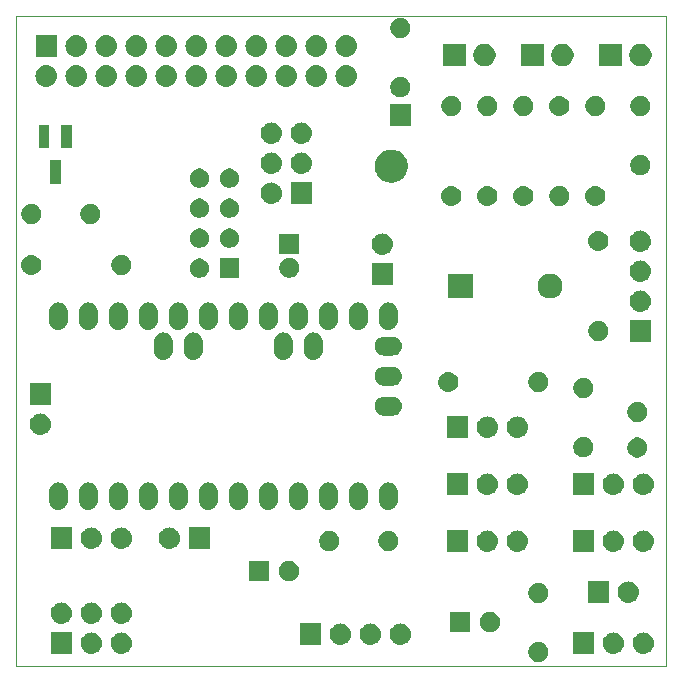
<source format=gbr>
%TF.GenerationSoftware,KiCad,Pcbnew,5.0.2-bee76a0~70~ubuntu18.04.1*%
%TF.CreationDate,2019-02-16T11:07:58+01:00*%
%TF.ProjectId,GP-Pcb,47502d50-6362-42e6-9b69-6361645f7063,2.0*%
%TF.SameCoordinates,Original*%
%TF.FileFunction,Soldermask,Bot*%
%TF.FilePolarity,Negative*%
%FSLAX46Y46*%
G04 Gerber Fmt 4.6, Leading zero omitted, Abs format (unit mm)*
G04 Created by KiCad (PCBNEW 5.0.2-bee76a0~70~ubuntu18.04.1) date sab 16 feb 2019 11:07:58 CET*
%MOMM*%
%LPD*%
G01*
G04 APERTURE LIST*
%ADD10C,0.010000*%
%ADD11C,0.150000*%
G04 APERTURE END LIST*
D10*
X113420000Y-45720000D02*
X113420000Y-100720000D01*
X58420000Y-100720000D02*
X113420000Y-100720000D01*
X58420000Y-45720000D02*
X58420000Y-100720000D01*
X58420000Y-45720000D02*
X113420000Y-45720000D01*
D11*
G36*
X102864228Y-98749703D02*
X103019100Y-98813853D01*
X103158481Y-98906985D01*
X103277015Y-99025519D01*
X103370147Y-99164900D01*
X103434297Y-99319772D01*
X103467000Y-99484184D01*
X103467000Y-99651816D01*
X103434297Y-99816228D01*
X103370147Y-99971100D01*
X103277015Y-100110481D01*
X103158481Y-100229015D01*
X103019100Y-100322147D01*
X102864228Y-100386297D01*
X102699816Y-100419000D01*
X102532184Y-100419000D01*
X102367772Y-100386297D01*
X102212900Y-100322147D01*
X102073519Y-100229015D01*
X101954985Y-100110481D01*
X101861853Y-99971100D01*
X101797703Y-99816228D01*
X101765000Y-99651816D01*
X101765000Y-99484184D01*
X101797703Y-99319772D01*
X101861853Y-99164900D01*
X101954985Y-99025519D01*
X102073519Y-98906985D01*
X102212900Y-98813853D01*
X102367772Y-98749703D01*
X102532184Y-98717000D01*
X102699816Y-98717000D01*
X102864228Y-98749703D01*
X102864228Y-98749703D01*
G37*
G36*
X111616442Y-97911518D02*
X111682627Y-97918037D01*
X111795853Y-97952384D01*
X111852467Y-97969557D01*
X111991087Y-98043652D01*
X112008991Y-98053222D01*
X112044729Y-98082552D01*
X112146186Y-98165814D01*
X112229448Y-98267271D01*
X112258778Y-98303009D01*
X112258779Y-98303011D01*
X112342443Y-98459533D01*
X112342443Y-98459534D01*
X112393963Y-98629373D01*
X112411359Y-98806000D01*
X112393963Y-98982627D01*
X112380952Y-99025519D01*
X112342443Y-99152467D01*
X112335797Y-99164900D01*
X112258778Y-99308991D01*
X112249930Y-99319772D01*
X112146186Y-99446186D01*
X112044729Y-99529448D01*
X112008991Y-99558778D01*
X112008989Y-99558779D01*
X111852467Y-99642443D01*
X111795853Y-99659616D01*
X111682627Y-99693963D01*
X111616442Y-99700482D01*
X111550260Y-99707000D01*
X111461740Y-99707000D01*
X111395558Y-99700482D01*
X111329373Y-99693963D01*
X111216147Y-99659616D01*
X111159533Y-99642443D01*
X111003011Y-99558779D01*
X111003009Y-99558778D01*
X110967271Y-99529448D01*
X110865814Y-99446186D01*
X110762070Y-99319772D01*
X110753222Y-99308991D01*
X110676203Y-99164900D01*
X110669557Y-99152467D01*
X110631048Y-99025519D01*
X110618037Y-98982627D01*
X110600641Y-98806000D01*
X110618037Y-98629373D01*
X110669557Y-98459534D01*
X110669557Y-98459533D01*
X110753221Y-98303011D01*
X110753222Y-98303009D01*
X110782552Y-98267271D01*
X110865814Y-98165814D01*
X110967271Y-98082552D01*
X111003009Y-98053222D01*
X111020913Y-98043652D01*
X111159533Y-97969557D01*
X111216147Y-97952384D01*
X111329373Y-97918037D01*
X111395558Y-97911518D01*
X111461740Y-97905000D01*
X111550260Y-97905000D01*
X111616442Y-97911518D01*
X111616442Y-97911518D01*
G37*
G36*
X109076442Y-97911518D02*
X109142627Y-97918037D01*
X109255853Y-97952384D01*
X109312467Y-97969557D01*
X109451087Y-98043652D01*
X109468991Y-98053222D01*
X109504729Y-98082552D01*
X109606186Y-98165814D01*
X109689448Y-98267271D01*
X109718778Y-98303009D01*
X109718779Y-98303011D01*
X109802443Y-98459533D01*
X109802443Y-98459534D01*
X109853963Y-98629373D01*
X109871359Y-98806000D01*
X109853963Y-98982627D01*
X109840952Y-99025519D01*
X109802443Y-99152467D01*
X109795797Y-99164900D01*
X109718778Y-99308991D01*
X109709930Y-99319772D01*
X109606186Y-99446186D01*
X109504729Y-99529448D01*
X109468991Y-99558778D01*
X109468989Y-99558779D01*
X109312467Y-99642443D01*
X109255853Y-99659616D01*
X109142627Y-99693963D01*
X109076442Y-99700482D01*
X109010260Y-99707000D01*
X108921740Y-99707000D01*
X108855558Y-99700482D01*
X108789373Y-99693963D01*
X108676147Y-99659616D01*
X108619533Y-99642443D01*
X108463011Y-99558779D01*
X108463009Y-99558778D01*
X108427271Y-99529448D01*
X108325814Y-99446186D01*
X108222070Y-99319772D01*
X108213222Y-99308991D01*
X108136203Y-99164900D01*
X108129557Y-99152467D01*
X108091048Y-99025519D01*
X108078037Y-98982627D01*
X108060641Y-98806000D01*
X108078037Y-98629373D01*
X108129557Y-98459534D01*
X108129557Y-98459533D01*
X108213221Y-98303011D01*
X108213222Y-98303009D01*
X108242552Y-98267271D01*
X108325814Y-98165814D01*
X108427271Y-98082552D01*
X108463009Y-98053222D01*
X108480913Y-98043652D01*
X108619533Y-97969557D01*
X108676147Y-97952384D01*
X108789373Y-97918037D01*
X108855558Y-97911518D01*
X108921740Y-97905000D01*
X109010260Y-97905000D01*
X109076442Y-97911518D01*
X109076442Y-97911518D01*
G37*
G36*
X107327000Y-99707000D02*
X105525000Y-99707000D01*
X105525000Y-97905000D01*
X107327000Y-97905000D01*
X107327000Y-99707000D01*
X107327000Y-99707000D01*
G37*
G36*
X63131000Y-99707000D02*
X61329000Y-99707000D01*
X61329000Y-97905000D01*
X63131000Y-97905000D01*
X63131000Y-99707000D01*
X63131000Y-99707000D01*
G37*
G36*
X64880442Y-97911518D02*
X64946627Y-97918037D01*
X65059853Y-97952384D01*
X65116467Y-97969557D01*
X65255087Y-98043652D01*
X65272991Y-98053222D01*
X65308729Y-98082552D01*
X65410186Y-98165814D01*
X65493448Y-98267271D01*
X65522778Y-98303009D01*
X65522779Y-98303011D01*
X65606443Y-98459533D01*
X65606443Y-98459534D01*
X65657963Y-98629373D01*
X65675359Y-98806000D01*
X65657963Y-98982627D01*
X65644952Y-99025519D01*
X65606443Y-99152467D01*
X65599797Y-99164900D01*
X65522778Y-99308991D01*
X65513930Y-99319772D01*
X65410186Y-99446186D01*
X65308729Y-99529448D01*
X65272991Y-99558778D01*
X65272989Y-99558779D01*
X65116467Y-99642443D01*
X65059853Y-99659616D01*
X64946627Y-99693963D01*
X64880442Y-99700482D01*
X64814260Y-99707000D01*
X64725740Y-99707000D01*
X64659558Y-99700482D01*
X64593373Y-99693963D01*
X64480147Y-99659616D01*
X64423533Y-99642443D01*
X64267011Y-99558779D01*
X64267009Y-99558778D01*
X64231271Y-99529448D01*
X64129814Y-99446186D01*
X64026070Y-99319772D01*
X64017222Y-99308991D01*
X63940203Y-99164900D01*
X63933557Y-99152467D01*
X63895048Y-99025519D01*
X63882037Y-98982627D01*
X63864641Y-98806000D01*
X63882037Y-98629373D01*
X63933557Y-98459534D01*
X63933557Y-98459533D01*
X64017221Y-98303011D01*
X64017222Y-98303009D01*
X64046552Y-98267271D01*
X64129814Y-98165814D01*
X64231271Y-98082552D01*
X64267009Y-98053222D01*
X64284913Y-98043652D01*
X64423533Y-97969557D01*
X64480147Y-97952384D01*
X64593373Y-97918037D01*
X64659558Y-97911518D01*
X64725740Y-97905000D01*
X64814260Y-97905000D01*
X64880442Y-97911518D01*
X64880442Y-97911518D01*
G37*
G36*
X67420442Y-97911518D02*
X67486627Y-97918037D01*
X67599853Y-97952384D01*
X67656467Y-97969557D01*
X67795087Y-98043652D01*
X67812991Y-98053222D01*
X67848729Y-98082552D01*
X67950186Y-98165814D01*
X68033448Y-98267271D01*
X68062778Y-98303009D01*
X68062779Y-98303011D01*
X68146443Y-98459533D01*
X68146443Y-98459534D01*
X68197963Y-98629373D01*
X68215359Y-98806000D01*
X68197963Y-98982627D01*
X68184952Y-99025519D01*
X68146443Y-99152467D01*
X68139797Y-99164900D01*
X68062778Y-99308991D01*
X68053930Y-99319772D01*
X67950186Y-99446186D01*
X67848729Y-99529448D01*
X67812991Y-99558778D01*
X67812989Y-99558779D01*
X67656467Y-99642443D01*
X67599853Y-99659616D01*
X67486627Y-99693963D01*
X67420442Y-99700482D01*
X67354260Y-99707000D01*
X67265740Y-99707000D01*
X67199558Y-99700482D01*
X67133373Y-99693963D01*
X67020147Y-99659616D01*
X66963533Y-99642443D01*
X66807011Y-99558779D01*
X66807009Y-99558778D01*
X66771271Y-99529448D01*
X66669814Y-99446186D01*
X66566070Y-99319772D01*
X66557222Y-99308991D01*
X66480203Y-99164900D01*
X66473557Y-99152467D01*
X66435048Y-99025519D01*
X66422037Y-98982627D01*
X66404641Y-98806000D01*
X66422037Y-98629373D01*
X66473557Y-98459534D01*
X66473557Y-98459533D01*
X66557221Y-98303011D01*
X66557222Y-98303009D01*
X66586552Y-98267271D01*
X66669814Y-98165814D01*
X66771271Y-98082552D01*
X66807009Y-98053222D01*
X66824913Y-98043652D01*
X66963533Y-97969557D01*
X67020147Y-97952384D01*
X67133373Y-97918037D01*
X67199558Y-97911518D01*
X67265740Y-97905000D01*
X67354260Y-97905000D01*
X67420442Y-97911518D01*
X67420442Y-97911518D01*
G37*
G36*
X84213000Y-98945000D02*
X82411000Y-98945000D01*
X82411000Y-97143000D01*
X84213000Y-97143000D01*
X84213000Y-98945000D01*
X84213000Y-98945000D01*
G37*
G36*
X91042443Y-97149519D02*
X91108627Y-97156037D01*
X91221853Y-97190384D01*
X91278467Y-97207557D01*
X91406939Y-97276228D01*
X91434991Y-97291222D01*
X91470729Y-97320552D01*
X91572186Y-97403814D01*
X91655448Y-97505271D01*
X91684778Y-97541009D01*
X91684779Y-97541011D01*
X91768443Y-97697533D01*
X91768443Y-97697534D01*
X91819963Y-97867373D01*
X91837359Y-98044000D01*
X91819963Y-98220627D01*
X91794973Y-98303009D01*
X91768443Y-98390467D01*
X91731526Y-98459533D01*
X91684778Y-98546991D01*
X91655448Y-98582729D01*
X91572186Y-98684186D01*
X91470729Y-98767448D01*
X91434991Y-98796778D01*
X91434989Y-98796779D01*
X91278467Y-98880443D01*
X91221853Y-98897616D01*
X91108627Y-98931963D01*
X91042443Y-98938481D01*
X90976260Y-98945000D01*
X90887740Y-98945000D01*
X90821558Y-98938482D01*
X90755373Y-98931963D01*
X90642147Y-98897616D01*
X90585533Y-98880443D01*
X90429011Y-98796779D01*
X90429009Y-98796778D01*
X90393271Y-98767448D01*
X90291814Y-98684186D01*
X90208552Y-98582729D01*
X90179222Y-98546991D01*
X90132474Y-98459533D01*
X90095557Y-98390467D01*
X90069027Y-98303009D01*
X90044037Y-98220627D01*
X90026641Y-98044000D01*
X90044037Y-97867373D01*
X90095557Y-97697534D01*
X90095557Y-97697533D01*
X90179221Y-97541011D01*
X90179222Y-97541009D01*
X90208552Y-97505271D01*
X90291814Y-97403814D01*
X90393271Y-97320552D01*
X90429009Y-97291222D01*
X90457061Y-97276228D01*
X90585533Y-97207557D01*
X90642147Y-97190384D01*
X90755373Y-97156037D01*
X90821558Y-97149518D01*
X90887740Y-97143000D01*
X90976260Y-97143000D01*
X91042443Y-97149519D01*
X91042443Y-97149519D01*
G37*
G36*
X85962443Y-97149519D02*
X86028627Y-97156037D01*
X86141853Y-97190384D01*
X86198467Y-97207557D01*
X86326939Y-97276228D01*
X86354991Y-97291222D01*
X86390729Y-97320552D01*
X86492186Y-97403814D01*
X86575448Y-97505271D01*
X86604778Y-97541009D01*
X86604779Y-97541011D01*
X86688443Y-97697533D01*
X86688443Y-97697534D01*
X86739963Y-97867373D01*
X86757359Y-98044000D01*
X86739963Y-98220627D01*
X86714973Y-98303009D01*
X86688443Y-98390467D01*
X86651526Y-98459533D01*
X86604778Y-98546991D01*
X86575448Y-98582729D01*
X86492186Y-98684186D01*
X86390729Y-98767448D01*
X86354991Y-98796778D01*
X86354989Y-98796779D01*
X86198467Y-98880443D01*
X86141853Y-98897616D01*
X86028627Y-98931963D01*
X85962443Y-98938481D01*
X85896260Y-98945000D01*
X85807740Y-98945000D01*
X85741558Y-98938482D01*
X85675373Y-98931963D01*
X85562147Y-98897616D01*
X85505533Y-98880443D01*
X85349011Y-98796779D01*
X85349009Y-98796778D01*
X85313271Y-98767448D01*
X85211814Y-98684186D01*
X85128552Y-98582729D01*
X85099222Y-98546991D01*
X85052474Y-98459533D01*
X85015557Y-98390467D01*
X84989027Y-98303009D01*
X84964037Y-98220627D01*
X84946641Y-98044000D01*
X84964037Y-97867373D01*
X85015557Y-97697534D01*
X85015557Y-97697533D01*
X85099221Y-97541011D01*
X85099222Y-97541009D01*
X85128552Y-97505271D01*
X85211814Y-97403814D01*
X85313271Y-97320552D01*
X85349009Y-97291222D01*
X85377061Y-97276228D01*
X85505533Y-97207557D01*
X85562147Y-97190384D01*
X85675373Y-97156037D01*
X85741557Y-97149519D01*
X85807740Y-97143000D01*
X85896260Y-97143000D01*
X85962443Y-97149519D01*
X85962443Y-97149519D01*
G37*
G36*
X88502443Y-97149519D02*
X88568627Y-97156037D01*
X88681853Y-97190384D01*
X88738467Y-97207557D01*
X88866939Y-97276228D01*
X88894991Y-97291222D01*
X88930729Y-97320552D01*
X89032186Y-97403814D01*
X89115448Y-97505271D01*
X89144778Y-97541009D01*
X89144779Y-97541011D01*
X89228443Y-97697533D01*
X89228443Y-97697534D01*
X89279963Y-97867373D01*
X89297359Y-98044000D01*
X89279963Y-98220627D01*
X89254973Y-98303009D01*
X89228443Y-98390467D01*
X89191526Y-98459533D01*
X89144778Y-98546991D01*
X89115448Y-98582729D01*
X89032186Y-98684186D01*
X88930729Y-98767448D01*
X88894991Y-98796778D01*
X88894989Y-98796779D01*
X88738467Y-98880443D01*
X88681853Y-98897616D01*
X88568627Y-98931963D01*
X88502443Y-98938481D01*
X88436260Y-98945000D01*
X88347740Y-98945000D01*
X88281558Y-98938482D01*
X88215373Y-98931963D01*
X88102147Y-98897616D01*
X88045533Y-98880443D01*
X87889011Y-98796779D01*
X87889009Y-98796778D01*
X87853271Y-98767448D01*
X87751814Y-98684186D01*
X87668552Y-98582729D01*
X87639222Y-98546991D01*
X87592474Y-98459533D01*
X87555557Y-98390467D01*
X87529027Y-98303009D01*
X87504037Y-98220627D01*
X87486641Y-98044000D01*
X87504037Y-97867373D01*
X87555557Y-97697534D01*
X87555557Y-97697533D01*
X87639221Y-97541011D01*
X87639222Y-97541009D01*
X87668552Y-97505271D01*
X87751814Y-97403814D01*
X87853271Y-97320552D01*
X87889009Y-97291222D01*
X87917061Y-97276228D01*
X88045533Y-97207557D01*
X88102147Y-97190384D01*
X88215373Y-97156037D01*
X88281558Y-97149518D01*
X88347740Y-97143000D01*
X88436260Y-97143000D01*
X88502443Y-97149519D01*
X88502443Y-97149519D01*
G37*
G36*
X96863000Y-97879000D02*
X95161000Y-97879000D01*
X95161000Y-96177000D01*
X96863000Y-96177000D01*
X96863000Y-97879000D01*
X96863000Y-97879000D01*
G37*
G36*
X98760228Y-96209703D02*
X98915100Y-96273853D01*
X99054481Y-96366985D01*
X99173015Y-96485519D01*
X99266147Y-96624900D01*
X99330297Y-96779772D01*
X99363000Y-96944184D01*
X99363000Y-97111816D01*
X99330297Y-97276228D01*
X99266147Y-97431100D01*
X99173015Y-97570481D01*
X99054481Y-97689015D01*
X98915100Y-97782147D01*
X98760228Y-97846297D01*
X98595816Y-97879000D01*
X98428184Y-97879000D01*
X98263772Y-97846297D01*
X98108900Y-97782147D01*
X97969519Y-97689015D01*
X97850985Y-97570481D01*
X97757853Y-97431100D01*
X97693703Y-97276228D01*
X97661000Y-97111816D01*
X97661000Y-96944184D01*
X97693703Y-96779772D01*
X97757853Y-96624900D01*
X97850985Y-96485519D01*
X97969519Y-96366985D01*
X98108900Y-96273853D01*
X98263772Y-96209703D01*
X98428184Y-96177000D01*
X98595816Y-96177000D01*
X98760228Y-96209703D01*
X98760228Y-96209703D01*
G37*
G36*
X64880443Y-95371519D02*
X64946627Y-95378037D01*
X65059853Y-95412384D01*
X65116467Y-95429557D01*
X65255087Y-95503652D01*
X65272991Y-95513222D01*
X65308729Y-95542552D01*
X65410186Y-95625814D01*
X65493448Y-95727271D01*
X65522778Y-95763009D01*
X65522779Y-95763011D01*
X65606443Y-95919533D01*
X65606443Y-95919534D01*
X65657963Y-96089373D01*
X65675359Y-96266000D01*
X65657963Y-96442627D01*
X65644952Y-96485519D01*
X65606443Y-96612467D01*
X65599797Y-96624900D01*
X65522778Y-96768991D01*
X65513930Y-96779772D01*
X65410186Y-96906186D01*
X65308729Y-96989448D01*
X65272991Y-97018778D01*
X65272989Y-97018779D01*
X65116467Y-97102443D01*
X65059853Y-97119616D01*
X64946627Y-97153963D01*
X64880443Y-97160481D01*
X64814260Y-97167000D01*
X64725740Y-97167000D01*
X64659557Y-97160481D01*
X64593373Y-97153963D01*
X64480147Y-97119616D01*
X64423533Y-97102443D01*
X64267011Y-97018779D01*
X64267009Y-97018778D01*
X64231271Y-96989448D01*
X64129814Y-96906186D01*
X64026070Y-96779772D01*
X64017222Y-96768991D01*
X63940203Y-96624900D01*
X63933557Y-96612467D01*
X63895048Y-96485519D01*
X63882037Y-96442627D01*
X63864641Y-96266000D01*
X63882037Y-96089373D01*
X63933557Y-95919534D01*
X63933557Y-95919533D01*
X64017221Y-95763011D01*
X64017222Y-95763009D01*
X64046552Y-95727271D01*
X64129814Y-95625814D01*
X64231271Y-95542552D01*
X64267009Y-95513222D01*
X64284913Y-95503652D01*
X64423533Y-95429557D01*
X64480147Y-95412384D01*
X64593373Y-95378037D01*
X64659557Y-95371519D01*
X64725740Y-95365000D01*
X64814260Y-95365000D01*
X64880443Y-95371519D01*
X64880443Y-95371519D01*
G37*
G36*
X67420443Y-95371519D02*
X67486627Y-95378037D01*
X67599853Y-95412384D01*
X67656467Y-95429557D01*
X67795087Y-95503652D01*
X67812991Y-95513222D01*
X67848729Y-95542552D01*
X67950186Y-95625814D01*
X68033448Y-95727271D01*
X68062778Y-95763009D01*
X68062779Y-95763011D01*
X68146443Y-95919533D01*
X68146443Y-95919534D01*
X68197963Y-96089373D01*
X68215359Y-96266000D01*
X68197963Y-96442627D01*
X68184952Y-96485519D01*
X68146443Y-96612467D01*
X68139797Y-96624900D01*
X68062778Y-96768991D01*
X68053930Y-96779772D01*
X67950186Y-96906186D01*
X67848729Y-96989448D01*
X67812991Y-97018778D01*
X67812989Y-97018779D01*
X67656467Y-97102443D01*
X67599853Y-97119616D01*
X67486627Y-97153963D01*
X67420443Y-97160481D01*
X67354260Y-97167000D01*
X67265740Y-97167000D01*
X67199557Y-97160481D01*
X67133373Y-97153963D01*
X67020147Y-97119616D01*
X66963533Y-97102443D01*
X66807011Y-97018779D01*
X66807009Y-97018778D01*
X66771271Y-96989448D01*
X66669814Y-96906186D01*
X66566070Y-96779772D01*
X66557222Y-96768991D01*
X66480203Y-96624900D01*
X66473557Y-96612467D01*
X66435048Y-96485519D01*
X66422037Y-96442627D01*
X66404641Y-96266000D01*
X66422037Y-96089373D01*
X66473557Y-95919534D01*
X66473557Y-95919533D01*
X66557221Y-95763011D01*
X66557222Y-95763009D01*
X66586552Y-95727271D01*
X66669814Y-95625814D01*
X66771271Y-95542552D01*
X66807009Y-95513222D01*
X66824913Y-95503652D01*
X66963533Y-95429557D01*
X67020147Y-95412384D01*
X67133373Y-95378037D01*
X67199557Y-95371519D01*
X67265740Y-95365000D01*
X67354260Y-95365000D01*
X67420443Y-95371519D01*
X67420443Y-95371519D01*
G37*
G36*
X62340443Y-95371519D02*
X62406627Y-95378037D01*
X62519853Y-95412384D01*
X62576467Y-95429557D01*
X62715087Y-95503652D01*
X62732991Y-95513222D01*
X62768729Y-95542552D01*
X62870186Y-95625814D01*
X62953448Y-95727271D01*
X62982778Y-95763009D01*
X62982779Y-95763011D01*
X63066443Y-95919533D01*
X63066443Y-95919534D01*
X63117963Y-96089373D01*
X63135359Y-96266000D01*
X63117963Y-96442627D01*
X63104952Y-96485519D01*
X63066443Y-96612467D01*
X63059797Y-96624900D01*
X62982778Y-96768991D01*
X62973930Y-96779772D01*
X62870186Y-96906186D01*
X62768729Y-96989448D01*
X62732991Y-97018778D01*
X62732989Y-97018779D01*
X62576467Y-97102443D01*
X62519853Y-97119616D01*
X62406627Y-97153963D01*
X62340443Y-97160481D01*
X62274260Y-97167000D01*
X62185740Y-97167000D01*
X62119557Y-97160481D01*
X62053373Y-97153963D01*
X61940147Y-97119616D01*
X61883533Y-97102443D01*
X61727011Y-97018779D01*
X61727009Y-97018778D01*
X61691271Y-96989448D01*
X61589814Y-96906186D01*
X61486070Y-96779772D01*
X61477222Y-96768991D01*
X61400203Y-96624900D01*
X61393557Y-96612467D01*
X61355048Y-96485519D01*
X61342037Y-96442627D01*
X61324641Y-96266000D01*
X61342037Y-96089373D01*
X61393557Y-95919534D01*
X61393557Y-95919533D01*
X61477221Y-95763011D01*
X61477222Y-95763009D01*
X61506552Y-95727271D01*
X61589814Y-95625814D01*
X61691271Y-95542552D01*
X61727009Y-95513222D01*
X61744913Y-95503652D01*
X61883533Y-95429557D01*
X61940147Y-95412384D01*
X62053373Y-95378037D01*
X62119557Y-95371519D01*
X62185740Y-95365000D01*
X62274260Y-95365000D01*
X62340443Y-95371519D01*
X62340443Y-95371519D01*
G37*
G36*
X102864228Y-93749703D02*
X103019100Y-93813853D01*
X103158481Y-93906985D01*
X103277015Y-94025519D01*
X103370147Y-94164900D01*
X103434297Y-94319772D01*
X103467000Y-94484184D01*
X103467000Y-94651816D01*
X103434297Y-94816228D01*
X103370147Y-94971100D01*
X103277015Y-95110481D01*
X103158481Y-95229015D01*
X103019100Y-95322147D01*
X102864228Y-95386297D01*
X102699816Y-95419000D01*
X102532184Y-95419000D01*
X102367772Y-95386297D01*
X102212900Y-95322147D01*
X102073519Y-95229015D01*
X101954985Y-95110481D01*
X101861853Y-94971100D01*
X101797703Y-94816228D01*
X101765000Y-94651816D01*
X101765000Y-94484184D01*
X101797703Y-94319772D01*
X101861853Y-94164900D01*
X101954985Y-94025519D01*
X102073519Y-93906985D01*
X102212900Y-93813853D01*
X102367772Y-93749703D01*
X102532184Y-93717000D01*
X102699816Y-93717000D01*
X102864228Y-93749703D01*
X102864228Y-93749703D01*
G37*
G36*
X108597000Y-95389000D02*
X106795000Y-95389000D01*
X106795000Y-93587000D01*
X108597000Y-93587000D01*
X108597000Y-95389000D01*
X108597000Y-95389000D01*
G37*
G36*
X110346442Y-93593518D02*
X110412627Y-93600037D01*
X110525853Y-93634384D01*
X110582467Y-93651557D01*
X110704900Y-93717000D01*
X110738991Y-93735222D01*
X110756636Y-93749703D01*
X110876186Y-93847814D01*
X110924746Y-93906986D01*
X110988778Y-93985009D01*
X110988779Y-93985011D01*
X111072443Y-94141533D01*
X111072443Y-94141534D01*
X111123963Y-94311373D01*
X111141359Y-94488000D01*
X111123963Y-94664627D01*
X111089616Y-94777853D01*
X111072443Y-94834467D01*
X110999410Y-94971100D01*
X110988778Y-94990991D01*
X110959448Y-95026729D01*
X110876186Y-95128186D01*
X110774729Y-95211448D01*
X110738991Y-95240778D01*
X110738989Y-95240779D01*
X110582467Y-95324443D01*
X110525853Y-95341616D01*
X110412627Y-95375963D01*
X110346443Y-95382481D01*
X110280260Y-95389000D01*
X110191740Y-95389000D01*
X110125557Y-95382481D01*
X110059373Y-95375963D01*
X109946147Y-95341616D01*
X109889533Y-95324443D01*
X109733011Y-95240779D01*
X109733009Y-95240778D01*
X109697271Y-95211448D01*
X109595814Y-95128186D01*
X109512552Y-95026729D01*
X109483222Y-94990991D01*
X109472590Y-94971100D01*
X109399557Y-94834467D01*
X109382384Y-94777853D01*
X109348037Y-94664627D01*
X109330641Y-94488000D01*
X109348037Y-94311373D01*
X109399557Y-94141534D01*
X109399557Y-94141533D01*
X109483221Y-93985011D01*
X109483222Y-93985009D01*
X109547254Y-93906986D01*
X109595814Y-93847814D01*
X109715364Y-93749703D01*
X109733009Y-93735222D01*
X109767100Y-93717000D01*
X109889533Y-93651557D01*
X109946147Y-93634384D01*
X110059373Y-93600037D01*
X110125558Y-93593518D01*
X110191740Y-93587000D01*
X110280260Y-93587000D01*
X110346442Y-93593518D01*
X110346442Y-93593518D01*
G37*
G36*
X79845000Y-93561000D02*
X78143000Y-93561000D01*
X78143000Y-91859000D01*
X79845000Y-91859000D01*
X79845000Y-93561000D01*
X79845000Y-93561000D01*
G37*
G36*
X81742228Y-91891703D02*
X81897100Y-91955853D01*
X82036481Y-92048985D01*
X82155015Y-92167519D01*
X82248147Y-92306900D01*
X82312297Y-92461772D01*
X82345000Y-92626184D01*
X82345000Y-92793816D01*
X82312297Y-92958228D01*
X82248147Y-93113100D01*
X82155015Y-93252481D01*
X82036481Y-93371015D01*
X81897100Y-93464147D01*
X81742228Y-93528297D01*
X81577816Y-93561000D01*
X81410184Y-93561000D01*
X81245772Y-93528297D01*
X81090900Y-93464147D01*
X80951519Y-93371015D01*
X80832985Y-93252481D01*
X80739853Y-93113100D01*
X80675703Y-92958228D01*
X80643000Y-92793816D01*
X80643000Y-92626184D01*
X80675703Y-92461772D01*
X80739853Y-92306900D01*
X80832985Y-92167519D01*
X80951519Y-92048985D01*
X81090900Y-91955853D01*
X81245772Y-91891703D01*
X81410184Y-91859000D01*
X81577816Y-91859000D01*
X81742228Y-91891703D01*
X81742228Y-91891703D01*
G37*
G36*
X107327000Y-91071000D02*
X105525000Y-91071000D01*
X105525000Y-89269000D01*
X107327000Y-89269000D01*
X107327000Y-91071000D01*
X107327000Y-91071000D01*
G37*
G36*
X109076443Y-89275519D02*
X109142627Y-89282037D01*
X109255853Y-89316384D01*
X109312467Y-89333557D01*
X109451087Y-89407652D01*
X109468991Y-89417222D01*
X109504729Y-89446552D01*
X109606186Y-89529814D01*
X109686369Y-89627519D01*
X109718778Y-89667009D01*
X109718779Y-89667011D01*
X109802443Y-89823533D01*
X109802443Y-89823534D01*
X109853963Y-89993373D01*
X109871359Y-90170000D01*
X109853963Y-90346627D01*
X109819616Y-90459853D01*
X109802443Y-90516467D01*
X109728348Y-90655087D01*
X109718778Y-90672991D01*
X109689448Y-90708729D01*
X109606186Y-90810186D01*
X109504729Y-90893448D01*
X109468991Y-90922778D01*
X109468989Y-90922779D01*
X109312467Y-91006443D01*
X109264478Y-91021000D01*
X109142627Y-91057963D01*
X109076442Y-91064482D01*
X109010260Y-91071000D01*
X108921740Y-91071000D01*
X108855558Y-91064482D01*
X108789373Y-91057963D01*
X108667522Y-91021000D01*
X108619533Y-91006443D01*
X108463011Y-90922779D01*
X108463009Y-90922778D01*
X108427271Y-90893448D01*
X108325814Y-90810186D01*
X108242552Y-90708729D01*
X108213222Y-90672991D01*
X108203652Y-90655087D01*
X108129557Y-90516467D01*
X108112384Y-90459853D01*
X108078037Y-90346627D01*
X108060641Y-90170000D01*
X108078037Y-89993373D01*
X108129557Y-89823534D01*
X108129557Y-89823533D01*
X108213221Y-89667011D01*
X108213222Y-89667009D01*
X108245631Y-89627519D01*
X108325814Y-89529814D01*
X108427271Y-89446552D01*
X108463009Y-89417222D01*
X108480913Y-89407652D01*
X108619533Y-89333557D01*
X108676147Y-89316384D01*
X108789373Y-89282037D01*
X108855557Y-89275519D01*
X108921740Y-89269000D01*
X109010260Y-89269000D01*
X109076443Y-89275519D01*
X109076443Y-89275519D01*
G37*
G36*
X111616443Y-89275519D02*
X111682627Y-89282037D01*
X111795853Y-89316384D01*
X111852467Y-89333557D01*
X111991087Y-89407652D01*
X112008991Y-89417222D01*
X112044729Y-89446552D01*
X112146186Y-89529814D01*
X112226369Y-89627519D01*
X112258778Y-89667009D01*
X112258779Y-89667011D01*
X112342443Y-89823533D01*
X112342443Y-89823534D01*
X112393963Y-89993373D01*
X112411359Y-90170000D01*
X112393963Y-90346627D01*
X112359616Y-90459853D01*
X112342443Y-90516467D01*
X112268348Y-90655087D01*
X112258778Y-90672991D01*
X112229448Y-90708729D01*
X112146186Y-90810186D01*
X112044729Y-90893448D01*
X112008991Y-90922778D01*
X112008989Y-90922779D01*
X111852467Y-91006443D01*
X111804478Y-91021000D01*
X111682627Y-91057963D01*
X111616442Y-91064482D01*
X111550260Y-91071000D01*
X111461740Y-91071000D01*
X111395558Y-91064482D01*
X111329373Y-91057963D01*
X111207522Y-91021000D01*
X111159533Y-91006443D01*
X111003011Y-90922779D01*
X111003009Y-90922778D01*
X110967271Y-90893448D01*
X110865814Y-90810186D01*
X110782552Y-90708729D01*
X110753222Y-90672991D01*
X110743652Y-90655087D01*
X110669557Y-90516467D01*
X110652384Y-90459853D01*
X110618037Y-90346627D01*
X110600641Y-90170000D01*
X110618037Y-89993373D01*
X110669557Y-89823534D01*
X110669557Y-89823533D01*
X110753221Y-89667011D01*
X110753222Y-89667009D01*
X110785631Y-89627519D01*
X110865814Y-89529814D01*
X110967271Y-89446552D01*
X111003009Y-89417222D01*
X111020913Y-89407652D01*
X111159533Y-89333557D01*
X111216147Y-89316384D01*
X111329373Y-89282037D01*
X111395557Y-89275519D01*
X111461740Y-89269000D01*
X111550260Y-89269000D01*
X111616443Y-89275519D01*
X111616443Y-89275519D01*
G37*
G36*
X100948443Y-89275519D02*
X101014627Y-89282037D01*
X101127853Y-89316384D01*
X101184467Y-89333557D01*
X101323087Y-89407652D01*
X101340991Y-89417222D01*
X101376729Y-89446552D01*
X101478186Y-89529814D01*
X101558369Y-89627519D01*
X101590778Y-89667009D01*
X101590779Y-89667011D01*
X101674443Y-89823533D01*
X101674443Y-89823534D01*
X101725963Y-89993373D01*
X101743359Y-90170000D01*
X101725963Y-90346627D01*
X101691616Y-90459853D01*
X101674443Y-90516467D01*
X101600348Y-90655087D01*
X101590778Y-90672991D01*
X101561448Y-90708729D01*
X101478186Y-90810186D01*
X101376729Y-90893448D01*
X101340991Y-90922778D01*
X101340989Y-90922779D01*
X101184467Y-91006443D01*
X101136478Y-91021000D01*
X101014627Y-91057963D01*
X100948442Y-91064482D01*
X100882260Y-91071000D01*
X100793740Y-91071000D01*
X100727558Y-91064482D01*
X100661373Y-91057963D01*
X100539522Y-91021000D01*
X100491533Y-91006443D01*
X100335011Y-90922779D01*
X100335009Y-90922778D01*
X100299271Y-90893448D01*
X100197814Y-90810186D01*
X100114552Y-90708729D01*
X100085222Y-90672991D01*
X100075652Y-90655087D01*
X100001557Y-90516467D01*
X99984384Y-90459853D01*
X99950037Y-90346627D01*
X99932641Y-90170000D01*
X99950037Y-89993373D01*
X100001557Y-89823534D01*
X100001557Y-89823533D01*
X100085221Y-89667011D01*
X100085222Y-89667009D01*
X100117631Y-89627519D01*
X100197814Y-89529814D01*
X100299271Y-89446552D01*
X100335009Y-89417222D01*
X100352913Y-89407652D01*
X100491533Y-89333557D01*
X100548147Y-89316384D01*
X100661373Y-89282037D01*
X100727557Y-89275519D01*
X100793740Y-89269000D01*
X100882260Y-89269000D01*
X100948443Y-89275519D01*
X100948443Y-89275519D01*
G37*
G36*
X98408443Y-89275519D02*
X98474627Y-89282037D01*
X98587853Y-89316384D01*
X98644467Y-89333557D01*
X98783087Y-89407652D01*
X98800991Y-89417222D01*
X98836729Y-89446552D01*
X98938186Y-89529814D01*
X99018369Y-89627519D01*
X99050778Y-89667009D01*
X99050779Y-89667011D01*
X99134443Y-89823533D01*
X99134443Y-89823534D01*
X99185963Y-89993373D01*
X99203359Y-90170000D01*
X99185963Y-90346627D01*
X99151616Y-90459853D01*
X99134443Y-90516467D01*
X99060348Y-90655087D01*
X99050778Y-90672991D01*
X99021448Y-90708729D01*
X98938186Y-90810186D01*
X98836729Y-90893448D01*
X98800991Y-90922778D01*
X98800989Y-90922779D01*
X98644467Y-91006443D01*
X98596478Y-91021000D01*
X98474627Y-91057963D01*
X98408442Y-91064482D01*
X98342260Y-91071000D01*
X98253740Y-91071000D01*
X98187558Y-91064482D01*
X98121373Y-91057963D01*
X97999522Y-91021000D01*
X97951533Y-91006443D01*
X97795011Y-90922779D01*
X97795009Y-90922778D01*
X97759271Y-90893448D01*
X97657814Y-90810186D01*
X97574552Y-90708729D01*
X97545222Y-90672991D01*
X97535652Y-90655087D01*
X97461557Y-90516467D01*
X97444384Y-90459853D01*
X97410037Y-90346627D01*
X97392641Y-90170000D01*
X97410037Y-89993373D01*
X97461557Y-89823534D01*
X97461557Y-89823533D01*
X97545221Y-89667011D01*
X97545222Y-89667009D01*
X97577631Y-89627519D01*
X97657814Y-89529814D01*
X97759271Y-89446552D01*
X97795009Y-89417222D01*
X97812913Y-89407652D01*
X97951533Y-89333557D01*
X98008147Y-89316384D01*
X98121373Y-89282037D01*
X98187557Y-89275519D01*
X98253740Y-89269000D01*
X98342260Y-89269000D01*
X98408443Y-89275519D01*
X98408443Y-89275519D01*
G37*
G36*
X96659000Y-91071000D02*
X94857000Y-91071000D01*
X94857000Y-89269000D01*
X96659000Y-89269000D01*
X96659000Y-91071000D01*
X96659000Y-91071000D01*
G37*
G36*
X90164228Y-89351703D02*
X90319100Y-89415853D01*
X90458481Y-89508985D01*
X90577015Y-89627519D01*
X90670147Y-89766900D01*
X90734297Y-89921772D01*
X90767000Y-90086184D01*
X90767000Y-90253816D01*
X90734297Y-90418228D01*
X90670147Y-90573100D01*
X90577015Y-90712481D01*
X90458481Y-90831015D01*
X90319100Y-90924147D01*
X90164228Y-90988297D01*
X89999816Y-91021000D01*
X89832184Y-91021000D01*
X89667772Y-90988297D01*
X89512900Y-90924147D01*
X89373519Y-90831015D01*
X89254985Y-90712481D01*
X89161853Y-90573100D01*
X89097703Y-90418228D01*
X89065000Y-90253816D01*
X89065000Y-90086184D01*
X89097703Y-89921772D01*
X89161853Y-89766900D01*
X89254985Y-89627519D01*
X89373519Y-89508985D01*
X89512900Y-89415853D01*
X89667772Y-89351703D01*
X89832184Y-89319000D01*
X89999816Y-89319000D01*
X90164228Y-89351703D01*
X90164228Y-89351703D01*
G37*
G36*
X85164228Y-89351703D02*
X85319100Y-89415853D01*
X85458481Y-89508985D01*
X85577015Y-89627519D01*
X85670147Y-89766900D01*
X85734297Y-89921772D01*
X85767000Y-90086184D01*
X85767000Y-90253816D01*
X85734297Y-90418228D01*
X85670147Y-90573100D01*
X85577015Y-90712481D01*
X85458481Y-90831015D01*
X85319100Y-90924147D01*
X85164228Y-90988297D01*
X84999816Y-91021000D01*
X84832184Y-91021000D01*
X84667772Y-90988297D01*
X84512900Y-90924147D01*
X84373519Y-90831015D01*
X84254985Y-90712481D01*
X84161853Y-90573100D01*
X84097703Y-90418228D01*
X84065000Y-90253816D01*
X84065000Y-90086184D01*
X84097703Y-89921772D01*
X84161853Y-89766900D01*
X84254985Y-89627519D01*
X84373519Y-89508985D01*
X84512900Y-89415853D01*
X84667772Y-89351703D01*
X84832184Y-89319000D01*
X84999816Y-89319000D01*
X85164228Y-89351703D01*
X85164228Y-89351703D01*
G37*
G36*
X71484442Y-89021518D02*
X71550627Y-89028037D01*
X71663853Y-89062384D01*
X71720467Y-89079557D01*
X71859087Y-89153652D01*
X71876991Y-89163222D01*
X71912729Y-89192552D01*
X72014186Y-89275814D01*
X72076466Y-89351704D01*
X72126778Y-89413009D01*
X72126779Y-89413011D01*
X72210443Y-89569533D01*
X72210443Y-89569534D01*
X72261963Y-89739373D01*
X72279359Y-89916000D01*
X72261963Y-90092627D01*
X72238492Y-90170000D01*
X72210443Y-90262467D01*
X72165459Y-90346625D01*
X72126778Y-90418991D01*
X72097448Y-90454729D01*
X72014186Y-90556186D01*
X71912729Y-90639448D01*
X71876991Y-90668778D01*
X71876989Y-90668779D01*
X71720467Y-90752443D01*
X71663853Y-90769616D01*
X71550627Y-90803963D01*
X71487453Y-90810185D01*
X71418260Y-90817000D01*
X71329740Y-90817000D01*
X71260547Y-90810185D01*
X71197373Y-90803963D01*
X71084147Y-90769616D01*
X71027533Y-90752443D01*
X70871011Y-90668779D01*
X70871009Y-90668778D01*
X70835271Y-90639448D01*
X70733814Y-90556186D01*
X70650552Y-90454729D01*
X70621222Y-90418991D01*
X70582541Y-90346625D01*
X70537557Y-90262467D01*
X70509508Y-90170000D01*
X70486037Y-90092627D01*
X70468641Y-89916000D01*
X70486037Y-89739373D01*
X70537557Y-89569534D01*
X70537557Y-89569533D01*
X70621221Y-89413011D01*
X70621222Y-89413009D01*
X70671534Y-89351704D01*
X70733814Y-89275814D01*
X70835271Y-89192552D01*
X70871009Y-89163222D01*
X70888913Y-89153652D01*
X71027533Y-89079557D01*
X71084147Y-89062384D01*
X71197373Y-89028037D01*
X71263558Y-89021518D01*
X71329740Y-89015000D01*
X71418260Y-89015000D01*
X71484442Y-89021518D01*
X71484442Y-89021518D01*
G37*
G36*
X67420442Y-89021518D02*
X67486627Y-89028037D01*
X67599853Y-89062384D01*
X67656467Y-89079557D01*
X67795087Y-89153652D01*
X67812991Y-89163222D01*
X67848729Y-89192552D01*
X67950186Y-89275814D01*
X68012466Y-89351704D01*
X68062778Y-89413009D01*
X68062779Y-89413011D01*
X68146443Y-89569533D01*
X68146443Y-89569534D01*
X68197963Y-89739373D01*
X68215359Y-89916000D01*
X68197963Y-90092627D01*
X68174492Y-90170000D01*
X68146443Y-90262467D01*
X68101459Y-90346625D01*
X68062778Y-90418991D01*
X68033448Y-90454729D01*
X67950186Y-90556186D01*
X67848729Y-90639448D01*
X67812991Y-90668778D01*
X67812989Y-90668779D01*
X67656467Y-90752443D01*
X67599853Y-90769616D01*
X67486627Y-90803963D01*
X67423453Y-90810185D01*
X67354260Y-90817000D01*
X67265740Y-90817000D01*
X67196547Y-90810185D01*
X67133373Y-90803963D01*
X67020147Y-90769616D01*
X66963533Y-90752443D01*
X66807011Y-90668779D01*
X66807009Y-90668778D01*
X66771271Y-90639448D01*
X66669814Y-90556186D01*
X66586552Y-90454729D01*
X66557222Y-90418991D01*
X66518541Y-90346625D01*
X66473557Y-90262467D01*
X66445508Y-90170000D01*
X66422037Y-90092627D01*
X66404641Y-89916000D01*
X66422037Y-89739373D01*
X66473557Y-89569534D01*
X66473557Y-89569533D01*
X66557221Y-89413011D01*
X66557222Y-89413009D01*
X66607534Y-89351704D01*
X66669814Y-89275814D01*
X66771271Y-89192552D01*
X66807009Y-89163222D01*
X66824913Y-89153652D01*
X66963533Y-89079557D01*
X67020147Y-89062384D01*
X67133373Y-89028037D01*
X67199558Y-89021518D01*
X67265740Y-89015000D01*
X67354260Y-89015000D01*
X67420442Y-89021518D01*
X67420442Y-89021518D01*
G37*
G36*
X63131000Y-90817000D02*
X61329000Y-90817000D01*
X61329000Y-89015000D01*
X63131000Y-89015000D01*
X63131000Y-90817000D01*
X63131000Y-90817000D01*
G37*
G36*
X64880442Y-89021518D02*
X64946627Y-89028037D01*
X65059853Y-89062384D01*
X65116467Y-89079557D01*
X65255087Y-89153652D01*
X65272991Y-89163222D01*
X65308729Y-89192552D01*
X65410186Y-89275814D01*
X65472466Y-89351704D01*
X65522778Y-89413009D01*
X65522779Y-89413011D01*
X65606443Y-89569533D01*
X65606443Y-89569534D01*
X65657963Y-89739373D01*
X65675359Y-89916000D01*
X65657963Y-90092627D01*
X65634492Y-90170000D01*
X65606443Y-90262467D01*
X65561459Y-90346625D01*
X65522778Y-90418991D01*
X65493448Y-90454729D01*
X65410186Y-90556186D01*
X65308729Y-90639448D01*
X65272991Y-90668778D01*
X65272989Y-90668779D01*
X65116467Y-90752443D01*
X65059853Y-90769616D01*
X64946627Y-90803963D01*
X64883453Y-90810185D01*
X64814260Y-90817000D01*
X64725740Y-90817000D01*
X64656547Y-90810185D01*
X64593373Y-90803963D01*
X64480147Y-90769616D01*
X64423533Y-90752443D01*
X64267011Y-90668779D01*
X64267009Y-90668778D01*
X64231271Y-90639448D01*
X64129814Y-90556186D01*
X64046552Y-90454729D01*
X64017222Y-90418991D01*
X63978541Y-90346625D01*
X63933557Y-90262467D01*
X63905508Y-90170000D01*
X63882037Y-90092627D01*
X63864641Y-89916000D01*
X63882037Y-89739373D01*
X63933557Y-89569534D01*
X63933557Y-89569533D01*
X64017221Y-89413011D01*
X64017222Y-89413009D01*
X64067534Y-89351704D01*
X64129814Y-89275814D01*
X64231271Y-89192552D01*
X64267009Y-89163222D01*
X64284913Y-89153652D01*
X64423533Y-89079557D01*
X64480147Y-89062384D01*
X64593373Y-89028037D01*
X64659558Y-89021518D01*
X64725740Y-89015000D01*
X64814260Y-89015000D01*
X64880442Y-89021518D01*
X64880442Y-89021518D01*
G37*
G36*
X74815000Y-90817000D02*
X73013000Y-90817000D01*
X73013000Y-89015000D01*
X74815000Y-89015000D01*
X74815000Y-90817000D01*
X74815000Y-90817000D01*
G37*
G36*
X74833134Y-85220778D02*
X74933865Y-85251335D01*
X74984232Y-85266613D01*
X75030648Y-85291423D01*
X75123482Y-85341044D01*
X75245538Y-85441212D01*
X75345706Y-85563267D01*
X75395327Y-85656101D01*
X75420137Y-85702517D01*
X75435415Y-85752884D01*
X75465972Y-85853615D01*
X75477570Y-85971375D01*
X75477570Y-86748625D01*
X75465972Y-86866385D01*
X75435415Y-86967116D01*
X75420137Y-87017483D01*
X75395327Y-87063899D01*
X75345706Y-87156733D01*
X75245538Y-87278788D01*
X75123483Y-87378956D01*
X75030649Y-87428577D01*
X74984233Y-87453387D01*
X74933866Y-87468665D01*
X74833135Y-87499222D01*
X74676000Y-87514698D01*
X74518866Y-87499222D01*
X74418135Y-87468665D01*
X74367768Y-87453387D01*
X74321352Y-87428577D01*
X74228518Y-87378956D01*
X74106463Y-87278788D01*
X74006295Y-87156733D01*
X73931864Y-87017482D01*
X73886028Y-86866385D01*
X73874430Y-86748625D01*
X73874430Y-85971376D01*
X73886028Y-85853616D01*
X73931863Y-85702519D01*
X73931863Y-85702518D01*
X73956673Y-85656102D01*
X74006294Y-85563268D01*
X74106462Y-85441212D01*
X74228517Y-85341044D01*
X74321351Y-85291423D01*
X74367767Y-85266613D01*
X74418134Y-85251335D01*
X74518865Y-85220778D01*
X74676000Y-85205302D01*
X74833134Y-85220778D01*
X74833134Y-85220778D01*
G37*
G36*
X90073134Y-85220778D02*
X90173865Y-85251335D01*
X90224232Y-85266613D01*
X90270648Y-85291423D01*
X90363482Y-85341044D01*
X90485538Y-85441212D01*
X90585706Y-85563267D01*
X90635327Y-85656101D01*
X90660137Y-85702517D01*
X90675415Y-85752884D01*
X90705972Y-85853615D01*
X90717570Y-85971375D01*
X90717570Y-86748625D01*
X90705972Y-86866385D01*
X90675415Y-86967116D01*
X90660137Y-87017483D01*
X90635327Y-87063899D01*
X90585706Y-87156733D01*
X90485538Y-87278788D01*
X90363483Y-87378956D01*
X90270649Y-87428577D01*
X90224233Y-87453387D01*
X90173866Y-87468665D01*
X90073135Y-87499222D01*
X89916000Y-87514698D01*
X89758866Y-87499222D01*
X89658135Y-87468665D01*
X89607768Y-87453387D01*
X89561352Y-87428577D01*
X89468518Y-87378956D01*
X89346463Y-87278788D01*
X89246295Y-87156733D01*
X89171864Y-87017482D01*
X89126028Y-86866385D01*
X89114430Y-86748625D01*
X89114430Y-85971376D01*
X89126028Y-85853616D01*
X89171863Y-85702519D01*
X89171863Y-85702518D01*
X89196673Y-85656102D01*
X89246294Y-85563268D01*
X89346462Y-85441212D01*
X89468517Y-85341044D01*
X89561351Y-85291423D01*
X89607767Y-85266613D01*
X89658134Y-85251335D01*
X89758865Y-85220778D01*
X89916000Y-85205302D01*
X90073134Y-85220778D01*
X90073134Y-85220778D01*
G37*
G36*
X64673134Y-85220778D02*
X64773865Y-85251335D01*
X64824232Y-85266613D01*
X64870648Y-85291423D01*
X64963482Y-85341044D01*
X65085538Y-85441212D01*
X65185706Y-85563267D01*
X65235327Y-85656101D01*
X65260137Y-85702517D01*
X65275415Y-85752884D01*
X65305972Y-85853615D01*
X65317570Y-85971375D01*
X65317570Y-86748625D01*
X65305972Y-86866385D01*
X65275415Y-86967116D01*
X65260137Y-87017483D01*
X65235327Y-87063899D01*
X65185706Y-87156733D01*
X65085538Y-87278788D01*
X64963483Y-87378956D01*
X64870649Y-87428577D01*
X64824233Y-87453387D01*
X64773866Y-87468665D01*
X64673135Y-87499222D01*
X64516000Y-87514698D01*
X64358866Y-87499222D01*
X64258135Y-87468665D01*
X64207768Y-87453387D01*
X64161352Y-87428577D01*
X64068518Y-87378956D01*
X63946463Y-87278788D01*
X63846295Y-87156733D01*
X63771864Y-87017482D01*
X63726028Y-86866385D01*
X63714430Y-86748625D01*
X63714430Y-85971376D01*
X63726028Y-85853616D01*
X63771863Y-85702519D01*
X63771863Y-85702518D01*
X63796673Y-85656102D01*
X63846294Y-85563268D01*
X63946462Y-85441212D01*
X64068517Y-85341044D01*
X64161351Y-85291423D01*
X64207767Y-85266613D01*
X64258134Y-85251335D01*
X64358865Y-85220778D01*
X64516000Y-85205302D01*
X64673134Y-85220778D01*
X64673134Y-85220778D01*
G37*
G36*
X67213134Y-85220778D02*
X67313865Y-85251335D01*
X67364232Y-85266613D01*
X67410648Y-85291423D01*
X67503482Y-85341044D01*
X67625538Y-85441212D01*
X67725706Y-85563267D01*
X67775327Y-85656101D01*
X67800137Y-85702517D01*
X67815415Y-85752884D01*
X67845972Y-85853615D01*
X67857570Y-85971375D01*
X67857570Y-86748625D01*
X67845972Y-86866385D01*
X67815415Y-86967116D01*
X67800137Y-87017483D01*
X67775327Y-87063899D01*
X67725706Y-87156733D01*
X67625538Y-87278788D01*
X67503483Y-87378956D01*
X67410649Y-87428577D01*
X67364233Y-87453387D01*
X67313866Y-87468665D01*
X67213135Y-87499222D01*
X67056000Y-87514698D01*
X66898866Y-87499222D01*
X66798135Y-87468665D01*
X66747768Y-87453387D01*
X66701352Y-87428577D01*
X66608518Y-87378956D01*
X66486463Y-87278788D01*
X66386295Y-87156733D01*
X66311864Y-87017482D01*
X66266028Y-86866385D01*
X66254430Y-86748625D01*
X66254430Y-85971376D01*
X66266028Y-85853616D01*
X66311863Y-85702519D01*
X66311863Y-85702518D01*
X66336673Y-85656102D01*
X66386294Y-85563268D01*
X66486462Y-85441212D01*
X66608517Y-85341044D01*
X66701351Y-85291423D01*
X66747767Y-85266613D01*
X66798134Y-85251335D01*
X66898865Y-85220778D01*
X67056000Y-85205302D01*
X67213134Y-85220778D01*
X67213134Y-85220778D01*
G37*
G36*
X69753134Y-85220778D02*
X69853865Y-85251335D01*
X69904232Y-85266613D01*
X69950648Y-85291423D01*
X70043482Y-85341044D01*
X70165538Y-85441212D01*
X70265706Y-85563267D01*
X70315327Y-85656101D01*
X70340137Y-85702517D01*
X70355415Y-85752884D01*
X70385972Y-85853615D01*
X70397570Y-85971375D01*
X70397570Y-86748625D01*
X70385972Y-86866385D01*
X70355415Y-86967116D01*
X70340137Y-87017483D01*
X70315327Y-87063899D01*
X70265706Y-87156733D01*
X70165538Y-87278788D01*
X70043483Y-87378956D01*
X69950649Y-87428577D01*
X69904233Y-87453387D01*
X69853866Y-87468665D01*
X69753135Y-87499222D01*
X69596000Y-87514698D01*
X69438866Y-87499222D01*
X69338135Y-87468665D01*
X69287768Y-87453387D01*
X69241352Y-87428577D01*
X69148518Y-87378956D01*
X69026463Y-87278788D01*
X68926295Y-87156733D01*
X68851864Y-87017482D01*
X68806028Y-86866385D01*
X68794430Y-86748625D01*
X68794430Y-85971376D01*
X68806028Y-85853616D01*
X68851863Y-85702519D01*
X68851863Y-85702518D01*
X68876673Y-85656102D01*
X68926294Y-85563268D01*
X69026462Y-85441212D01*
X69148517Y-85341044D01*
X69241351Y-85291423D01*
X69287767Y-85266613D01*
X69338134Y-85251335D01*
X69438865Y-85220778D01*
X69596000Y-85205302D01*
X69753134Y-85220778D01*
X69753134Y-85220778D01*
G37*
G36*
X72293134Y-85220778D02*
X72393865Y-85251335D01*
X72444232Y-85266613D01*
X72490648Y-85291423D01*
X72583482Y-85341044D01*
X72705538Y-85441212D01*
X72805706Y-85563267D01*
X72855327Y-85656101D01*
X72880137Y-85702517D01*
X72895415Y-85752884D01*
X72925972Y-85853615D01*
X72937570Y-85971375D01*
X72937570Y-86748625D01*
X72925972Y-86866385D01*
X72895415Y-86967116D01*
X72880137Y-87017483D01*
X72855327Y-87063899D01*
X72805706Y-87156733D01*
X72705538Y-87278788D01*
X72583483Y-87378956D01*
X72490649Y-87428577D01*
X72444233Y-87453387D01*
X72393866Y-87468665D01*
X72293135Y-87499222D01*
X72136000Y-87514698D01*
X71978866Y-87499222D01*
X71878135Y-87468665D01*
X71827768Y-87453387D01*
X71781352Y-87428577D01*
X71688518Y-87378956D01*
X71566463Y-87278788D01*
X71466295Y-87156733D01*
X71391864Y-87017482D01*
X71346028Y-86866385D01*
X71334430Y-86748625D01*
X71334430Y-85971376D01*
X71346028Y-85853616D01*
X71391863Y-85702519D01*
X71391863Y-85702518D01*
X71416673Y-85656102D01*
X71466294Y-85563268D01*
X71566462Y-85441212D01*
X71688517Y-85341044D01*
X71781351Y-85291423D01*
X71827767Y-85266613D01*
X71878134Y-85251335D01*
X71978865Y-85220778D01*
X72136000Y-85205302D01*
X72293134Y-85220778D01*
X72293134Y-85220778D01*
G37*
G36*
X62133134Y-85220778D02*
X62233865Y-85251335D01*
X62284232Y-85266613D01*
X62330648Y-85291423D01*
X62423482Y-85341044D01*
X62545538Y-85441212D01*
X62645706Y-85563267D01*
X62695327Y-85656101D01*
X62720137Y-85702517D01*
X62735415Y-85752884D01*
X62765972Y-85853615D01*
X62777570Y-85971375D01*
X62777570Y-86748625D01*
X62765972Y-86866385D01*
X62735415Y-86967116D01*
X62720137Y-87017483D01*
X62695327Y-87063899D01*
X62645706Y-87156733D01*
X62545538Y-87278788D01*
X62423483Y-87378956D01*
X62330649Y-87428577D01*
X62284233Y-87453387D01*
X62233866Y-87468665D01*
X62133135Y-87499222D01*
X61976000Y-87514698D01*
X61818866Y-87499222D01*
X61718135Y-87468665D01*
X61667768Y-87453387D01*
X61621352Y-87428577D01*
X61528518Y-87378956D01*
X61406463Y-87278788D01*
X61306295Y-87156733D01*
X61231864Y-87017482D01*
X61186028Y-86866385D01*
X61174430Y-86748625D01*
X61174430Y-85971376D01*
X61186028Y-85853616D01*
X61231863Y-85702519D01*
X61231863Y-85702518D01*
X61256673Y-85656102D01*
X61306294Y-85563268D01*
X61406462Y-85441212D01*
X61528517Y-85341044D01*
X61621351Y-85291423D01*
X61667767Y-85266613D01*
X61718134Y-85251335D01*
X61818865Y-85220778D01*
X61976000Y-85205302D01*
X62133134Y-85220778D01*
X62133134Y-85220778D01*
G37*
G36*
X87533134Y-85220778D02*
X87633865Y-85251335D01*
X87684232Y-85266613D01*
X87730648Y-85291423D01*
X87823482Y-85341044D01*
X87945538Y-85441212D01*
X88045706Y-85563267D01*
X88095327Y-85656101D01*
X88120137Y-85702517D01*
X88135415Y-85752884D01*
X88165972Y-85853615D01*
X88177570Y-85971375D01*
X88177570Y-86748625D01*
X88165972Y-86866385D01*
X88135415Y-86967116D01*
X88120137Y-87017483D01*
X88095327Y-87063899D01*
X88045706Y-87156733D01*
X87945538Y-87278788D01*
X87823483Y-87378956D01*
X87730649Y-87428577D01*
X87684233Y-87453387D01*
X87633866Y-87468665D01*
X87533135Y-87499222D01*
X87376000Y-87514698D01*
X87218866Y-87499222D01*
X87118135Y-87468665D01*
X87067768Y-87453387D01*
X87021352Y-87428577D01*
X86928518Y-87378956D01*
X86806463Y-87278788D01*
X86706295Y-87156733D01*
X86631864Y-87017482D01*
X86586028Y-86866385D01*
X86574430Y-86748625D01*
X86574430Y-85971376D01*
X86586028Y-85853616D01*
X86631863Y-85702519D01*
X86631863Y-85702518D01*
X86656673Y-85656102D01*
X86706294Y-85563268D01*
X86806462Y-85441212D01*
X86928517Y-85341044D01*
X87021351Y-85291423D01*
X87067767Y-85266613D01*
X87118134Y-85251335D01*
X87218865Y-85220778D01*
X87376000Y-85205302D01*
X87533134Y-85220778D01*
X87533134Y-85220778D01*
G37*
G36*
X84993134Y-85220778D02*
X85093865Y-85251335D01*
X85144232Y-85266613D01*
X85190648Y-85291423D01*
X85283482Y-85341044D01*
X85405538Y-85441212D01*
X85505706Y-85563267D01*
X85555327Y-85656101D01*
X85580137Y-85702517D01*
X85595415Y-85752884D01*
X85625972Y-85853615D01*
X85637570Y-85971375D01*
X85637570Y-86748625D01*
X85625972Y-86866385D01*
X85595415Y-86967116D01*
X85580137Y-87017483D01*
X85555327Y-87063899D01*
X85505706Y-87156733D01*
X85405538Y-87278788D01*
X85283483Y-87378956D01*
X85190649Y-87428577D01*
X85144233Y-87453387D01*
X85093866Y-87468665D01*
X84993135Y-87499222D01*
X84836000Y-87514698D01*
X84678866Y-87499222D01*
X84578135Y-87468665D01*
X84527768Y-87453387D01*
X84481352Y-87428577D01*
X84388518Y-87378956D01*
X84266463Y-87278788D01*
X84166295Y-87156733D01*
X84091864Y-87017482D01*
X84046028Y-86866385D01*
X84034430Y-86748625D01*
X84034430Y-85971376D01*
X84046028Y-85853616D01*
X84091863Y-85702519D01*
X84091863Y-85702518D01*
X84116673Y-85656102D01*
X84166294Y-85563268D01*
X84266462Y-85441212D01*
X84388517Y-85341044D01*
X84481351Y-85291423D01*
X84527767Y-85266613D01*
X84578134Y-85251335D01*
X84678865Y-85220778D01*
X84836000Y-85205302D01*
X84993134Y-85220778D01*
X84993134Y-85220778D01*
G37*
G36*
X82453134Y-85220778D02*
X82553865Y-85251335D01*
X82604232Y-85266613D01*
X82650648Y-85291423D01*
X82743482Y-85341044D01*
X82865538Y-85441212D01*
X82965706Y-85563267D01*
X83015327Y-85656101D01*
X83040137Y-85702517D01*
X83055415Y-85752884D01*
X83085972Y-85853615D01*
X83097570Y-85971375D01*
X83097570Y-86748625D01*
X83085972Y-86866385D01*
X83055415Y-86967116D01*
X83040137Y-87017483D01*
X83015327Y-87063899D01*
X82965706Y-87156733D01*
X82865538Y-87278788D01*
X82743483Y-87378956D01*
X82650649Y-87428577D01*
X82604233Y-87453387D01*
X82553866Y-87468665D01*
X82453135Y-87499222D01*
X82296000Y-87514698D01*
X82138866Y-87499222D01*
X82038135Y-87468665D01*
X81987768Y-87453387D01*
X81941352Y-87428577D01*
X81848518Y-87378956D01*
X81726463Y-87278788D01*
X81626295Y-87156733D01*
X81551864Y-87017482D01*
X81506028Y-86866385D01*
X81494430Y-86748625D01*
X81494430Y-85971376D01*
X81506028Y-85853616D01*
X81551863Y-85702519D01*
X81551863Y-85702518D01*
X81576673Y-85656102D01*
X81626294Y-85563268D01*
X81726462Y-85441212D01*
X81848517Y-85341044D01*
X81941351Y-85291423D01*
X81987767Y-85266613D01*
X82038134Y-85251335D01*
X82138865Y-85220778D01*
X82296000Y-85205302D01*
X82453134Y-85220778D01*
X82453134Y-85220778D01*
G37*
G36*
X79913134Y-85220778D02*
X80013865Y-85251335D01*
X80064232Y-85266613D01*
X80110648Y-85291423D01*
X80203482Y-85341044D01*
X80325538Y-85441212D01*
X80425706Y-85563267D01*
X80475327Y-85656101D01*
X80500137Y-85702517D01*
X80515415Y-85752884D01*
X80545972Y-85853615D01*
X80557570Y-85971375D01*
X80557570Y-86748625D01*
X80545972Y-86866385D01*
X80515415Y-86967116D01*
X80500137Y-87017483D01*
X80475327Y-87063899D01*
X80425706Y-87156733D01*
X80325538Y-87278788D01*
X80203483Y-87378956D01*
X80110649Y-87428577D01*
X80064233Y-87453387D01*
X80013866Y-87468665D01*
X79913135Y-87499222D01*
X79756000Y-87514698D01*
X79598866Y-87499222D01*
X79498135Y-87468665D01*
X79447768Y-87453387D01*
X79401352Y-87428577D01*
X79308518Y-87378956D01*
X79186463Y-87278788D01*
X79086295Y-87156733D01*
X79011864Y-87017482D01*
X78966028Y-86866385D01*
X78954430Y-86748625D01*
X78954430Y-85971376D01*
X78966028Y-85853616D01*
X79011863Y-85702519D01*
X79011863Y-85702518D01*
X79036673Y-85656102D01*
X79086294Y-85563268D01*
X79186462Y-85441212D01*
X79308517Y-85341044D01*
X79401351Y-85291423D01*
X79447767Y-85266613D01*
X79498134Y-85251335D01*
X79598865Y-85220778D01*
X79756000Y-85205302D01*
X79913134Y-85220778D01*
X79913134Y-85220778D01*
G37*
G36*
X77373134Y-85220778D02*
X77473865Y-85251335D01*
X77524232Y-85266613D01*
X77570648Y-85291423D01*
X77663482Y-85341044D01*
X77785538Y-85441212D01*
X77885706Y-85563267D01*
X77935327Y-85656101D01*
X77960137Y-85702517D01*
X77975415Y-85752884D01*
X78005972Y-85853615D01*
X78017570Y-85971375D01*
X78017570Y-86748625D01*
X78005972Y-86866385D01*
X77975415Y-86967116D01*
X77960137Y-87017483D01*
X77935327Y-87063899D01*
X77885706Y-87156733D01*
X77785538Y-87278788D01*
X77663483Y-87378956D01*
X77570649Y-87428577D01*
X77524233Y-87453387D01*
X77473866Y-87468665D01*
X77373135Y-87499222D01*
X77216000Y-87514698D01*
X77058866Y-87499222D01*
X76958135Y-87468665D01*
X76907768Y-87453387D01*
X76861352Y-87428577D01*
X76768518Y-87378956D01*
X76646463Y-87278788D01*
X76546295Y-87156733D01*
X76471864Y-87017482D01*
X76426028Y-86866385D01*
X76414430Y-86748625D01*
X76414430Y-85971376D01*
X76426028Y-85853616D01*
X76471863Y-85702519D01*
X76471863Y-85702518D01*
X76496673Y-85656102D01*
X76546294Y-85563268D01*
X76646462Y-85441212D01*
X76768517Y-85341044D01*
X76861351Y-85291423D01*
X76907767Y-85266613D01*
X76958134Y-85251335D01*
X77058865Y-85220778D01*
X77216000Y-85205302D01*
X77373134Y-85220778D01*
X77373134Y-85220778D01*
G37*
G36*
X98408442Y-84449518D02*
X98474627Y-84456037D01*
X98587853Y-84490384D01*
X98644467Y-84507557D01*
X98783087Y-84581652D01*
X98800991Y-84591222D01*
X98836729Y-84620552D01*
X98938186Y-84703814D01*
X99021448Y-84805271D01*
X99050778Y-84841009D01*
X99050779Y-84841011D01*
X99134443Y-84997533D01*
X99134443Y-84997534D01*
X99185963Y-85167373D01*
X99203359Y-85344000D01*
X99185963Y-85520627D01*
X99173027Y-85563270D01*
X99134443Y-85690467D01*
X99060348Y-85829087D01*
X99050778Y-85846991D01*
X99045340Y-85853617D01*
X98938186Y-85984186D01*
X98836729Y-86067448D01*
X98800991Y-86096778D01*
X98800989Y-86096779D01*
X98644467Y-86180443D01*
X98587853Y-86197616D01*
X98474627Y-86231963D01*
X98408442Y-86238482D01*
X98342260Y-86245000D01*
X98253740Y-86245000D01*
X98187558Y-86238482D01*
X98121373Y-86231963D01*
X98008147Y-86197616D01*
X97951533Y-86180443D01*
X97795011Y-86096779D01*
X97795009Y-86096778D01*
X97759271Y-86067448D01*
X97657814Y-85984186D01*
X97550660Y-85853617D01*
X97545222Y-85846991D01*
X97535652Y-85829087D01*
X97461557Y-85690467D01*
X97422973Y-85563270D01*
X97410037Y-85520627D01*
X97392641Y-85344000D01*
X97410037Y-85167373D01*
X97461557Y-84997534D01*
X97461557Y-84997533D01*
X97545221Y-84841011D01*
X97545222Y-84841009D01*
X97574552Y-84805271D01*
X97657814Y-84703814D01*
X97759271Y-84620552D01*
X97795009Y-84591222D01*
X97812913Y-84581652D01*
X97951533Y-84507557D01*
X98008147Y-84490384D01*
X98121373Y-84456037D01*
X98187558Y-84449518D01*
X98253740Y-84443000D01*
X98342260Y-84443000D01*
X98408442Y-84449518D01*
X98408442Y-84449518D01*
G37*
G36*
X96659000Y-86245000D02*
X94857000Y-86245000D01*
X94857000Y-84443000D01*
X96659000Y-84443000D01*
X96659000Y-86245000D01*
X96659000Y-86245000D01*
G37*
G36*
X100948442Y-84449518D02*
X101014627Y-84456037D01*
X101127853Y-84490384D01*
X101184467Y-84507557D01*
X101323087Y-84581652D01*
X101340991Y-84591222D01*
X101376729Y-84620552D01*
X101478186Y-84703814D01*
X101561448Y-84805271D01*
X101590778Y-84841009D01*
X101590779Y-84841011D01*
X101674443Y-84997533D01*
X101674443Y-84997534D01*
X101725963Y-85167373D01*
X101743359Y-85344000D01*
X101725963Y-85520627D01*
X101713027Y-85563270D01*
X101674443Y-85690467D01*
X101600348Y-85829087D01*
X101590778Y-85846991D01*
X101585340Y-85853617D01*
X101478186Y-85984186D01*
X101376729Y-86067448D01*
X101340991Y-86096778D01*
X101340989Y-86096779D01*
X101184467Y-86180443D01*
X101127853Y-86197616D01*
X101014627Y-86231963D01*
X100948442Y-86238482D01*
X100882260Y-86245000D01*
X100793740Y-86245000D01*
X100727558Y-86238482D01*
X100661373Y-86231963D01*
X100548147Y-86197616D01*
X100491533Y-86180443D01*
X100335011Y-86096779D01*
X100335009Y-86096778D01*
X100299271Y-86067448D01*
X100197814Y-85984186D01*
X100090660Y-85853617D01*
X100085222Y-85846991D01*
X100075652Y-85829087D01*
X100001557Y-85690467D01*
X99962973Y-85563270D01*
X99950037Y-85520627D01*
X99932641Y-85344000D01*
X99950037Y-85167373D01*
X100001557Y-84997534D01*
X100001557Y-84997533D01*
X100085221Y-84841011D01*
X100085222Y-84841009D01*
X100114552Y-84805271D01*
X100197814Y-84703814D01*
X100299271Y-84620552D01*
X100335009Y-84591222D01*
X100352913Y-84581652D01*
X100491533Y-84507557D01*
X100548147Y-84490384D01*
X100661373Y-84456037D01*
X100727558Y-84449518D01*
X100793740Y-84443000D01*
X100882260Y-84443000D01*
X100948442Y-84449518D01*
X100948442Y-84449518D01*
G37*
G36*
X107327000Y-86245000D02*
X105525000Y-86245000D01*
X105525000Y-84443000D01*
X107327000Y-84443000D01*
X107327000Y-86245000D01*
X107327000Y-86245000D01*
G37*
G36*
X109076442Y-84449518D02*
X109142627Y-84456037D01*
X109255853Y-84490384D01*
X109312467Y-84507557D01*
X109451087Y-84581652D01*
X109468991Y-84591222D01*
X109504729Y-84620552D01*
X109606186Y-84703814D01*
X109689448Y-84805271D01*
X109718778Y-84841009D01*
X109718779Y-84841011D01*
X109802443Y-84997533D01*
X109802443Y-84997534D01*
X109853963Y-85167373D01*
X109871359Y-85344000D01*
X109853963Y-85520627D01*
X109841027Y-85563270D01*
X109802443Y-85690467D01*
X109728348Y-85829087D01*
X109718778Y-85846991D01*
X109713340Y-85853617D01*
X109606186Y-85984186D01*
X109504729Y-86067448D01*
X109468991Y-86096778D01*
X109468989Y-86096779D01*
X109312467Y-86180443D01*
X109255853Y-86197616D01*
X109142627Y-86231963D01*
X109076442Y-86238482D01*
X109010260Y-86245000D01*
X108921740Y-86245000D01*
X108855558Y-86238482D01*
X108789373Y-86231963D01*
X108676147Y-86197616D01*
X108619533Y-86180443D01*
X108463011Y-86096779D01*
X108463009Y-86096778D01*
X108427271Y-86067448D01*
X108325814Y-85984186D01*
X108218660Y-85853617D01*
X108213222Y-85846991D01*
X108203652Y-85829087D01*
X108129557Y-85690467D01*
X108090973Y-85563270D01*
X108078037Y-85520627D01*
X108060641Y-85344000D01*
X108078037Y-85167373D01*
X108129557Y-84997534D01*
X108129557Y-84997533D01*
X108213221Y-84841011D01*
X108213222Y-84841009D01*
X108242552Y-84805271D01*
X108325814Y-84703814D01*
X108427271Y-84620552D01*
X108463009Y-84591222D01*
X108480913Y-84581652D01*
X108619533Y-84507557D01*
X108676147Y-84490384D01*
X108789373Y-84456037D01*
X108855558Y-84449518D01*
X108921740Y-84443000D01*
X109010260Y-84443000D01*
X109076442Y-84449518D01*
X109076442Y-84449518D01*
G37*
G36*
X111616442Y-84449518D02*
X111682627Y-84456037D01*
X111795853Y-84490384D01*
X111852467Y-84507557D01*
X111991087Y-84581652D01*
X112008991Y-84591222D01*
X112044729Y-84620552D01*
X112146186Y-84703814D01*
X112229448Y-84805271D01*
X112258778Y-84841009D01*
X112258779Y-84841011D01*
X112342443Y-84997533D01*
X112342443Y-84997534D01*
X112393963Y-85167373D01*
X112411359Y-85344000D01*
X112393963Y-85520627D01*
X112381027Y-85563270D01*
X112342443Y-85690467D01*
X112268348Y-85829087D01*
X112258778Y-85846991D01*
X112253340Y-85853617D01*
X112146186Y-85984186D01*
X112044729Y-86067448D01*
X112008991Y-86096778D01*
X112008989Y-86096779D01*
X111852467Y-86180443D01*
X111795853Y-86197616D01*
X111682627Y-86231963D01*
X111616442Y-86238482D01*
X111550260Y-86245000D01*
X111461740Y-86245000D01*
X111395558Y-86238482D01*
X111329373Y-86231963D01*
X111216147Y-86197616D01*
X111159533Y-86180443D01*
X111003011Y-86096779D01*
X111003009Y-86096778D01*
X110967271Y-86067448D01*
X110865814Y-85984186D01*
X110758660Y-85853617D01*
X110753222Y-85846991D01*
X110743652Y-85829087D01*
X110669557Y-85690467D01*
X110630973Y-85563270D01*
X110618037Y-85520627D01*
X110600641Y-85344000D01*
X110618037Y-85167373D01*
X110669557Y-84997534D01*
X110669557Y-84997533D01*
X110753221Y-84841011D01*
X110753222Y-84841009D01*
X110782552Y-84805271D01*
X110865814Y-84703814D01*
X110967271Y-84620552D01*
X111003009Y-84591222D01*
X111020913Y-84581652D01*
X111159533Y-84507557D01*
X111216147Y-84490384D01*
X111329373Y-84456037D01*
X111395558Y-84449518D01*
X111461740Y-84443000D01*
X111550260Y-84443000D01*
X111616442Y-84449518D01*
X111616442Y-84449518D01*
G37*
G36*
X111246228Y-81429703D02*
X111401100Y-81493853D01*
X111540481Y-81586985D01*
X111659015Y-81705519D01*
X111752147Y-81844900D01*
X111816297Y-81999772D01*
X111849000Y-82164184D01*
X111849000Y-82331816D01*
X111816297Y-82496228D01*
X111752147Y-82651100D01*
X111659015Y-82790481D01*
X111540481Y-82909015D01*
X111401100Y-83002147D01*
X111246228Y-83066297D01*
X111081816Y-83099000D01*
X110914184Y-83099000D01*
X110749772Y-83066297D01*
X110594900Y-83002147D01*
X110455519Y-82909015D01*
X110336985Y-82790481D01*
X110243853Y-82651100D01*
X110179703Y-82496228D01*
X110147000Y-82331816D01*
X110147000Y-82164184D01*
X110179703Y-81999772D01*
X110243853Y-81844900D01*
X110336985Y-81705519D01*
X110455519Y-81586985D01*
X110594900Y-81493853D01*
X110749772Y-81429703D01*
X110914184Y-81397000D01*
X111081816Y-81397000D01*
X111246228Y-81429703D01*
X111246228Y-81429703D01*
G37*
G36*
X106674228Y-81397703D02*
X106829100Y-81461853D01*
X106968481Y-81554985D01*
X107087015Y-81673519D01*
X107180147Y-81812900D01*
X107244297Y-81967772D01*
X107277000Y-82132184D01*
X107277000Y-82299816D01*
X107244297Y-82464228D01*
X107180147Y-82619100D01*
X107087015Y-82758481D01*
X106968481Y-82877015D01*
X106829100Y-82970147D01*
X106674228Y-83034297D01*
X106509816Y-83067000D01*
X106342184Y-83067000D01*
X106177772Y-83034297D01*
X106022900Y-82970147D01*
X105883519Y-82877015D01*
X105764985Y-82758481D01*
X105671853Y-82619100D01*
X105607703Y-82464228D01*
X105575000Y-82299816D01*
X105575000Y-82132184D01*
X105607703Y-81967772D01*
X105671853Y-81812900D01*
X105764985Y-81673519D01*
X105883519Y-81554985D01*
X106022900Y-81461853D01*
X106177772Y-81397703D01*
X106342184Y-81365000D01*
X106509816Y-81365000D01*
X106674228Y-81397703D01*
X106674228Y-81397703D01*
G37*
G36*
X98408442Y-79623518D02*
X98474627Y-79630037D01*
X98587853Y-79664384D01*
X98644467Y-79681557D01*
X98783087Y-79755652D01*
X98800991Y-79765222D01*
X98831769Y-79790481D01*
X98938186Y-79877814D01*
X99021448Y-79979271D01*
X99050778Y-80015009D01*
X99050779Y-80015011D01*
X99134443Y-80171533D01*
X99134443Y-80171534D01*
X99185963Y-80341373D01*
X99203359Y-80518000D01*
X99185963Y-80694627D01*
X99151616Y-80807853D01*
X99134443Y-80864467D01*
X99113213Y-80904185D01*
X99050778Y-81020991D01*
X99021448Y-81056729D01*
X98938186Y-81158186D01*
X98836729Y-81241448D01*
X98800991Y-81270778D01*
X98800989Y-81270779D01*
X98644467Y-81354443D01*
X98587853Y-81371616D01*
X98474627Y-81405963D01*
X98408442Y-81412482D01*
X98342260Y-81419000D01*
X98253740Y-81419000D01*
X98187558Y-81412482D01*
X98121373Y-81405963D01*
X98008147Y-81371616D01*
X97951533Y-81354443D01*
X97795011Y-81270779D01*
X97795009Y-81270778D01*
X97759271Y-81241448D01*
X97657814Y-81158186D01*
X97574552Y-81056729D01*
X97545222Y-81020991D01*
X97482787Y-80904185D01*
X97461557Y-80864467D01*
X97444384Y-80807853D01*
X97410037Y-80694627D01*
X97392641Y-80518000D01*
X97410037Y-80341373D01*
X97461557Y-80171534D01*
X97461557Y-80171533D01*
X97545221Y-80015011D01*
X97545222Y-80015009D01*
X97574552Y-79979271D01*
X97657814Y-79877814D01*
X97764231Y-79790481D01*
X97795009Y-79765222D01*
X97812913Y-79755652D01*
X97951533Y-79681557D01*
X98008147Y-79664384D01*
X98121373Y-79630037D01*
X98187558Y-79623518D01*
X98253740Y-79617000D01*
X98342260Y-79617000D01*
X98408442Y-79623518D01*
X98408442Y-79623518D01*
G37*
G36*
X100948442Y-79623518D02*
X101014627Y-79630037D01*
X101127853Y-79664384D01*
X101184467Y-79681557D01*
X101323087Y-79755652D01*
X101340991Y-79765222D01*
X101371769Y-79790481D01*
X101478186Y-79877814D01*
X101561448Y-79979271D01*
X101590778Y-80015009D01*
X101590779Y-80015011D01*
X101674443Y-80171533D01*
X101674443Y-80171534D01*
X101725963Y-80341373D01*
X101743359Y-80518000D01*
X101725963Y-80694627D01*
X101691616Y-80807853D01*
X101674443Y-80864467D01*
X101653213Y-80904185D01*
X101590778Y-81020991D01*
X101561448Y-81056729D01*
X101478186Y-81158186D01*
X101376729Y-81241448D01*
X101340991Y-81270778D01*
X101340989Y-81270779D01*
X101184467Y-81354443D01*
X101127853Y-81371616D01*
X101014627Y-81405963D01*
X100948442Y-81412482D01*
X100882260Y-81419000D01*
X100793740Y-81419000D01*
X100727558Y-81412482D01*
X100661373Y-81405963D01*
X100548147Y-81371616D01*
X100491533Y-81354443D01*
X100335011Y-81270779D01*
X100335009Y-81270778D01*
X100299271Y-81241448D01*
X100197814Y-81158186D01*
X100114552Y-81056729D01*
X100085222Y-81020991D01*
X100022787Y-80904185D01*
X100001557Y-80864467D01*
X99984384Y-80807853D01*
X99950037Y-80694627D01*
X99932641Y-80518000D01*
X99950037Y-80341373D01*
X100001557Y-80171534D01*
X100001557Y-80171533D01*
X100085221Y-80015011D01*
X100085222Y-80015009D01*
X100114552Y-79979271D01*
X100197814Y-79877814D01*
X100304231Y-79790481D01*
X100335009Y-79765222D01*
X100352913Y-79755652D01*
X100491533Y-79681557D01*
X100548147Y-79664384D01*
X100661373Y-79630037D01*
X100727558Y-79623518D01*
X100793740Y-79617000D01*
X100882260Y-79617000D01*
X100948442Y-79623518D01*
X100948442Y-79623518D01*
G37*
G36*
X96659000Y-81419000D02*
X94857000Y-81419000D01*
X94857000Y-79617000D01*
X96659000Y-79617000D01*
X96659000Y-81419000D01*
X96659000Y-81419000D01*
G37*
G36*
X60562442Y-79369518D02*
X60628627Y-79376037D01*
X60739619Y-79409706D01*
X60798467Y-79427557D01*
X60904319Y-79484137D01*
X60954991Y-79511222D01*
X60990729Y-79540552D01*
X61092186Y-79623814D01*
X61175448Y-79725271D01*
X61204778Y-79761009D01*
X61204779Y-79761011D01*
X61288443Y-79917533D01*
X61288443Y-79917534D01*
X61339963Y-80087373D01*
X61357359Y-80264000D01*
X61339963Y-80440627D01*
X61316492Y-80518000D01*
X61288443Y-80610467D01*
X61243459Y-80694625D01*
X61204778Y-80766991D01*
X61175448Y-80802729D01*
X61092186Y-80904186D01*
X60990729Y-80987448D01*
X60954991Y-81016778D01*
X60954989Y-81016779D01*
X60798467Y-81100443D01*
X60741853Y-81117616D01*
X60628627Y-81151963D01*
X60565453Y-81158185D01*
X60496260Y-81165000D01*
X60407740Y-81165000D01*
X60338547Y-81158185D01*
X60275373Y-81151963D01*
X60162147Y-81117616D01*
X60105533Y-81100443D01*
X59949011Y-81016779D01*
X59949009Y-81016778D01*
X59913271Y-80987448D01*
X59811814Y-80904186D01*
X59728552Y-80802729D01*
X59699222Y-80766991D01*
X59660541Y-80694625D01*
X59615557Y-80610467D01*
X59587508Y-80518000D01*
X59564037Y-80440627D01*
X59546641Y-80264000D01*
X59564037Y-80087373D01*
X59615557Y-79917534D01*
X59615557Y-79917533D01*
X59699221Y-79761011D01*
X59699222Y-79761009D01*
X59728552Y-79725271D01*
X59811814Y-79623814D01*
X59913271Y-79540552D01*
X59949009Y-79511222D01*
X59999681Y-79484137D01*
X60105533Y-79427557D01*
X60164381Y-79409706D01*
X60275373Y-79376037D01*
X60341558Y-79369518D01*
X60407740Y-79363000D01*
X60496260Y-79363000D01*
X60562442Y-79369518D01*
X60562442Y-79369518D01*
G37*
G36*
X111246228Y-78429703D02*
X111401100Y-78493853D01*
X111540481Y-78586985D01*
X111659015Y-78705519D01*
X111752147Y-78844900D01*
X111816297Y-78999772D01*
X111849000Y-79164184D01*
X111849000Y-79331816D01*
X111816297Y-79496228D01*
X111752147Y-79651100D01*
X111659015Y-79790481D01*
X111540481Y-79909015D01*
X111401100Y-80002147D01*
X111246228Y-80066297D01*
X111081816Y-80099000D01*
X110914184Y-80099000D01*
X110749772Y-80066297D01*
X110594900Y-80002147D01*
X110455519Y-79909015D01*
X110336985Y-79790481D01*
X110243853Y-79651100D01*
X110179703Y-79496228D01*
X110147000Y-79331816D01*
X110147000Y-79164184D01*
X110179703Y-78999772D01*
X110243853Y-78844900D01*
X110336985Y-78705519D01*
X110455519Y-78586985D01*
X110594900Y-78493853D01*
X110749772Y-78429703D01*
X110914184Y-78397000D01*
X111081816Y-78397000D01*
X111246228Y-78429703D01*
X111246228Y-78429703D01*
G37*
G36*
X90343878Y-77942296D02*
X90422385Y-77950028D01*
X90523116Y-77980585D01*
X90573483Y-77995863D01*
X90619899Y-78020673D01*
X90712733Y-78070294D01*
X90834788Y-78170462D01*
X90934956Y-78292517D01*
X90984577Y-78385351D01*
X91009387Y-78431767D01*
X91009387Y-78431768D01*
X91055222Y-78582865D01*
X91070698Y-78740000D01*
X91055222Y-78897135D01*
X91024665Y-78997866D01*
X91009387Y-79048233D01*
X90984577Y-79094649D01*
X90934956Y-79187483D01*
X90834788Y-79309538D01*
X90712733Y-79409706D01*
X90619899Y-79459327D01*
X90573483Y-79484137D01*
X90533624Y-79496228D01*
X90422385Y-79529972D01*
X90343878Y-79537704D01*
X90304626Y-79541570D01*
X89527374Y-79541570D01*
X89488122Y-79537704D01*
X89409615Y-79529972D01*
X89298376Y-79496228D01*
X89258517Y-79484137D01*
X89212101Y-79459327D01*
X89119267Y-79409706D01*
X88997212Y-79309538D01*
X88897044Y-79187483D01*
X88847423Y-79094649D01*
X88822613Y-79048233D01*
X88807335Y-78997866D01*
X88776778Y-78897135D01*
X88761302Y-78740000D01*
X88776778Y-78582865D01*
X88822613Y-78431768D01*
X88822613Y-78431767D01*
X88847423Y-78385351D01*
X88897044Y-78292517D01*
X88997212Y-78170462D01*
X89119267Y-78070294D01*
X89212101Y-78020673D01*
X89258517Y-77995863D01*
X89308884Y-77980585D01*
X89409615Y-77950028D01*
X89488122Y-77942296D01*
X89527374Y-77938430D01*
X90304626Y-77938430D01*
X90343878Y-77942296D01*
X90343878Y-77942296D01*
G37*
G36*
X61353000Y-78625000D02*
X59551000Y-78625000D01*
X59551000Y-76823000D01*
X61353000Y-76823000D01*
X61353000Y-78625000D01*
X61353000Y-78625000D01*
G37*
G36*
X106674228Y-76397703D02*
X106829100Y-76461853D01*
X106968481Y-76554985D01*
X107087015Y-76673519D01*
X107180147Y-76812900D01*
X107244297Y-76967772D01*
X107277000Y-77132184D01*
X107277000Y-77299816D01*
X107244297Y-77464228D01*
X107180147Y-77619100D01*
X107087015Y-77758481D01*
X106968481Y-77877015D01*
X106829100Y-77970147D01*
X106674228Y-78034297D01*
X106509816Y-78067000D01*
X106342184Y-78067000D01*
X106177772Y-78034297D01*
X106022900Y-77970147D01*
X105883519Y-77877015D01*
X105764985Y-77758481D01*
X105671853Y-77619100D01*
X105607703Y-77464228D01*
X105575000Y-77299816D01*
X105575000Y-77132184D01*
X105607703Y-76967772D01*
X105671853Y-76812900D01*
X105764985Y-76673519D01*
X105883519Y-76554985D01*
X106022900Y-76461853D01*
X106177772Y-76397703D01*
X106342184Y-76365000D01*
X106509816Y-76365000D01*
X106674228Y-76397703D01*
X106674228Y-76397703D01*
G37*
G36*
X95162821Y-75869313D02*
X95162824Y-75869314D01*
X95162825Y-75869314D01*
X95323239Y-75917975D01*
X95323241Y-75917976D01*
X95323244Y-75917977D01*
X95471078Y-75996995D01*
X95600659Y-76103341D01*
X95707005Y-76232922D01*
X95786023Y-76380756D01*
X95786024Y-76380759D01*
X95786025Y-76380761D01*
X95810624Y-76461853D01*
X95834687Y-76541179D01*
X95851117Y-76708000D01*
X95834687Y-76874821D01*
X95834686Y-76874824D01*
X95834686Y-76874825D01*
X95799757Y-76989972D01*
X95786023Y-77035244D01*
X95707005Y-77183078D01*
X95600659Y-77312659D01*
X95471078Y-77419005D01*
X95323244Y-77498023D01*
X95323241Y-77498024D01*
X95323239Y-77498025D01*
X95162825Y-77546686D01*
X95162824Y-77546686D01*
X95162821Y-77546687D01*
X95037804Y-77559000D01*
X94954196Y-77559000D01*
X94829179Y-77546687D01*
X94829176Y-77546686D01*
X94829175Y-77546686D01*
X94668761Y-77498025D01*
X94668759Y-77498024D01*
X94668756Y-77498023D01*
X94520922Y-77419005D01*
X94391341Y-77312659D01*
X94284995Y-77183078D01*
X94205977Y-77035244D01*
X94192244Y-76989972D01*
X94157314Y-76874825D01*
X94157314Y-76874824D01*
X94157313Y-76874821D01*
X94140883Y-76708000D01*
X94157313Y-76541179D01*
X94181376Y-76461853D01*
X94205975Y-76380761D01*
X94205976Y-76380759D01*
X94205977Y-76380756D01*
X94284995Y-76232922D01*
X94391341Y-76103341D01*
X94520922Y-75996995D01*
X94668756Y-75917977D01*
X94668759Y-75917976D01*
X94668761Y-75917975D01*
X94829175Y-75869314D01*
X94829176Y-75869314D01*
X94829179Y-75869313D01*
X94954196Y-75857000D01*
X95037804Y-75857000D01*
X95162821Y-75869313D01*
X95162821Y-75869313D01*
G37*
G36*
X102864228Y-75889703D02*
X103019100Y-75953853D01*
X103158481Y-76046985D01*
X103277015Y-76165519D01*
X103370147Y-76304900D01*
X103434297Y-76459772D01*
X103467000Y-76624184D01*
X103467000Y-76791816D01*
X103434297Y-76956228D01*
X103370147Y-77111100D01*
X103277015Y-77250481D01*
X103158481Y-77369015D01*
X103019100Y-77462147D01*
X102864228Y-77526297D01*
X102699816Y-77559000D01*
X102532184Y-77559000D01*
X102367772Y-77526297D01*
X102212900Y-77462147D01*
X102073519Y-77369015D01*
X101954985Y-77250481D01*
X101861853Y-77111100D01*
X101797703Y-76956228D01*
X101765000Y-76791816D01*
X101765000Y-76624184D01*
X101797703Y-76459772D01*
X101861853Y-76304900D01*
X101954985Y-76165519D01*
X102073519Y-76046985D01*
X102212900Y-75953853D01*
X102367772Y-75889703D01*
X102532184Y-75857000D01*
X102699816Y-75857000D01*
X102864228Y-75889703D01*
X102864228Y-75889703D01*
G37*
G36*
X90343878Y-75402296D02*
X90422385Y-75410028D01*
X90523116Y-75440585D01*
X90573483Y-75455863D01*
X90619899Y-75480673D01*
X90712733Y-75530294D01*
X90834788Y-75630462D01*
X90934956Y-75752517D01*
X90984577Y-75845351D01*
X91009387Y-75891767D01*
X91024665Y-75942134D01*
X91055222Y-76042865D01*
X91070698Y-76200000D01*
X91055222Y-76357135D01*
X91042915Y-76397704D01*
X91009387Y-76508233D01*
X90991779Y-76541175D01*
X90934956Y-76647483D01*
X90834788Y-76769538D01*
X90712733Y-76869706D01*
X90619899Y-76919327D01*
X90573483Y-76944137D01*
X90533624Y-76956228D01*
X90422385Y-76989972D01*
X90343878Y-76997704D01*
X90304626Y-77001570D01*
X89527374Y-77001570D01*
X89488122Y-76997704D01*
X89409615Y-76989972D01*
X89298376Y-76956228D01*
X89258517Y-76944137D01*
X89212101Y-76919327D01*
X89119267Y-76869706D01*
X88997212Y-76769538D01*
X88897044Y-76647483D01*
X88840221Y-76541175D01*
X88822613Y-76508233D01*
X88789085Y-76397704D01*
X88776778Y-76357135D01*
X88761302Y-76200000D01*
X88776778Y-76042865D01*
X88807335Y-75942134D01*
X88822613Y-75891767D01*
X88847423Y-75845351D01*
X88897044Y-75752517D01*
X88997212Y-75630462D01*
X89119267Y-75530294D01*
X89212101Y-75480673D01*
X89258517Y-75455863D01*
X89308884Y-75440585D01*
X89409615Y-75410028D01*
X89488122Y-75402296D01*
X89527374Y-75398430D01*
X90304626Y-75398430D01*
X90343878Y-75402296D01*
X90343878Y-75402296D01*
G37*
G36*
X73563134Y-72520778D02*
X73663865Y-72551335D01*
X73714232Y-72566613D01*
X73760648Y-72591423D01*
X73853482Y-72641044D01*
X73975538Y-72741212D01*
X74075706Y-72863267D01*
X74125327Y-72956101D01*
X74150137Y-73002517D01*
X74164848Y-73051014D01*
X74195972Y-73153615D01*
X74207570Y-73271375D01*
X74207570Y-74048625D01*
X74195972Y-74166385D01*
X74165415Y-74267116D01*
X74150137Y-74317483D01*
X74125327Y-74363899D01*
X74075706Y-74456733D01*
X73975538Y-74578788D01*
X73853483Y-74678956D01*
X73760649Y-74728577D01*
X73714233Y-74753387D01*
X73663866Y-74768665D01*
X73563135Y-74799222D01*
X73406000Y-74814698D01*
X73248866Y-74799222D01*
X73148135Y-74768665D01*
X73097768Y-74753387D01*
X73051352Y-74728577D01*
X72958518Y-74678956D01*
X72836463Y-74578788D01*
X72736295Y-74456733D01*
X72661864Y-74317482D01*
X72635186Y-74229538D01*
X72616028Y-74166386D01*
X72604430Y-74048626D01*
X72604430Y-73271375D01*
X72616028Y-73153618D01*
X72616028Y-73153616D01*
X72661863Y-73002519D01*
X72661863Y-73002518D01*
X72699299Y-72932481D01*
X72736294Y-72863268D01*
X72836462Y-72741212D01*
X72958517Y-72641044D01*
X73051351Y-72591423D01*
X73097767Y-72566613D01*
X73148134Y-72551335D01*
X73248865Y-72520778D01*
X73406000Y-72505302D01*
X73563134Y-72520778D01*
X73563134Y-72520778D01*
G37*
G36*
X83723134Y-72520778D02*
X83823865Y-72551335D01*
X83874232Y-72566613D01*
X83920648Y-72591423D01*
X84013482Y-72641044D01*
X84135538Y-72741212D01*
X84235706Y-72863267D01*
X84285327Y-72956101D01*
X84310137Y-73002517D01*
X84324848Y-73051014D01*
X84355972Y-73153615D01*
X84367570Y-73271375D01*
X84367570Y-74048625D01*
X84355972Y-74166385D01*
X84325415Y-74267116D01*
X84310137Y-74317483D01*
X84285327Y-74363899D01*
X84235706Y-74456733D01*
X84135538Y-74578788D01*
X84013483Y-74678956D01*
X83920649Y-74728577D01*
X83874233Y-74753387D01*
X83823866Y-74768665D01*
X83723135Y-74799222D01*
X83566000Y-74814698D01*
X83408866Y-74799222D01*
X83308135Y-74768665D01*
X83257768Y-74753387D01*
X83211352Y-74728577D01*
X83118518Y-74678956D01*
X82996463Y-74578788D01*
X82896295Y-74456733D01*
X82821864Y-74317482D01*
X82795186Y-74229538D01*
X82776028Y-74166386D01*
X82764430Y-74048626D01*
X82764430Y-73271375D01*
X82776028Y-73153618D01*
X82776028Y-73153616D01*
X82821863Y-73002519D01*
X82821863Y-73002518D01*
X82859299Y-72932481D01*
X82896294Y-72863268D01*
X82996462Y-72741212D01*
X83118517Y-72641044D01*
X83211351Y-72591423D01*
X83257767Y-72566613D01*
X83308134Y-72551335D01*
X83408865Y-72520778D01*
X83566000Y-72505302D01*
X83723134Y-72520778D01*
X83723134Y-72520778D01*
G37*
G36*
X81183134Y-72520778D02*
X81283865Y-72551335D01*
X81334232Y-72566613D01*
X81380648Y-72591423D01*
X81473482Y-72641044D01*
X81595538Y-72741212D01*
X81695706Y-72863267D01*
X81745327Y-72956101D01*
X81770137Y-73002517D01*
X81784848Y-73051014D01*
X81815972Y-73153615D01*
X81827570Y-73271375D01*
X81827570Y-74048625D01*
X81815972Y-74166385D01*
X81785415Y-74267116D01*
X81770137Y-74317483D01*
X81745327Y-74363899D01*
X81695706Y-74456733D01*
X81595538Y-74578788D01*
X81473483Y-74678956D01*
X81380649Y-74728577D01*
X81334233Y-74753387D01*
X81283866Y-74768665D01*
X81183135Y-74799222D01*
X81026000Y-74814698D01*
X80868866Y-74799222D01*
X80768135Y-74768665D01*
X80717768Y-74753387D01*
X80671352Y-74728577D01*
X80578518Y-74678956D01*
X80456463Y-74578788D01*
X80356295Y-74456733D01*
X80281864Y-74317482D01*
X80255186Y-74229538D01*
X80236028Y-74166386D01*
X80224430Y-74048626D01*
X80224430Y-73271375D01*
X80236028Y-73153618D01*
X80236028Y-73153616D01*
X80281863Y-73002519D01*
X80281863Y-73002518D01*
X80319299Y-72932481D01*
X80356294Y-72863268D01*
X80456462Y-72741212D01*
X80578517Y-72641044D01*
X80671351Y-72591423D01*
X80717767Y-72566613D01*
X80768134Y-72551335D01*
X80868865Y-72520778D01*
X81026000Y-72505302D01*
X81183134Y-72520778D01*
X81183134Y-72520778D01*
G37*
G36*
X71023134Y-72520778D02*
X71123865Y-72551335D01*
X71174232Y-72566613D01*
X71220648Y-72591423D01*
X71313482Y-72641044D01*
X71435538Y-72741212D01*
X71535706Y-72863267D01*
X71585327Y-72956101D01*
X71610137Y-73002517D01*
X71624848Y-73051014D01*
X71655972Y-73153615D01*
X71667570Y-73271375D01*
X71667570Y-74048625D01*
X71655972Y-74166385D01*
X71625415Y-74267116D01*
X71610137Y-74317483D01*
X71585327Y-74363899D01*
X71535706Y-74456733D01*
X71435538Y-74578788D01*
X71313483Y-74678956D01*
X71220649Y-74728577D01*
X71174233Y-74753387D01*
X71123866Y-74768665D01*
X71023135Y-74799222D01*
X70866000Y-74814698D01*
X70708866Y-74799222D01*
X70608135Y-74768665D01*
X70557768Y-74753387D01*
X70511352Y-74728577D01*
X70418518Y-74678956D01*
X70296463Y-74578788D01*
X70196295Y-74456733D01*
X70121864Y-74317482D01*
X70095186Y-74229538D01*
X70076028Y-74166386D01*
X70064430Y-74048626D01*
X70064430Y-73271375D01*
X70076028Y-73153618D01*
X70076028Y-73153616D01*
X70121863Y-73002519D01*
X70121863Y-73002518D01*
X70159299Y-72932481D01*
X70196294Y-72863268D01*
X70296462Y-72741212D01*
X70418517Y-72641044D01*
X70511351Y-72591423D01*
X70557767Y-72566613D01*
X70608134Y-72551335D01*
X70708865Y-72520778D01*
X70866000Y-72505302D01*
X71023134Y-72520778D01*
X71023134Y-72520778D01*
G37*
G36*
X90343878Y-72862296D02*
X90422385Y-72870028D01*
X90523116Y-72900585D01*
X90573483Y-72915863D01*
X90619899Y-72940673D01*
X90712733Y-72990294D01*
X90834788Y-73090462D01*
X90934956Y-73212517D01*
X90976906Y-73291000D01*
X91009387Y-73351767D01*
X91009387Y-73351768D01*
X91055222Y-73502865D01*
X91070698Y-73660000D01*
X91055222Y-73817135D01*
X91024665Y-73917866D01*
X91009387Y-73968233D01*
X90984577Y-74014649D01*
X90934956Y-74107483D01*
X90834788Y-74229538D01*
X90712733Y-74329706D01*
X90619899Y-74379327D01*
X90573483Y-74404137D01*
X90523116Y-74419415D01*
X90422385Y-74449972D01*
X90353737Y-74456733D01*
X90304626Y-74461570D01*
X89527374Y-74461570D01*
X89478263Y-74456733D01*
X89409615Y-74449972D01*
X89308884Y-74419415D01*
X89258517Y-74404137D01*
X89212101Y-74379327D01*
X89119267Y-74329706D01*
X88997212Y-74229538D01*
X88897044Y-74107483D01*
X88847423Y-74014649D01*
X88822613Y-73968233D01*
X88807335Y-73917866D01*
X88776778Y-73817135D01*
X88761302Y-73660000D01*
X88776778Y-73502865D01*
X88822613Y-73351768D01*
X88822613Y-73351767D01*
X88855094Y-73291000D01*
X88897044Y-73212517D01*
X88997212Y-73090462D01*
X89119267Y-72990294D01*
X89212101Y-72940673D01*
X89258517Y-72915863D01*
X89308884Y-72900585D01*
X89409615Y-72870028D01*
X89488122Y-72862296D01*
X89527374Y-72858430D01*
X90304626Y-72858430D01*
X90343878Y-72862296D01*
X90343878Y-72862296D01*
G37*
G36*
X112153000Y-73291000D02*
X110351000Y-73291000D01*
X110351000Y-71489000D01*
X112153000Y-71489000D01*
X112153000Y-73291000D01*
X112153000Y-73291000D01*
G37*
G36*
X107944228Y-71571703D02*
X108099100Y-71635853D01*
X108238481Y-71728985D01*
X108357015Y-71847519D01*
X108450147Y-71986900D01*
X108514297Y-72141772D01*
X108547000Y-72306184D01*
X108547000Y-72473816D01*
X108514297Y-72638228D01*
X108450147Y-72793100D01*
X108357015Y-72932481D01*
X108238481Y-73051015D01*
X108099100Y-73144147D01*
X107944228Y-73208297D01*
X107779816Y-73241000D01*
X107612184Y-73241000D01*
X107447772Y-73208297D01*
X107292900Y-73144147D01*
X107153519Y-73051015D01*
X107034985Y-72932481D01*
X106941853Y-72793100D01*
X106877703Y-72638228D01*
X106845000Y-72473816D01*
X106845000Y-72306184D01*
X106877703Y-72141772D01*
X106941853Y-71986900D01*
X107034985Y-71847519D01*
X107153519Y-71728985D01*
X107292900Y-71635853D01*
X107447772Y-71571703D01*
X107612184Y-71539000D01*
X107779816Y-71539000D01*
X107944228Y-71571703D01*
X107944228Y-71571703D01*
G37*
G36*
X74833134Y-69980778D02*
X74933865Y-70011335D01*
X74984232Y-70026613D01*
X75030648Y-70051423D01*
X75123482Y-70101044D01*
X75245538Y-70201212D01*
X75345706Y-70323267D01*
X75395327Y-70416101D01*
X75420137Y-70462517D01*
X75428530Y-70490185D01*
X75465972Y-70613615D01*
X75477570Y-70731375D01*
X75477570Y-71508625D01*
X75465972Y-71626385D01*
X75435415Y-71727116D01*
X75420137Y-71777483D01*
X75395327Y-71823899D01*
X75345706Y-71916733D01*
X75245538Y-72038788D01*
X75123483Y-72138956D01*
X75030649Y-72188577D01*
X74984233Y-72213387D01*
X74933866Y-72228665D01*
X74833135Y-72259222D01*
X74676000Y-72274698D01*
X74518866Y-72259222D01*
X74418135Y-72228665D01*
X74367768Y-72213387D01*
X74321352Y-72188577D01*
X74228518Y-72138956D01*
X74106463Y-72038788D01*
X74006295Y-71916733D01*
X73931864Y-71777482D01*
X73917153Y-71728986D01*
X73886028Y-71626386D01*
X73874430Y-71508626D01*
X73874430Y-70731375D01*
X73886028Y-70613618D01*
X73886028Y-70613616D01*
X73923470Y-70490186D01*
X73931863Y-70462518D01*
X73990407Y-70352991D01*
X74006294Y-70323268D01*
X74106462Y-70201212D01*
X74228517Y-70101044D01*
X74321351Y-70051423D01*
X74367767Y-70026613D01*
X74418134Y-70011335D01*
X74518865Y-69980778D01*
X74676000Y-69965302D01*
X74833134Y-69980778D01*
X74833134Y-69980778D01*
G37*
G36*
X82453134Y-69980778D02*
X82553865Y-70011335D01*
X82604232Y-70026613D01*
X82650648Y-70051423D01*
X82743482Y-70101044D01*
X82865538Y-70201212D01*
X82965706Y-70323267D01*
X83015327Y-70416101D01*
X83040137Y-70462517D01*
X83048530Y-70490185D01*
X83085972Y-70613615D01*
X83097570Y-70731375D01*
X83097570Y-71508625D01*
X83085972Y-71626385D01*
X83055415Y-71727116D01*
X83040137Y-71777483D01*
X83015327Y-71823899D01*
X82965706Y-71916733D01*
X82865538Y-72038788D01*
X82743483Y-72138956D01*
X82650649Y-72188577D01*
X82604233Y-72213387D01*
X82553866Y-72228665D01*
X82453135Y-72259222D01*
X82296000Y-72274698D01*
X82138866Y-72259222D01*
X82038135Y-72228665D01*
X81987768Y-72213387D01*
X81941352Y-72188577D01*
X81848518Y-72138956D01*
X81726463Y-72038788D01*
X81626295Y-71916733D01*
X81551864Y-71777482D01*
X81537153Y-71728986D01*
X81506028Y-71626386D01*
X81494430Y-71508626D01*
X81494430Y-70731375D01*
X81506028Y-70613618D01*
X81506028Y-70613616D01*
X81543470Y-70490186D01*
X81551863Y-70462518D01*
X81610407Y-70352991D01*
X81626294Y-70323268D01*
X81726462Y-70201212D01*
X81848517Y-70101044D01*
X81941351Y-70051423D01*
X81987767Y-70026613D01*
X82038134Y-70011335D01*
X82138865Y-69980778D01*
X82296000Y-69965302D01*
X82453134Y-69980778D01*
X82453134Y-69980778D01*
G37*
G36*
X84993134Y-69980778D02*
X85093865Y-70011335D01*
X85144232Y-70026613D01*
X85190648Y-70051423D01*
X85283482Y-70101044D01*
X85405538Y-70201212D01*
X85505706Y-70323267D01*
X85555327Y-70416101D01*
X85580137Y-70462517D01*
X85588530Y-70490185D01*
X85625972Y-70613615D01*
X85637570Y-70731375D01*
X85637570Y-71508625D01*
X85625972Y-71626385D01*
X85595415Y-71727116D01*
X85580137Y-71777483D01*
X85555327Y-71823899D01*
X85505706Y-71916733D01*
X85405538Y-72038788D01*
X85283483Y-72138956D01*
X85190649Y-72188577D01*
X85144233Y-72213387D01*
X85093866Y-72228665D01*
X84993135Y-72259222D01*
X84836000Y-72274698D01*
X84678866Y-72259222D01*
X84578135Y-72228665D01*
X84527768Y-72213387D01*
X84481352Y-72188577D01*
X84388518Y-72138956D01*
X84266463Y-72038788D01*
X84166295Y-71916733D01*
X84091864Y-71777482D01*
X84077153Y-71728986D01*
X84046028Y-71626386D01*
X84034430Y-71508626D01*
X84034430Y-70731375D01*
X84046028Y-70613618D01*
X84046028Y-70613616D01*
X84083470Y-70490186D01*
X84091863Y-70462518D01*
X84150407Y-70352991D01*
X84166294Y-70323268D01*
X84266462Y-70201212D01*
X84388517Y-70101044D01*
X84481351Y-70051423D01*
X84527767Y-70026613D01*
X84578134Y-70011335D01*
X84678865Y-69980778D01*
X84836000Y-69965302D01*
X84993134Y-69980778D01*
X84993134Y-69980778D01*
G37*
G36*
X87533134Y-69980778D02*
X87633865Y-70011335D01*
X87684232Y-70026613D01*
X87730648Y-70051423D01*
X87823482Y-70101044D01*
X87945538Y-70201212D01*
X88045706Y-70323267D01*
X88095327Y-70416101D01*
X88120137Y-70462517D01*
X88128530Y-70490185D01*
X88165972Y-70613615D01*
X88177570Y-70731375D01*
X88177570Y-71508625D01*
X88165972Y-71626385D01*
X88135415Y-71727116D01*
X88120137Y-71777483D01*
X88095327Y-71823899D01*
X88045706Y-71916733D01*
X87945538Y-72038788D01*
X87823483Y-72138956D01*
X87730649Y-72188577D01*
X87684233Y-72213387D01*
X87633866Y-72228665D01*
X87533135Y-72259222D01*
X87376000Y-72274698D01*
X87218866Y-72259222D01*
X87118135Y-72228665D01*
X87067768Y-72213387D01*
X87021352Y-72188577D01*
X86928518Y-72138956D01*
X86806463Y-72038788D01*
X86706295Y-71916733D01*
X86631864Y-71777482D01*
X86617153Y-71728986D01*
X86586028Y-71626386D01*
X86574430Y-71508626D01*
X86574430Y-70731375D01*
X86586028Y-70613618D01*
X86586028Y-70613616D01*
X86623470Y-70490186D01*
X86631863Y-70462518D01*
X86690407Y-70352991D01*
X86706294Y-70323268D01*
X86806462Y-70201212D01*
X86928517Y-70101044D01*
X87021351Y-70051423D01*
X87067767Y-70026613D01*
X87118134Y-70011335D01*
X87218865Y-69980778D01*
X87376000Y-69965302D01*
X87533134Y-69980778D01*
X87533134Y-69980778D01*
G37*
G36*
X90073134Y-69980778D02*
X90173865Y-70011335D01*
X90224232Y-70026613D01*
X90270648Y-70051423D01*
X90363482Y-70101044D01*
X90485538Y-70201212D01*
X90585706Y-70323267D01*
X90635327Y-70416101D01*
X90660137Y-70462517D01*
X90668530Y-70490185D01*
X90705972Y-70613615D01*
X90717570Y-70731375D01*
X90717570Y-71508625D01*
X90705972Y-71626385D01*
X90675415Y-71727116D01*
X90660137Y-71777483D01*
X90635327Y-71823899D01*
X90585706Y-71916733D01*
X90485538Y-72038788D01*
X90363483Y-72138956D01*
X90270649Y-72188577D01*
X90224233Y-72213387D01*
X90173866Y-72228665D01*
X90073135Y-72259222D01*
X89916000Y-72274698D01*
X89758866Y-72259222D01*
X89658135Y-72228665D01*
X89607768Y-72213387D01*
X89561352Y-72188577D01*
X89468518Y-72138956D01*
X89346463Y-72038788D01*
X89246295Y-71916733D01*
X89171864Y-71777482D01*
X89157153Y-71728986D01*
X89126028Y-71626386D01*
X89114430Y-71508626D01*
X89114430Y-70731375D01*
X89126028Y-70613618D01*
X89126028Y-70613616D01*
X89163470Y-70490186D01*
X89171863Y-70462518D01*
X89230407Y-70352991D01*
X89246294Y-70323268D01*
X89346462Y-70201212D01*
X89468517Y-70101044D01*
X89561351Y-70051423D01*
X89607767Y-70026613D01*
X89658134Y-70011335D01*
X89758865Y-69980778D01*
X89916000Y-69965302D01*
X90073134Y-69980778D01*
X90073134Y-69980778D01*
G37*
G36*
X79913134Y-69980778D02*
X80013865Y-70011335D01*
X80064232Y-70026613D01*
X80110648Y-70051423D01*
X80203482Y-70101044D01*
X80325538Y-70201212D01*
X80425706Y-70323267D01*
X80475327Y-70416101D01*
X80500137Y-70462517D01*
X80508530Y-70490185D01*
X80545972Y-70613615D01*
X80557570Y-70731375D01*
X80557570Y-71508625D01*
X80545972Y-71626385D01*
X80515415Y-71727116D01*
X80500137Y-71777483D01*
X80475327Y-71823899D01*
X80425706Y-71916733D01*
X80325538Y-72038788D01*
X80203483Y-72138956D01*
X80110649Y-72188577D01*
X80064233Y-72213387D01*
X80013866Y-72228665D01*
X79913135Y-72259222D01*
X79756000Y-72274698D01*
X79598866Y-72259222D01*
X79498135Y-72228665D01*
X79447768Y-72213387D01*
X79401352Y-72188577D01*
X79308518Y-72138956D01*
X79186463Y-72038788D01*
X79086295Y-71916733D01*
X79011864Y-71777482D01*
X78997153Y-71728986D01*
X78966028Y-71626386D01*
X78954430Y-71508626D01*
X78954430Y-70731375D01*
X78966028Y-70613618D01*
X78966028Y-70613616D01*
X79003470Y-70490186D01*
X79011863Y-70462518D01*
X79070407Y-70352991D01*
X79086294Y-70323268D01*
X79186462Y-70201212D01*
X79308517Y-70101044D01*
X79401351Y-70051423D01*
X79447767Y-70026613D01*
X79498134Y-70011335D01*
X79598865Y-69980778D01*
X79756000Y-69965302D01*
X79913134Y-69980778D01*
X79913134Y-69980778D01*
G37*
G36*
X69753134Y-69980778D02*
X69853865Y-70011335D01*
X69904232Y-70026613D01*
X69950648Y-70051423D01*
X70043482Y-70101044D01*
X70165538Y-70201212D01*
X70265706Y-70323267D01*
X70315327Y-70416101D01*
X70340137Y-70462517D01*
X70348530Y-70490185D01*
X70385972Y-70613615D01*
X70397570Y-70731375D01*
X70397570Y-71508625D01*
X70385972Y-71626385D01*
X70355415Y-71727116D01*
X70340137Y-71777483D01*
X70315327Y-71823899D01*
X70265706Y-71916733D01*
X70165538Y-72038788D01*
X70043483Y-72138956D01*
X69950649Y-72188577D01*
X69904233Y-72213387D01*
X69853866Y-72228665D01*
X69753135Y-72259222D01*
X69596000Y-72274698D01*
X69438866Y-72259222D01*
X69338135Y-72228665D01*
X69287768Y-72213387D01*
X69241352Y-72188577D01*
X69148518Y-72138956D01*
X69026463Y-72038788D01*
X68926295Y-71916733D01*
X68851864Y-71777482D01*
X68837153Y-71728986D01*
X68806028Y-71626386D01*
X68794430Y-71508626D01*
X68794430Y-70731375D01*
X68806028Y-70613618D01*
X68806028Y-70613616D01*
X68843470Y-70490186D01*
X68851863Y-70462518D01*
X68910407Y-70352991D01*
X68926294Y-70323268D01*
X69026462Y-70201212D01*
X69148517Y-70101044D01*
X69241351Y-70051423D01*
X69287767Y-70026613D01*
X69338134Y-70011335D01*
X69438865Y-69980778D01*
X69596000Y-69965302D01*
X69753134Y-69980778D01*
X69753134Y-69980778D01*
G37*
G36*
X72293134Y-69980778D02*
X72393865Y-70011335D01*
X72444232Y-70026613D01*
X72490648Y-70051423D01*
X72583482Y-70101044D01*
X72705538Y-70201212D01*
X72805706Y-70323267D01*
X72855327Y-70416101D01*
X72880137Y-70462517D01*
X72888530Y-70490185D01*
X72925972Y-70613615D01*
X72937570Y-70731375D01*
X72937570Y-71508625D01*
X72925972Y-71626385D01*
X72895415Y-71727116D01*
X72880137Y-71777483D01*
X72855327Y-71823899D01*
X72805706Y-71916733D01*
X72705538Y-72038788D01*
X72583483Y-72138956D01*
X72490649Y-72188577D01*
X72444233Y-72213387D01*
X72393866Y-72228665D01*
X72293135Y-72259222D01*
X72136000Y-72274698D01*
X71978866Y-72259222D01*
X71878135Y-72228665D01*
X71827768Y-72213387D01*
X71781352Y-72188577D01*
X71688518Y-72138956D01*
X71566463Y-72038788D01*
X71466295Y-71916733D01*
X71391864Y-71777482D01*
X71377153Y-71728986D01*
X71346028Y-71626386D01*
X71334430Y-71508626D01*
X71334430Y-70731375D01*
X71346028Y-70613618D01*
X71346028Y-70613616D01*
X71383470Y-70490186D01*
X71391863Y-70462518D01*
X71450407Y-70352991D01*
X71466294Y-70323268D01*
X71566462Y-70201212D01*
X71688517Y-70101044D01*
X71781351Y-70051423D01*
X71827767Y-70026613D01*
X71878134Y-70011335D01*
X71978865Y-69980778D01*
X72136000Y-69965302D01*
X72293134Y-69980778D01*
X72293134Y-69980778D01*
G37*
G36*
X77373134Y-69980778D02*
X77473865Y-70011335D01*
X77524232Y-70026613D01*
X77570648Y-70051423D01*
X77663482Y-70101044D01*
X77785538Y-70201212D01*
X77885706Y-70323267D01*
X77935327Y-70416101D01*
X77960137Y-70462517D01*
X77968530Y-70490185D01*
X78005972Y-70613615D01*
X78017570Y-70731375D01*
X78017570Y-71508625D01*
X78005972Y-71626385D01*
X77975415Y-71727116D01*
X77960137Y-71777483D01*
X77935327Y-71823899D01*
X77885706Y-71916733D01*
X77785538Y-72038788D01*
X77663483Y-72138956D01*
X77570649Y-72188577D01*
X77524233Y-72213387D01*
X77473866Y-72228665D01*
X77373135Y-72259222D01*
X77216000Y-72274698D01*
X77058866Y-72259222D01*
X76958135Y-72228665D01*
X76907768Y-72213387D01*
X76861352Y-72188577D01*
X76768518Y-72138956D01*
X76646463Y-72038788D01*
X76546295Y-71916733D01*
X76471864Y-71777482D01*
X76457153Y-71728986D01*
X76426028Y-71626386D01*
X76414430Y-71508626D01*
X76414430Y-70731375D01*
X76426028Y-70613618D01*
X76426028Y-70613616D01*
X76463470Y-70490186D01*
X76471863Y-70462518D01*
X76530407Y-70352991D01*
X76546294Y-70323268D01*
X76646462Y-70201212D01*
X76768517Y-70101044D01*
X76861351Y-70051423D01*
X76907767Y-70026613D01*
X76958134Y-70011335D01*
X77058865Y-69980778D01*
X77216000Y-69965302D01*
X77373134Y-69980778D01*
X77373134Y-69980778D01*
G37*
G36*
X62133134Y-69980778D02*
X62233865Y-70011335D01*
X62284232Y-70026613D01*
X62330648Y-70051423D01*
X62423482Y-70101044D01*
X62545538Y-70201212D01*
X62645706Y-70323267D01*
X62695327Y-70416101D01*
X62720137Y-70462517D01*
X62728530Y-70490185D01*
X62765972Y-70613615D01*
X62777570Y-70731375D01*
X62777570Y-71508625D01*
X62765972Y-71626385D01*
X62735415Y-71727116D01*
X62720137Y-71777483D01*
X62695327Y-71823899D01*
X62645706Y-71916733D01*
X62545538Y-72038788D01*
X62423483Y-72138956D01*
X62330649Y-72188577D01*
X62284233Y-72213387D01*
X62233866Y-72228665D01*
X62133135Y-72259222D01*
X61976000Y-72274698D01*
X61818866Y-72259222D01*
X61718135Y-72228665D01*
X61667768Y-72213387D01*
X61621352Y-72188577D01*
X61528518Y-72138956D01*
X61406463Y-72038788D01*
X61306295Y-71916733D01*
X61231864Y-71777482D01*
X61217153Y-71728986D01*
X61186028Y-71626386D01*
X61174430Y-71508626D01*
X61174430Y-70731375D01*
X61186028Y-70613618D01*
X61186028Y-70613616D01*
X61223470Y-70490186D01*
X61231863Y-70462518D01*
X61290407Y-70352991D01*
X61306294Y-70323268D01*
X61406462Y-70201212D01*
X61528517Y-70101044D01*
X61621351Y-70051423D01*
X61667767Y-70026613D01*
X61718134Y-70011335D01*
X61818865Y-69980778D01*
X61976000Y-69965302D01*
X62133134Y-69980778D01*
X62133134Y-69980778D01*
G37*
G36*
X67213134Y-69980778D02*
X67313865Y-70011335D01*
X67364232Y-70026613D01*
X67410648Y-70051423D01*
X67503482Y-70101044D01*
X67625538Y-70201212D01*
X67725706Y-70323267D01*
X67775327Y-70416101D01*
X67800137Y-70462517D01*
X67808530Y-70490185D01*
X67845972Y-70613615D01*
X67857570Y-70731375D01*
X67857570Y-71508625D01*
X67845972Y-71626385D01*
X67815415Y-71727116D01*
X67800137Y-71777483D01*
X67775327Y-71823899D01*
X67725706Y-71916733D01*
X67625538Y-72038788D01*
X67503483Y-72138956D01*
X67410649Y-72188577D01*
X67364233Y-72213387D01*
X67313866Y-72228665D01*
X67213135Y-72259222D01*
X67056000Y-72274698D01*
X66898866Y-72259222D01*
X66798135Y-72228665D01*
X66747768Y-72213387D01*
X66701352Y-72188577D01*
X66608518Y-72138956D01*
X66486463Y-72038788D01*
X66386295Y-71916733D01*
X66311864Y-71777482D01*
X66297153Y-71728986D01*
X66266028Y-71626386D01*
X66254430Y-71508626D01*
X66254430Y-70731375D01*
X66266028Y-70613618D01*
X66266028Y-70613616D01*
X66303470Y-70490186D01*
X66311863Y-70462518D01*
X66370407Y-70352991D01*
X66386294Y-70323268D01*
X66486462Y-70201212D01*
X66608517Y-70101044D01*
X66701351Y-70051423D01*
X66747767Y-70026613D01*
X66798134Y-70011335D01*
X66898865Y-69980778D01*
X67056000Y-69965302D01*
X67213134Y-69980778D01*
X67213134Y-69980778D01*
G37*
G36*
X64673134Y-69980778D02*
X64773865Y-70011335D01*
X64824232Y-70026613D01*
X64870648Y-70051423D01*
X64963482Y-70101044D01*
X65085538Y-70201212D01*
X65185706Y-70323267D01*
X65235327Y-70416101D01*
X65260137Y-70462517D01*
X65268530Y-70490185D01*
X65305972Y-70613615D01*
X65317570Y-70731375D01*
X65317570Y-71508625D01*
X65305972Y-71626385D01*
X65275415Y-71727116D01*
X65260137Y-71777483D01*
X65235327Y-71823899D01*
X65185706Y-71916733D01*
X65085538Y-72038788D01*
X64963483Y-72138956D01*
X64870649Y-72188577D01*
X64824233Y-72213387D01*
X64773866Y-72228665D01*
X64673135Y-72259222D01*
X64516000Y-72274698D01*
X64358866Y-72259222D01*
X64258135Y-72228665D01*
X64207768Y-72213387D01*
X64161352Y-72188577D01*
X64068518Y-72138956D01*
X63946463Y-72038788D01*
X63846295Y-71916733D01*
X63771864Y-71777482D01*
X63757153Y-71728986D01*
X63726028Y-71626386D01*
X63714430Y-71508626D01*
X63714430Y-70731375D01*
X63726028Y-70613618D01*
X63726028Y-70613616D01*
X63763470Y-70490186D01*
X63771863Y-70462518D01*
X63830407Y-70352991D01*
X63846294Y-70323268D01*
X63946462Y-70201212D01*
X64068517Y-70101044D01*
X64161351Y-70051423D01*
X64207767Y-70026613D01*
X64258134Y-70011335D01*
X64358865Y-69980778D01*
X64516000Y-69965302D01*
X64673134Y-69980778D01*
X64673134Y-69980778D01*
G37*
G36*
X111362443Y-68955519D02*
X111428627Y-68962037D01*
X111541853Y-68996384D01*
X111598467Y-69013557D01*
X111718719Y-69077834D01*
X111754991Y-69097222D01*
X111790729Y-69126552D01*
X111892186Y-69209814D01*
X111975448Y-69311271D01*
X112004778Y-69347009D01*
X112004779Y-69347011D01*
X112088443Y-69503533D01*
X112090825Y-69511385D01*
X112139963Y-69673373D01*
X112157359Y-69850000D01*
X112139963Y-70026627D01*
X112117389Y-70101044D01*
X112088443Y-70196467D01*
X112085906Y-70201213D01*
X112004778Y-70352991D01*
X111975448Y-70388729D01*
X111892186Y-70490186D01*
X111790729Y-70573448D01*
X111754991Y-70602778D01*
X111754989Y-70602779D01*
X111598467Y-70686443D01*
X111541853Y-70703616D01*
X111428627Y-70737963D01*
X111362443Y-70744481D01*
X111296260Y-70751000D01*
X111207740Y-70751000D01*
X111141557Y-70744481D01*
X111075373Y-70737963D01*
X110962147Y-70703616D01*
X110905533Y-70686443D01*
X110749011Y-70602779D01*
X110749009Y-70602778D01*
X110713271Y-70573448D01*
X110611814Y-70490186D01*
X110528552Y-70388729D01*
X110499222Y-70352991D01*
X110418094Y-70201213D01*
X110415557Y-70196467D01*
X110386611Y-70101044D01*
X110364037Y-70026627D01*
X110346641Y-69850000D01*
X110364037Y-69673373D01*
X110413175Y-69511385D01*
X110415557Y-69503533D01*
X110499221Y-69347011D01*
X110499222Y-69347009D01*
X110528552Y-69311271D01*
X110611814Y-69209814D01*
X110713271Y-69126552D01*
X110749009Y-69097222D01*
X110785281Y-69077834D01*
X110905533Y-69013557D01*
X110962147Y-68996384D01*
X111075373Y-68962037D01*
X111141557Y-68955519D01*
X111207740Y-68949000D01*
X111296260Y-68949000D01*
X111362443Y-68955519D01*
X111362443Y-68955519D01*
G37*
G36*
X97063000Y-69631000D02*
X94961000Y-69631000D01*
X94961000Y-67529000D01*
X97063000Y-67529000D01*
X97063000Y-69631000D01*
X97063000Y-69631000D01*
G37*
G36*
X103918565Y-67569389D02*
X104109834Y-67648615D01*
X104281976Y-67763637D01*
X104428363Y-67910024D01*
X104543385Y-68082166D01*
X104622611Y-68273435D01*
X104663000Y-68476484D01*
X104663000Y-68683516D01*
X104622611Y-68886565D01*
X104543385Y-69077834D01*
X104428363Y-69249976D01*
X104281976Y-69396363D01*
X104109834Y-69511385D01*
X103918565Y-69590611D01*
X103715516Y-69631000D01*
X103508484Y-69631000D01*
X103305435Y-69590611D01*
X103114166Y-69511385D01*
X102942024Y-69396363D01*
X102795637Y-69249976D01*
X102680615Y-69077834D01*
X102601389Y-68886565D01*
X102561000Y-68683516D01*
X102561000Y-68476484D01*
X102601389Y-68273435D01*
X102680615Y-68082166D01*
X102795637Y-67910024D01*
X102942024Y-67763637D01*
X103114166Y-67648615D01*
X103305435Y-67569389D01*
X103508484Y-67529000D01*
X103715516Y-67529000D01*
X103918565Y-67569389D01*
X103918565Y-67569389D01*
G37*
G36*
X90309000Y-68465000D02*
X88507000Y-68465000D01*
X88507000Y-66663000D01*
X90309000Y-66663000D01*
X90309000Y-68465000D01*
X90309000Y-68465000D01*
G37*
G36*
X111362443Y-66415519D02*
X111428627Y-66422037D01*
X111541853Y-66456384D01*
X111598467Y-66473557D01*
X111718547Y-66537742D01*
X111754991Y-66557222D01*
X111790729Y-66586552D01*
X111892186Y-66669814D01*
X111975448Y-66771271D01*
X112004778Y-66807009D01*
X112004779Y-66807011D01*
X112088443Y-66963533D01*
X112088443Y-66963534D01*
X112139963Y-67133373D01*
X112157359Y-67310000D01*
X112139963Y-67486627D01*
X112107991Y-67592025D01*
X112088443Y-67656467D01*
X112023403Y-67778146D01*
X112004778Y-67812991D01*
X111984453Y-67837757D01*
X111892186Y-67950186D01*
X111790729Y-68033448D01*
X111754991Y-68062778D01*
X111754989Y-68062779D01*
X111598467Y-68146443D01*
X111541853Y-68163616D01*
X111428627Y-68197963D01*
X111362443Y-68204481D01*
X111296260Y-68211000D01*
X111207740Y-68211000D01*
X111141557Y-68204481D01*
X111075373Y-68197963D01*
X110962147Y-68163616D01*
X110905533Y-68146443D01*
X110749011Y-68062779D01*
X110749009Y-68062778D01*
X110713271Y-68033448D01*
X110611814Y-67950186D01*
X110519547Y-67837757D01*
X110499222Y-67812991D01*
X110480597Y-67778146D01*
X110415557Y-67656467D01*
X110396009Y-67592025D01*
X110364037Y-67486627D01*
X110346641Y-67310000D01*
X110364037Y-67133373D01*
X110415557Y-66963534D01*
X110415557Y-66963533D01*
X110499221Y-66807011D01*
X110499222Y-66807009D01*
X110528552Y-66771271D01*
X110611814Y-66669814D01*
X110713271Y-66586552D01*
X110749009Y-66557222D01*
X110785453Y-66537742D01*
X110905533Y-66473557D01*
X110962147Y-66456384D01*
X111075373Y-66422037D01*
X111141557Y-66415519D01*
X111207740Y-66409000D01*
X111296260Y-66409000D01*
X111362443Y-66415519D01*
X111362443Y-66415519D01*
G37*
G36*
X81782228Y-66205703D02*
X81937100Y-66269853D01*
X82076481Y-66362985D01*
X82195015Y-66481519D01*
X82288147Y-66620900D01*
X82352297Y-66775772D01*
X82385000Y-66940184D01*
X82385000Y-67107816D01*
X82352297Y-67272228D01*
X82288147Y-67427100D01*
X82195015Y-67566481D01*
X82076481Y-67685015D01*
X81937100Y-67778147D01*
X81782228Y-67842297D01*
X81617816Y-67875000D01*
X81450184Y-67875000D01*
X81285772Y-67842297D01*
X81130900Y-67778147D01*
X80991519Y-67685015D01*
X80872985Y-67566481D01*
X80779853Y-67427100D01*
X80715703Y-67272228D01*
X80683000Y-67107816D01*
X80683000Y-66940184D01*
X80715703Y-66775772D01*
X80779853Y-66620900D01*
X80872985Y-66481519D01*
X80991519Y-66362985D01*
X81130900Y-66269853D01*
X81285772Y-66205703D01*
X81450184Y-66173000D01*
X81617816Y-66173000D01*
X81782228Y-66205703D01*
X81782228Y-66205703D01*
G37*
G36*
X77267000Y-67869000D02*
X75641000Y-67869000D01*
X75641000Y-66243000D01*
X77267000Y-66243000D01*
X77267000Y-67869000D01*
X77267000Y-67869000D01*
G37*
G36*
X74151142Y-66274242D02*
X74299102Y-66335530D01*
X74340191Y-66362985D01*
X74432257Y-66424501D01*
X74545499Y-66537743D01*
X74558514Y-66557222D01*
X74634470Y-66670898D01*
X74695758Y-66818858D01*
X74727000Y-66975925D01*
X74727000Y-67136075D01*
X74695758Y-67293142D01*
X74634470Y-67441102D01*
X74604051Y-67486627D01*
X74548752Y-67569389D01*
X74545498Y-67574258D01*
X74432258Y-67687498D01*
X74299102Y-67776470D01*
X74299101Y-67776471D01*
X74299100Y-67776471D01*
X74265583Y-67790354D01*
X74151142Y-67837758D01*
X73994075Y-67869000D01*
X73833925Y-67869000D01*
X73676858Y-67837758D01*
X73562417Y-67790354D01*
X73528900Y-67776471D01*
X73528899Y-67776471D01*
X73528898Y-67776470D01*
X73395742Y-67687498D01*
X73282502Y-67574258D01*
X73279249Y-67569389D01*
X73223949Y-67486627D01*
X73193530Y-67441102D01*
X73132242Y-67293142D01*
X73101000Y-67136075D01*
X73101000Y-66975925D01*
X73132242Y-66818858D01*
X73193530Y-66670898D01*
X73269486Y-66557222D01*
X73282501Y-66537743D01*
X73395743Y-66424501D01*
X73487809Y-66362985D01*
X73528898Y-66335530D01*
X73676858Y-66274242D01*
X73833925Y-66243000D01*
X73994075Y-66243000D01*
X74151142Y-66274242D01*
X74151142Y-66274242D01*
G37*
G36*
X67558228Y-65983703D02*
X67713100Y-66047853D01*
X67852481Y-66140985D01*
X67971015Y-66259519D01*
X68064147Y-66398900D01*
X68128297Y-66553772D01*
X68161000Y-66718184D01*
X68161000Y-66885816D01*
X68128297Y-67050228D01*
X68064147Y-67205100D01*
X67971015Y-67344481D01*
X67852481Y-67463015D01*
X67713100Y-67556147D01*
X67558228Y-67620297D01*
X67393816Y-67653000D01*
X67226184Y-67653000D01*
X67061772Y-67620297D01*
X66906900Y-67556147D01*
X66767519Y-67463015D01*
X66648985Y-67344481D01*
X66555853Y-67205100D01*
X66491703Y-67050228D01*
X66459000Y-66885816D01*
X66459000Y-66718184D01*
X66491703Y-66553772D01*
X66555853Y-66398900D01*
X66648985Y-66259519D01*
X66767519Y-66140985D01*
X66906900Y-66047853D01*
X67061772Y-65983703D01*
X67226184Y-65951000D01*
X67393816Y-65951000D01*
X67558228Y-65983703D01*
X67558228Y-65983703D01*
G37*
G36*
X59856821Y-65963313D02*
X59856824Y-65963314D01*
X59856825Y-65963314D01*
X60017239Y-66011975D01*
X60017241Y-66011976D01*
X60017244Y-66011977D01*
X60165078Y-66090995D01*
X60294659Y-66197341D01*
X60401005Y-66326922D01*
X60480023Y-66474756D01*
X60480024Y-66474759D01*
X60480025Y-66474761D01*
X60528686Y-66635175D01*
X60528687Y-66635179D01*
X60545117Y-66802000D01*
X60528687Y-66968821D01*
X60528686Y-66968824D01*
X60528686Y-66968825D01*
X60486524Y-67107816D01*
X60480023Y-67129244D01*
X60401005Y-67277078D01*
X60294659Y-67406659D01*
X60165078Y-67513005D01*
X60017244Y-67592023D01*
X60017241Y-67592024D01*
X60017239Y-67592025D01*
X59856825Y-67640686D01*
X59856824Y-67640686D01*
X59856821Y-67640687D01*
X59731804Y-67653000D01*
X59648196Y-67653000D01*
X59523179Y-67640687D01*
X59523176Y-67640686D01*
X59523175Y-67640686D01*
X59362761Y-67592025D01*
X59362759Y-67592024D01*
X59362756Y-67592023D01*
X59214922Y-67513005D01*
X59085341Y-67406659D01*
X58978995Y-67277078D01*
X58899977Y-67129244D01*
X58893477Y-67107816D01*
X58851314Y-66968825D01*
X58851314Y-66968824D01*
X58851313Y-66968821D01*
X58834883Y-66802000D01*
X58851313Y-66635179D01*
X58851314Y-66635175D01*
X58899975Y-66474761D01*
X58899976Y-66474759D01*
X58899977Y-66474756D01*
X58978995Y-66326922D01*
X59085341Y-66197341D01*
X59214922Y-66090995D01*
X59362756Y-66011977D01*
X59362759Y-66011976D01*
X59362761Y-66011975D01*
X59523175Y-65963314D01*
X59523176Y-65963314D01*
X59523179Y-65963313D01*
X59648196Y-65951000D01*
X59731804Y-65951000D01*
X59856821Y-65963313D01*
X59856821Y-65963313D01*
G37*
G36*
X89518443Y-64129519D02*
X89584627Y-64136037D01*
X89697853Y-64170384D01*
X89754467Y-64187557D01*
X89893087Y-64261652D01*
X89910991Y-64271222D01*
X89920294Y-64278857D01*
X90048186Y-64383814D01*
X90131448Y-64485271D01*
X90160778Y-64521009D01*
X90160779Y-64521011D01*
X90244443Y-64677533D01*
X90244443Y-64677534D01*
X90295963Y-64847373D01*
X90313359Y-65024000D01*
X90295963Y-65200627D01*
X90266499Y-65297757D01*
X90244443Y-65370467D01*
X90242202Y-65374659D01*
X90160778Y-65526991D01*
X90131448Y-65562729D01*
X90048186Y-65664186D01*
X89946729Y-65747448D01*
X89910991Y-65776778D01*
X89910989Y-65776779D01*
X89754467Y-65860443D01*
X89706478Y-65875000D01*
X89584627Y-65911963D01*
X89518443Y-65918481D01*
X89452260Y-65925000D01*
X89363740Y-65925000D01*
X89297557Y-65918481D01*
X89231373Y-65911963D01*
X89109522Y-65875000D01*
X89061533Y-65860443D01*
X88905011Y-65776779D01*
X88905009Y-65776778D01*
X88869271Y-65747448D01*
X88767814Y-65664186D01*
X88684552Y-65562729D01*
X88655222Y-65526991D01*
X88573798Y-65374659D01*
X88571557Y-65370467D01*
X88549501Y-65297757D01*
X88520037Y-65200627D01*
X88502641Y-65024000D01*
X88520037Y-64847373D01*
X88571557Y-64677534D01*
X88571557Y-64677533D01*
X88655221Y-64521011D01*
X88655222Y-64521009D01*
X88684552Y-64485271D01*
X88767814Y-64383814D01*
X88895706Y-64278857D01*
X88905009Y-64271222D01*
X88922913Y-64261652D01*
X89061533Y-64187557D01*
X89118147Y-64170384D01*
X89231373Y-64136037D01*
X89297557Y-64129519D01*
X89363740Y-64123000D01*
X89452260Y-64123000D01*
X89518443Y-64129519D01*
X89518443Y-64129519D01*
G37*
G36*
X82385000Y-65875000D02*
X80683000Y-65875000D01*
X80683000Y-64173000D01*
X82385000Y-64173000D01*
X82385000Y-65875000D01*
X82385000Y-65875000D01*
G37*
G36*
X111362442Y-63875518D02*
X111428627Y-63882037D01*
X111541853Y-63916384D01*
X111598467Y-63933557D01*
X111685311Y-63979977D01*
X111754991Y-64017222D01*
X111790729Y-64046552D01*
X111892186Y-64129814D01*
X111975448Y-64231271D01*
X112004778Y-64267009D01*
X112004779Y-64267011D01*
X112088443Y-64423533D01*
X112105616Y-64480147D01*
X112139963Y-64593373D01*
X112157359Y-64770000D01*
X112139963Y-64946627D01*
X112116492Y-65024000D01*
X112088443Y-65116467D01*
X112019698Y-65245078D01*
X112004778Y-65272991D01*
X111984453Y-65297757D01*
X111892186Y-65410186D01*
X111790729Y-65493448D01*
X111754991Y-65522778D01*
X111754989Y-65522779D01*
X111598467Y-65606443D01*
X111591069Y-65608687D01*
X111428627Y-65657963D01*
X111365453Y-65664185D01*
X111296260Y-65671000D01*
X111207740Y-65671000D01*
X111138547Y-65664185D01*
X111075373Y-65657963D01*
X110912931Y-65608687D01*
X110905533Y-65606443D01*
X110749011Y-65522779D01*
X110749009Y-65522778D01*
X110713271Y-65493448D01*
X110611814Y-65410186D01*
X110519547Y-65297757D01*
X110499222Y-65272991D01*
X110484302Y-65245078D01*
X110415557Y-65116467D01*
X110387508Y-65024000D01*
X110364037Y-64946627D01*
X110346641Y-64770000D01*
X110364037Y-64593373D01*
X110398384Y-64480147D01*
X110415557Y-64423533D01*
X110499221Y-64267011D01*
X110499222Y-64267009D01*
X110528552Y-64231271D01*
X110611814Y-64129814D01*
X110713271Y-64046552D01*
X110749009Y-64017222D01*
X110818689Y-63979977D01*
X110905533Y-63933557D01*
X110962147Y-63916384D01*
X111075373Y-63882037D01*
X111141558Y-63875518D01*
X111207740Y-63869000D01*
X111296260Y-63869000D01*
X111362442Y-63875518D01*
X111362442Y-63875518D01*
G37*
G36*
X107862821Y-63931313D02*
X107862824Y-63931314D01*
X107862825Y-63931314D01*
X108023239Y-63979975D01*
X108023241Y-63979976D01*
X108023244Y-63979977D01*
X108171078Y-64058995D01*
X108300659Y-64165341D01*
X108407005Y-64294922D01*
X108486023Y-64442756D01*
X108486024Y-64442759D01*
X108486025Y-64442761D01*
X108531713Y-64593375D01*
X108534687Y-64603179D01*
X108551117Y-64770000D01*
X108534687Y-64936821D01*
X108534686Y-64936824D01*
X108534686Y-64936825D01*
X108508242Y-65024000D01*
X108486023Y-65097244D01*
X108407005Y-65245078D01*
X108300659Y-65374659D01*
X108171078Y-65481005D01*
X108023244Y-65560023D01*
X108023241Y-65560024D01*
X108023239Y-65560025D01*
X107862825Y-65608686D01*
X107862824Y-65608686D01*
X107862821Y-65608687D01*
X107737804Y-65621000D01*
X107654196Y-65621000D01*
X107529179Y-65608687D01*
X107529176Y-65608686D01*
X107529175Y-65608686D01*
X107368761Y-65560025D01*
X107368759Y-65560024D01*
X107368756Y-65560023D01*
X107220922Y-65481005D01*
X107091341Y-65374659D01*
X106984995Y-65245078D01*
X106905977Y-65097244D01*
X106883759Y-65024000D01*
X106857314Y-64936825D01*
X106857314Y-64936824D01*
X106857313Y-64936821D01*
X106840883Y-64770000D01*
X106857313Y-64603179D01*
X106860287Y-64593375D01*
X106905975Y-64442761D01*
X106905976Y-64442759D01*
X106905977Y-64442756D01*
X106984995Y-64294922D01*
X107091341Y-64165341D01*
X107220922Y-64058995D01*
X107368756Y-63979977D01*
X107368759Y-63979976D01*
X107368761Y-63979975D01*
X107529175Y-63931314D01*
X107529176Y-63931314D01*
X107529179Y-63931313D01*
X107654196Y-63919000D01*
X107737804Y-63919000D01*
X107862821Y-63931313D01*
X107862821Y-63931313D01*
G37*
G36*
X76691142Y-63734242D02*
X76839102Y-63795530D01*
X76906130Y-63840317D01*
X76972257Y-63884501D01*
X77085499Y-63997743D01*
X77098514Y-64017222D01*
X77174470Y-64130898D01*
X77235758Y-64278858D01*
X77267000Y-64435925D01*
X77267000Y-64596075D01*
X77235758Y-64753142D01*
X77174470Y-64901102D01*
X77085498Y-65034258D01*
X76972258Y-65147498D01*
X76839102Y-65236470D01*
X76691142Y-65297758D01*
X76534075Y-65329000D01*
X76373925Y-65329000D01*
X76216858Y-65297758D01*
X76068898Y-65236470D01*
X75935742Y-65147498D01*
X75822502Y-65034258D01*
X75733530Y-64901102D01*
X75672242Y-64753142D01*
X75641000Y-64596075D01*
X75641000Y-64435925D01*
X75672242Y-64278858D01*
X75733530Y-64130898D01*
X75809486Y-64017222D01*
X75822501Y-63997743D01*
X75935743Y-63884501D01*
X76001870Y-63840317D01*
X76068898Y-63795530D01*
X76216858Y-63734242D01*
X76373925Y-63703000D01*
X76534075Y-63703000D01*
X76691142Y-63734242D01*
X76691142Y-63734242D01*
G37*
G36*
X74151142Y-63734242D02*
X74299102Y-63795530D01*
X74366130Y-63840317D01*
X74432257Y-63884501D01*
X74545499Y-63997743D01*
X74558514Y-64017222D01*
X74634470Y-64130898D01*
X74695758Y-64278858D01*
X74727000Y-64435925D01*
X74727000Y-64596075D01*
X74695758Y-64753142D01*
X74634470Y-64901102D01*
X74545498Y-65034258D01*
X74432258Y-65147498D01*
X74299102Y-65236470D01*
X74151142Y-65297758D01*
X73994075Y-65329000D01*
X73833925Y-65329000D01*
X73676858Y-65297758D01*
X73528898Y-65236470D01*
X73395742Y-65147498D01*
X73282502Y-65034258D01*
X73193530Y-64901102D01*
X73132242Y-64753142D01*
X73101000Y-64596075D01*
X73101000Y-64435925D01*
X73132242Y-64278858D01*
X73193530Y-64130898D01*
X73269486Y-64017222D01*
X73282501Y-63997743D01*
X73395743Y-63884501D01*
X73461870Y-63840317D01*
X73528898Y-63795530D01*
X73676858Y-63734242D01*
X73833925Y-63703000D01*
X73994075Y-63703000D01*
X74151142Y-63734242D01*
X74151142Y-63734242D01*
G37*
G36*
X64938228Y-61665703D02*
X65093100Y-61729853D01*
X65232481Y-61822985D01*
X65351015Y-61941519D01*
X65444147Y-62080900D01*
X65508297Y-62235772D01*
X65541000Y-62400184D01*
X65541000Y-62567816D01*
X65508297Y-62732228D01*
X65444147Y-62887100D01*
X65351015Y-63026481D01*
X65232481Y-63145015D01*
X65093100Y-63238147D01*
X64938228Y-63302297D01*
X64773816Y-63335000D01*
X64606184Y-63335000D01*
X64441772Y-63302297D01*
X64286900Y-63238147D01*
X64147519Y-63145015D01*
X64028985Y-63026481D01*
X63935853Y-62887100D01*
X63871703Y-62732228D01*
X63839000Y-62567816D01*
X63839000Y-62400184D01*
X63871703Y-62235772D01*
X63935853Y-62080900D01*
X64028985Y-61941519D01*
X64147519Y-61822985D01*
X64286900Y-61729853D01*
X64441772Y-61665703D01*
X64606184Y-61633000D01*
X64773816Y-61633000D01*
X64938228Y-61665703D01*
X64938228Y-61665703D01*
G37*
G36*
X59938228Y-61665703D02*
X60093100Y-61729853D01*
X60232481Y-61822985D01*
X60351015Y-61941519D01*
X60444147Y-62080900D01*
X60508297Y-62235772D01*
X60541000Y-62400184D01*
X60541000Y-62567816D01*
X60508297Y-62732228D01*
X60444147Y-62887100D01*
X60351015Y-63026481D01*
X60232481Y-63145015D01*
X60093100Y-63238147D01*
X59938228Y-63302297D01*
X59773816Y-63335000D01*
X59606184Y-63335000D01*
X59441772Y-63302297D01*
X59286900Y-63238147D01*
X59147519Y-63145015D01*
X59028985Y-63026481D01*
X58935853Y-62887100D01*
X58871703Y-62732228D01*
X58839000Y-62567816D01*
X58839000Y-62400184D01*
X58871703Y-62235772D01*
X58935853Y-62080900D01*
X59028985Y-61941519D01*
X59147519Y-61822985D01*
X59286900Y-61729853D01*
X59441772Y-61665703D01*
X59606184Y-61633000D01*
X59773816Y-61633000D01*
X59938228Y-61665703D01*
X59938228Y-61665703D01*
G37*
G36*
X76691142Y-61194242D02*
X76839102Y-61255530D01*
X76886558Y-61287239D01*
X76972257Y-61344501D01*
X77085499Y-61457743D01*
X77086191Y-61458779D01*
X77174470Y-61590898D01*
X77235758Y-61738858D01*
X77267000Y-61895925D01*
X77267000Y-62056075D01*
X77235758Y-62213142D01*
X77174470Y-62361102D01*
X77085498Y-62494258D01*
X76972258Y-62607498D01*
X76839102Y-62696470D01*
X76691142Y-62757758D01*
X76534075Y-62789000D01*
X76373925Y-62789000D01*
X76216858Y-62757758D01*
X76068898Y-62696470D01*
X75935742Y-62607498D01*
X75822502Y-62494258D01*
X75733530Y-62361102D01*
X75672242Y-62213142D01*
X75641000Y-62056075D01*
X75641000Y-61895925D01*
X75672242Y-61738858D01*
X75733530Y-61590898D01*
X75821809Y-61458779D01*
X75822501Y-61457743D01*
X75935743Y-61344501D01*
X76021442Y-61287239D01*
X76068898Y-61255530D01*
X76216858Y-61194242D01*
X76373925Y-61163000D01*
X76534075Y-61163000D01*
X76691142Y-61194242D01*
X76691142Y-61194242D01*
G37*
G36*
X74151142Y-61194242D02*
X74299102Y-61255530D01*
X74346558Y-61287239D01*
X74432257Y-61344501D01*
X74545499Y-61457743D01*
X74546191Y-61458779D01*
X74634470Y-61590898D01*
X74695758Y-61738858D01*
X74727000Y-61895925D01*
X74727000Y-62056075D01*
X74695758Y-62213142D01*
X74634470Y-62361102D01*
X74545498Y-62494258D01*
X74432258Y-62607498D01*
X74299102Y-62696470D01*
X74151142Y-62757758D01*
X73994075Y-62789000D01*
X73833925Y-62789000D01*
X73676858Y-62757758D01*
X73528898Y-62696470D01*
X73395742Y-62607498D01*
X73282502Y-62494258D01*
X73193530Y-62361102D01*
X73132242Y-62213142D01*
X73101000Y-62056075D01*
X73101000Y-61895925D01*
X73132242Y-61738858D01*
X73193530Y-61590898D01*
X73281809Y-61458779D01*
X73282501Y-61457743D01*
X73395743Y-61344501D01*
X73481442Y-61287239D01*
X73528898Y-61255530D01*
X73676858Y-61194242D01*
X73833925Y-61163000D01*
X73994075Y-61163000D01*
X74151142Y-61194242D01*
X74151142Y-61194242D01*
G37*
G36*
X95416821Y-60121313D02*
X95416824Y-60121314D01*
X95416825Y-60121314D01*
X95577239Y-60169975D01*
X95577241Y-60169976D01*
X95577244Y-60169977D01*
X95725078Y-60248995D01*
X95854659Y-60355341D01*
X95961005Y-60484922D01*
X96040023Y-60632756D01*
X96040024Y-60632759D01*
X96040025Y-60632761D01*
X96088686Y-60793175D01*
X96088687Y-60793179D01*
X96105117Y-60960000D01*
X96088687Y-61126821D01*
X96088686Y-61126824D01*
X96088686Y-61126825D01*
X96049644Y-61255530D01*
X96040023Y-61287244D01*
X95961005Y-61435078D01*
X95854659Y-61564659D01*
X95725078Y-61671005D01*
X95577244Y-61750023D01*
X95577241Y-61750024D01*
X95577239Y-61750025D01*
X95416825Y-61798686D01*
X95416824Y-61798686D01*
X95416821Y-61798687D01*
X95291804Y-61811000D01*
X95208196Y-61811000D01*
X95083179Y-61798687D01*
X95083176Y-61798686D01*
X95083175Y-61798686D01*
X94922761Y-61750025D01*
X94922759Y-61750024D01*
X94922756Y-61750023D01*
X94774922Y-61671005D01*
X94645341Y-61564659D01*
X94538995Y-61435078D01*
X94459977Y-61287244D01*
X94450357Y-61255530D01*
X94411314Y-61126825D01*
X94411314Y-61126824D01*
X94411313Y-61126821D01*
X94394883Y-60960000D01*
X94411313Y-60793179D01*
X94411314Y-60793175D01*
X94459975Y-60632761D01*
X94459976Y-60632759D01*
X94459977Y-60632756D01*
X94538995Y-60484922D01*
X94645341Y-60355341D01*
X94774922Y-60248995D01*
X94922756Y-60169977D01*
X94922759Y-60169976D01*
X94922761Y-60169975D01*
X95083175Y-60121314D01*
X95083176Y-60121314D01*
X95083179Y-60121313D01*
X95208196Y-60109000D01*
X95291804Y-60109000D01*
X95416821Y-60121313D01*
X95416821Y-60121313D01*
G37*
G36*
X98464821Y-60121313D02*
X98464824Y-60121314D01*
X98464825Y-60121314D01*
X98625239Y-60169975D01*
X98625241Y-60169976D01*
X98625244Y-60169977D01*
X98773078Y-60248995D01*
X98902659Y-60355341D01*
X99009005Y-60484922D01*
X99088023Y-60632756D01*
X99088024Y-60632759D01*
X99088025Y-60632761D01*
X99136686Y-60793175D01*
X99136687Y-60793179D01*
X99153117Y-60960000D01*
X99136687Y-61126821D01*
X99136686Y-61126824D01*
X99136686Y-61126825D01*
X99097644Y-61255530D01*
X99088023Y-61287244D01*
X99009005Y-61435078D01*
X98902659Y-61564659D01*
X98773078Y-61671005D01*
X98625244Y-61750023D01*
X98625241Y-61750024D01*
X98625239Y-61750025D01*
X98464825Y-61798686D01*
X98464824Y-61798686D01*
X98464821Y-61798687D01*
X98339804Y-61811000D01*
X98256196Y-61811000D01*
X98131179Y-61798687D01*
X98131176Y-61798686D01*
X98131175Y-61798686D01*
X97970761Y-61750025D01*
X97970759Y-61750024D01*
X97970756Y-61750023D01*
X97822922Y-61671005D01*
X97693341Y-61564659D01*
X97586995Y-61435078D01*
X97507977Y-61287244D01*
X97498357Y-61255530D01*
X97459314Y-61126825D01*
X97459314Y-61126824D01*
X97459313Y-61126821D01*
X97442883Y-60960000D01*
X97459313Y-60793179D01*
X97459314Y-60793175D01*
X97507975Y-60632761D01*
X97507976Y-60632759D01*
X97507977Y-60632756D01*
X97586995Y-60484922D01*
X97693341Y-60355341D01*
X97822922Y-60248995D01*
X97970756Y-60169977D01*
X97970759Y-60169976D01*
X97970761Y-60169975D01*
X98131175Y-60121314D01*
X98131176Y-60121314D01*
X98131179Y-60121313D01*
X98256196Y-60109000D01*
X98339804Y-60109000D01*
X98464821Y-60121313D01*
X98464821Y-60121313D01*
G37*
G36*
X101512821Y-60121313D02*
X101512824Y-60121314D01*
X101512825Y-60121314D01*
X101673239Y-60169975D01*
X101673241Y-60169976D01*
X101673244Y-60169977D01*
X101821078Y-60248995D01*
X101950659Y-60355341D01*
X102057005Y-60484922D01*
X102136023Y-60632756D01*
X102136024Y-60632759D01*
X102136025Y-60632761D01*
X102184686Y-60793175D01*
X102184687Y-60793179D01*
X102201117Y-60960000D01*
X102184687Y-61126821D01*
X102184686Y-61126824D01*
X102184686Y-61126825D01*
X102145644Y-61255530D01*
X102136023Y-61287244D01*
X102057005Y-61435078D01*
X101950659Y-61564659D01*
X101821078Y-61671005D01*
X101673244Y-61750023D01*
X101673241Y-61750024D01*
X101673239Y-61750025D01*
X101512825Y-61798686D01*
X101512824Y-61798686D01*
X101512821Y-61798687D01*
X101387804Y-61811000D01*
X101304196Y-61811000D01*
X101179179Y-61798687D01*
X101179176Y-61798686D01*
X101179175Y-61798686D01*
X101018761Y-61750025D01*
X101018759Y-61750024D01*
X101018756Y-61750023D01*
X100870922Y-61671005D01*
X100741341Y-61564659D01*
X100634995Y-61435078D01*
X100555977Y-61287244D01*
X100546357Y-61255530D01*
X100507314Y-61126825D01*
X100507314Y-61126824D01*
X100507313Y-61126821D01*
X100490883Y-60960000D01*
X100507313Y-60793179D01*
X100507314Y-60793175D01*
X100555975Y-60632761D01*
X100555976Y-60632759D01*
X100555977Y-60632756D01*
X100634995Y-60484922D01*
X100741341Y-60355341D01*
X100870922Y-60248995D01*
X101018756Y-60169977D01*
X101018759Y-60169976D01*
X101018761Y-60169975D01*
X101179175Y-60121314D01*
X101179176Y-60121314D01*
X101179179Y-60121313D01*
X101304196Y-60109000D01*
X101387804Y-60109000D01*
X101512821Y-60121313D01*
X101512821Y-60121313D01*
G37*
G36*
X107608821Y-60121313D02*
X107608824Y-60121314D01*
X107608825Y-60121314D01*
X107769239Y-60169975D01*
X107769241Y-60169976D01*
X107769244Y-60169977D01*
X107917078Y-60248995D01*
X108046659Y-60355341D01*
X108153005Y-60484922D01*
X108232023Y-60632756D01*
X108232024Y-60632759D01*
X108232025Y-60632761D01*
X108280686Y-60793175D01*
X108280687Y-60793179D01*
X108297117Y-60960000D01*
X108280687Y-61126821D01*
X108280686Y-61126824D01*
X108280686Y-61126825D01*
X108241644Y-61255530D01*
X108232023Y-61287244D01*
X108153005Y-61435078D01*
X108046659Y-61564659D01*
X107917078Y-61671005D01*
X107769244Y-61750023D01*
X107769241Y-61750024D01*
X107769239Y-61750025D01*
X107608825Y-61798686D01*
X107608824Y-61798686D01*
X107608821Y-61798687D01*
X107483804Y-61811000D01*
X107400196Y-61811000D01*
X107275179Y-61798687D01*
X107275176Y-61798686D01*
X107275175Y-61798686D01*
X107114761Y-61750025D01*
X107114759Y-61750024D01*
X107114756Y-61750023D01*
X106966922Y-61671005D01*
X106837341Y-61564659D01*
X106730995Y-61435078D01*
X106651977Y-61287244D01*
X106642357Y-61255530D01*
X106603314Y-61126825D01*
X106603314Y-61126824D01*
X106603313Y-61126821D01*
X106586883Y-60960000D01*
X106603313Y-60793179D01*
X106603314Y-60793175D01*
X106651975Y-60632761D01*
X106651976Y-60632759D01*
X106651977Y-60632756D01*
X106730995Y-60484922D01*
X106837341Y-60355341D01*
X106966922Y-60248995D01*
X107114756Y-60169977D01*
X107114759Y-60169976D01*
X107114761Y-60169975D01*
X107275175Y-60121314D01*
X107275176Y-60121314D01*
X107275179Y-60121313D01*
X107400196Y-60109000D01*
X107483804Y-60109000D01*
X107608821Y-60121313D01*
X107608821Y-60121313D01*
G37*
G36*
X104642228Y-60141703D02*
X104797100Y-60205853D01*
X104936481Y-60298985D01*
X105055015Y-60417519D01*
X105148147Y-60556900D01*
X105212297Y-60711772D01*
X105245000Y-60876184D01*
X105245000Y-61043816D01*
X105212297Y-61208228D01*
X105148147Y-61363100D01*
X105055015Y-61502481D01*
X104936481Y-61621015D01*
X104797100Y-61714147D01*
X104642228Y-61778297D01*
X104477816Y-61811000D01*
X104310184Y-61811000D01*
X104145772Y-61778297D01*
X103990900Y-61714147D01*
X103851519Y-61621015D01*
X103732985Y-61502481D01*
X103639853Y-61363100D01*
X103575703Y-61208228D01*
X103543000Y-61043816D01*
X103543000Y-60876184D01*
X103575703Y-60711772D01*
X103639853Y-60556900D01*
X103732985Y-60417519D01*
X103851519Y-60298985D01*
X103990900Y-60205853D01*
X104145772Y-60141703D01*
X104310184Y-60109000D01*
X104477816Y-60109000D01*
X104642228Y-60141703D01*
X104642228Y-60141703D01*
G37*
G36*
X80120443Y-59811519D02*
X80186627Y-59818037D01*
X80299853Y-59852384D01*
X80356467Y-59869557D01*
X80422775Y-59905000D01*
X80512991Y-59953222D01*
X80514253Y-59954258D01*
X80650186Y-60065814D01*
X80712466Y-60141704D01*
X80762778Y-60203009D01*
X80762779Y-60203011D01*
X80846443Y-60359533D01*
X80846443Y-60359534D01*
X80897963Y-60529373D01*
X80915359Y-60706000D01*
X80897963Y-60882627D01*
X80874492Y-60960000D01*
X80846443Y-61052467D01*
X80806699Y-61126821D01*
X80762778Y-61208991D01*
X80733448Y-61244729D01*
X80650186Y-61346186D01*
X80548729Y-61429448D01*
X80512991Y-61458778D01*
X80512989Y-61458779D01*
X80356467Y-61542443D01*
X80299853Y-61559616D01*
X80186627Y-61593963D01*
X80120442Y-61600482D01*
X80054260Y-61607000D01*
X79965740Y-61607000D01*
X79899558Y-61600482D01*
X79833373Y-61593963D01*
X79720147Y-61559616D01*
X79663533Y-61542443D01*
X79507011Y-61458779D01*
X79507009Y-61458778D01*
X79471271Y-61429448D01*
X79369814Y-61346186D01*
X79286552Y-61244729D01*
X79257222Y-61208991D01*
X79213301Y-61126821D01*
X79173557Y-61052467D01*
X79145508Y-60960000D01*
X79122037Y-60882627D01*
X79104641Y-60706000D01*
X79122037Y-60529373D01*
X79173557Y-60359534D01*
X79173557Y-60359533D01*
X79257221Y-60203011D01*
X79257222Y-60203009D01*
X79307534Y-60141704D01*
X79369814Y-60065814D01*
X79505747Y-59954258D01*
X79507009Y-59953222D01*
X79597225Y-59905000D01*
X79663533Y-59869557D01*
X79720147Y-59852384D01*
X79833373Y-59818037D01*
X79899557Y-59811519D01*
X79965740Y-59805000D01*
X80054260Y-59805000D01*
X80120443Y-59811519D01*
X80120443Y-59811519D01*
G37*
G36*
X83451000Y-61607000D02*
X81649000Y-61607000D01*
X81649000Y-59805000D01*
X83451000Y-59805000D01*
X83451000Y-61607000D01*
X83451000Y-61607000D01*
G37*
G36*
X76691142Y-58654242D02*
X76839102Y-58715530D01*
X76880363Y-58743100D01*
X76972257Y-58804501D01*
X77085499Y-58917743D01*
X77086191Y-58918779D01*
X77174470Y-59050898D01*
X77235758Y-59198858D01*
X77267000Y-59355925D01*
X77267000Y-59516075D01*
X77235758Y-59673142D01*
X77196813Y-59767161D01*
X77174471Y-59821100D01*
X77086191Y-59953222D01*
X77085498Y-59954258D01*
X76972258Y-60067498D01*
X76839102Y-60156470D01*
X76691142Y-60217758D01*
X76534075Y-60249000D01*
X76373925Y-60249000D01*
X76216858Y-60217758D01*
X76068898Y-60156470D01*
X75935742Y-60067498D01*
X75822502Y-59954258D01*
X75821810Y-59953222D01*
X75733529Y-59821100D01*
X75711187Y-59767161D01*
X75672242Y-59673142D01*
X75641000Y-59516075D01*
X75641000Y-59355925D01*
X75672242Y-59198858D01*
X75733530Y-59050898D01*
X75821809Y-58918779D01*
X75822501Y-58917743D01*
X75935743Y-58804501D01*
X76027637Y-58743100D01*
X76068898Y-58715530D01*
X76216858Y-58654242D01*
X76373925Y-58623000D01*
X76534075Y-58623000D01*
X76691142Y-58654242D01*
X76691142Y-58654242D01*
G37*
G36*
X74151142Y-58654242D02*
X74299102Y-58715530D01*
X74340363Y-58743100D01*
X74432257Y-58804501D01*
X74545499Y-58917743D01*
X74546191Y-58918779D01*
X74634470Y-59050898D01*
X74695758Y-59198858D01*
X74727000Y-59355925D01*
X74727000Y-59516075D01*
X74695758Y-59673142D01*
X74656813Y-59767161D01*
X74634471Y-59821100D01*
X74546191Y-59953222D01*
X74545498Y-59954258D01*
X74432258Y-60067498D01*
X74299102Y-60156470D01*
X74151142Y-60217758D01*
X73994075Y-60249000D01*
X73833925Y-60249000D01*
X73676858Y-60217758D01*
X73528898Y-60156470D01*
X73395742Y-60067498D01*
X73282502Y-59954258D01*
X73281810Y-59953222D01*
X73193529Y-59821100D01*
X73171187Y-59767161D01*
X73132242Y-59673142D01*
X73101000Y-59516075D01*
X73101000Y-59355925D01*
X73132242Y-59198858D01*
X73193530Y-59050898D01*
X73281809Y-58918779D01*
X73282501Y-58917743D01*
X73395743Y-58804501D01*
X73487637Y-58743100D01*
X73528898Y-58715530D01*
X73676858Y-58654242D01*
X73833925Y-58623000D01*
X73994075Y-58623000D01*
X74151142Y-58654242D01*
X74151142Y-58654242D01*
G37*
G36*
X62173000Y-59905000D02*
X61271000Y-59905000D01*
X61271000Y-57903000D01*
X62173000Y-57903000D01*
X62173000Y-59905000D01*
X62173000Y-59905000D01*
G37*
G36*
X90488433Y-57054893D02*
X90578657Y-57072839D01*
X90684267Y-57116585D01*
X90833621Y-57178449D01*
X91063089Y-57331774D01*
X91258226Y-57526911D01*
X91411551Y-57756379D01*
X91472283Y-57903000D01*
X91508061Y-57989373D01*
X91517161Y-58011344D01*
X91571000Y-58282012D01*
X91571000Y-58557988D01*
X91517161Y-58828656D01*
X91411551Y-59083621D01*
X91258226Y-59313089D01*
X91063089Y-59508226D01*
X90833621Y-59661551D01*
X90684267Y-59723415D01*
X90578657Y-59767161D01*
X90488433Y-59785107D01*
X90307988Y-59821000D01*
X90032012Y-59821000D01*
X89851567Y-59785107D01*
X89761343Y-59767161D01*
X89655733Y-59723415D01*
X89506379Y-59661551D01*
X89276911Y-59508226D01*
X89081774Y-59313089D01*
X88928449Y-59083621D01*
X88822839Y-58828656D01*
X88769000Y-58557988D01*
X88769000Y-58282012D01*
X88822839Y-58011344D01*
X88831940Y-57989373D01*
X88867717Y-57903000D01*
X88928449Y-57756379D01*
X89081774Y-57526911D01*
X89276911Y-57331774D01*
X89506379Y-57178449D01*
X89655733Y-57116585D01*
X89761343Y-57072839D01*
X89851567Y-57054893D01*
X90032012Y-57019000D01*
X90307988Y-57019000D01*
X90488433Y-57054893D01*
X90488433Y-57054893D01*
G37*
G36*
X111500228Y-57521703D02*
X111655100Y-57585853D01*
X111794481Y-57678985D01*
X111913015Y-57797519D01*
X112006147Y-57936900D01*
X112070297Y-58091772D01*
X112103000Y-58256184D01*
X112103000Y-58423816D01*
X112070297Y-58588228D01*
X112006147Y-58743100D01*
X111913015Y-58882481D01*
X111794481Y-59001015D01*
X111655100Y-59094147D01*
X111500228Y-59158297D01*
X111335816Y-59191000D01*
X111168184Y-59191000D01*
X111003772Y-59158297D01*
X110848900Y-59094147D01*
X110709519Y-59001015D01*
X110590985Y-58882481D01*
X110497853Y-58743100D01*
X110433703Y-58588228D01*
X110401000Y-58423816D01*
X110401000Y-58256184D01*
X110433703Y-58091772D01*
X110497853Y-57936900D01*
X110590985Y-57797519D01*
X110709519Y-57678985D01*
X110848900Y-57585853D01*
X111003772Y-57521703D01*
X111168184Y-57489000D01*
X111335816Y-57489000D01*
X111500228Y-57521703D01*
X111500228Y-57521703D01*
G37*
G36*
X80120443Y-57271519D02*
X80186627Y-57278037D01*
X80299853Y-57312384D01*
X80356467Y-57329557D01*
X80495087Y-57403652D01*
X80512991Y-57413222D01*
X80548729Y-57442552D01*
X80650186Y-57525814D01*
X80733448Y-57627271D01*
X80762778Y-57663009D01*
X80762779Y-57663011D01*
X80846443Y-57819533D01*
X80846443Y-57819534D01*
X80897963Y-57989373D01*
X80915359Y-58166000D01*
X80897963Y-58342627D01*
X80863616Y-58455853D01*
X80846443Y-58512467D01*
X80822112Y-58557986D01*
X80762778Y-58668991D01*
X80733448Y-58704729D01*
X80650186Y-58806186D01*
X80557219Y-58882481D01*
X80512991Y-58918778D01*
X80512989Y-58918779D01*
X80356467Y-59002443D01*
X80299853Y-59019616D01*
X80186627Y-59053963D01*
X80120443Y-59060481D01*
X80054260Y-59067000D01*
X79965740Y-59067000D01*
X79899557Y-59060481D01*
X79833373Y-59053963D01*
X79720147Y-59019616D01*
X79663533Y-59002443D01*
X79507011Y-58918779D01*
X79507009Y-58918778D01*
X79462781Y-58882481D01*
X79369814Y-58806186D01*
X79286552Y-58704729D01*
X79257222Y-58668991D01*
X79197888Y-58557986D01*
X79173557Y-58512467D01*
X79156384Y-58455853D01*
X79122037Y-58342627D01*
X79104641Y-58166000D01*
X79122037Y-57989373D01*
X79173557Y-57819534D01*
X79173557Y-57819533D01*
X79257221Y-57663011D01*
X79257222Y-57663009D01*
X79286552Y-57627271D01*
X79369814Y-57525814D01*
X79471271Y-57442552D01*
X79507009Y-57413222D01*
X79524913Y-57403652D01*
X79663533Y-57329557D01*
X79720147Y-57312384D01*
X79833373Y-57278037D01*
X79899557Y-57271519D01*
X79965740Y-57265000D01*
X80054260Y-57265000D01*
X80120443Y-57271519D01*
X80120443Y-57271519D01*
G37*
G36*
X82660443Y-57271519D02*
X82726627Y-57278037D01*
X82839853Y-57312384D01*
X82896467Y-57329557D01*
X83035087Y-57403652D01*
X83052991Y-57413222D01*
X83088729Y-57442552D01*
X83190186Y-57525814D01*
X83273448Y-57627271D01*
X83302778Y-57663009D01*
X83302779Y-57663011D01*
X83386443Y-57819533D01*
X83386443Y-57819534D01*
X83437963Y-57989373D01*
X83455359Y-58166000D01*
X83437963Y-58342627D01*
X83403616Y-58455853D01*
X83386443Y-58512467D01*
X83362112Y-58557986D01*
X83302778Y-58668991D01*
X83273448Y-58704729D01*
X83190186Y-58806186D01*
X83097219Y-58882481D01*
X83052991Y-58918778D01*
X83052989Y-58918779D01*
X82896467Y-59002443D01*
X82839853Y-59019616D01*
X82726627Y-59053963D01*
X82660443Y-59060481D01*
X82594260Y-59067000D01*
X82505740Y-59067000D01*
X82439557Y-59060481D01*
X82373373Y-59053963D01*
X82260147Y-59019616D01*
X82203533Y-59002443D01*
X82047011Y-58918779D01*
X82047009Y-58918778D01*
X82002781Y-58882481D01*
X81909814Y-58806186D01*
X81826552Y-58704729D01*
X81797222Y-58668991D01*
X81737888Y-58557986D01*
X81713557Y-58512467D01*
X81696384Y-58455853D01*
X81662037Y-58342627D01*
X81644641Y-58166000D01*
X81662037Y-57989373D01*
X81713557Y-57819534D01*
X81713557Y-57819533D01*
X81797221Y-57663011D01*
X81797222Y-57663009D01*
X81826552Y-57627271D01*
X81909814Y-57525814D01*
X82011271Y-57442552D01*
X82047009Y-57413222D01*
X82064913Y-57403652D01*
X82203533Y-57329557D01*
X82260147Y-57312384D01*
X82373373Y-57278037D01*
X82439557Y-57271519D01*
X82505740Y-57265000D01*
X82594260Y-57265000D01*
X82660443Y-57271519D01*
X82660443Y-57271519D01*
G37*
G36*
X63123000Y-56905000D02*
X62221000Y-56905000D01*
X62221000Y-54903000D01*
X63123000Y-54903000D01*
X63123000Y-56905000D01*
X63123000Y-56905000D01*
G37*
G36*
X61223000Y-56905000D02*
X60321000Y-56905000D01*
X60321000Y-54903000D01*
X61223000Y-54903000D01*
X61223000Y-56905000D01*
X61223000Y-56905000D01*
G37*
G36*
X82660442Y-54731518D02*
X82726627Y-54738037D01*
X82839853Y-54772384D01*
X82896467Y-54789557D01*
X83035087Y-54863652D01*
X83052991Y-54873222D01*
X83088729Y-54902552D01*
X83190186Y-54985814D01*
X83273448Y-55087271D01*
X83302778Y-55123009D01*
X83302779Y-55123011D01*
X83386443Y-55279533D01*
X83386443Y-55279534D01*
X83437963Y-55449373D01*
X83455359Y-55626000D01*
X83437963Y-55802627D01*
X83403616Y-55915853D01*
X83386443Y-55972467D01*
X83312348Y-56111087D01*
X83302778Y-56128991D01*
X83273448Y-56164729D01*
X83190186Y-56266186D01*
X83088729Y-56349448D01*
X83052991Y-56378778D01*
X83052989Y-56378779D01*
X82896467Y-56462443D01*
X82839853Y-56479616D01*
X82726627Y-56513963D01*
X82660442Y-56520482D01*
X82594260Y-56527000D01*
X82505740Y-56527000D01*
X82439558Y-56520482D01*
X82373373Y-56513963D01*
X82260147Y-56479616D01*
X82203533Y-56462443D01*
X82047011Y-56378779D01*
X82047009Y-56378778D01*
X82011271Y-56349448D01*
X81909814Y-56266186D01*
X81826552Y-56164729D01*
X81797222Y-56128991D01*
X81787652Y-56111087D01*
X81713557Y-55972467D01*
X81696384Y-55915853D01*
X81662037Y-55802627D01*
X81644641Y-55626000D01*
X81662037Y-55449373D01*
X81713557Y-55279534D01*
X81713557Y-55279533D01*
X81797221Y-55123011D01*
X81797222Y-55123009D01*
X81826552Y-55087271D01*
X81909814Y-54985814D01*
X82011271Y-54902552D01*
X82047009Y-54873222D01*
X82064913Y-54863652D01*
X82203533Y-54789557D01*
X82260147Y-54772384D01*
X82373373Y-54738037D01*
X82439558Y-54731518D01*
X82505740Y-54725000D01*
X82594260Y-54725000D01*
X82660442Y-54731518D01*
X82660442Y-54731518D01*
G37*
G36*
X80120442Y-54731518D02*
X80186627Y-54738037D01*
X80299853Y-54772384D01*
X80356467Y-54789557D01*
X80495087Y-54863652D01*
X80512991Y-54873222D01*
X80548729Y-54902552D01*
X80650186Y-54985814D01*
X80733448Y-55087271D01*
X80762778Y-55123009D01*
X80762779Y-55123011D01*
X80846443Y-55279533D01*
X80846443Y-55279534D01*
X80897963Y-55449373D01*
X80915359Y-55626000D01*
X80897963Y-55802627D01*
X80863616Y-55915853D01*
X80846443Y-55972467D01*
X80772348Y-56111087D01*
X80762778Y-56128991D01*
X80733448Y-56164729D01*
X80650186Y-56266186D01*
X80548729Y-56349448D01*
X80512991Y-56378778D01*
X80512989Y-56378779D01*
X80356467Y-56462443D01*
X80299853Y-56479616D01*
X80186627Y-56513963D01*
X80120442Y-56520482D01*
X80054260Y-56527000D01*
X79965740Y-56527000D01*
X79899558Y-56520482D01*
X79833373Y-56513963D01*
X79720147Y-56479616D01*
X79663533Y-56462443D01*
X79507011Y-56378779D01*
X79507009Y-56378778D01*
X79471271Y-56349448D01*
X79369814Y-56266186D01*
X79286552Y-56164729D01*
X79257222Y-56128991D01*
X79247652Y-56111087D01*
X79173557Y-55972467D01*
X79156384Y-55915853D01*
X79122037Y-55802627D01*
X79104641Y-55626000D01*
X79122037Y-55449373D01*
X79173557Y-55279534D01*
X79173557Y-55279533D01*
X79257221Y-55123011D01*
X79257222Y-55123009D01*
X79286552Y-55087271D01*
X79369814Y-54985814D01*
X79471271Y-54902552D01*
X79507009Y-54873222D01*
X79524913Y-54863652D01*
X79663533Y-54789557D01*
X79720147Y-54772384D01*
X79833373Y-54738037D01*
X79899558Y-54731518D01*
X79965740Y-54725000D01*
X80054260Y-54725000D01*
X80120442Y-54731518D01*
X80120442Y-54731518D01*
G37*
G36*
X91833000Y-55003000D02*
X90031000Y-55003000D01*
X90031000Y-53201000D01*
X91833000Y-53201000D01*
X91833000Y-55003000D01*
X91833000Y-55003000D01*
G37*
G36*
X107690228Y-52521703D02*
X107845100Y-52585853D01*
X107984481Y-52678985D01*
X108103015Y-52797519D01*
X108196147Y-52936900D01*
X108260297Y-53091772D01*
X108293000Y-53256184D01*
X108293000Y-53423816D01*
X108260297Y-53588228D01*
X108196147Y-53743100D01*
X108103015Y-53882481D01*
X107984481Y-54001015D01*
X107845100Y-54094147D01*
X107690228Y-54158297D01*
X107525816Y-54191000D01*
X107358184Y-54191000D01*
X107193772Y-54158297D01*
X107038900Y-54094147D01*
X106899519Y-54001015D01*
X106780985Y-53882481D01*
X106687853Y-53743100D01*
X106623703Y-53588228D01*
X106591000Y-53423816D01*
X106591000Y-53256184D01*
X106623703Y-53091772D01*
X106687853Y-52936900D01*
X106780985Y-52797519D01*
X106899519Y-52678985D01*
X107038900Y-52585853D01*
X107193772Y-52521703D01*
X107358184Y-52489000D01*
X107525816Y-52489000D01*
X107690228Y-52521703D01*
X107690228Y-52521703D01*
G37*
G36*
X111500228Y-52521703D02*
X111655100Y-52585853D01*
X111794481Y-52678985D01*
X111913015Y-52797519D01*
X112006147Y-52936900D01*
X112070297Y-53091772D01*
X112103000Y-53256184D01*
X112103000Y-53423816D01*
X112070297Y-53588228D01*
X112006147Y-53743100D01*
X111913015Y-53882481D01*
X111794481Y-54001015D01*
X111655100Y-54094147D01*
X111500228Y-54158297D01*
X111335816Y-54191000D01*
X111168184Y-54191000D01*
X111003772Y-54158297D01*
X110848900Y-54094147D01*
X110709519Y-54001015D01*
X110590985Y-53882481D01*
X110497853Y-53743100D01*
X110433703Y-53588228D01*
X110401000Y-53423816D01*
X110401000Y-53256184D01*
X110433703Y-53091772D01*
X110497853Y-52936900D01*
X110590985Y-52797519D01*
X110709519Y-52678985D01*
X110848900Y-52585853D01*
X111003772Y-52521703D01*
X111168184Y-52489000D01*
X111335816Y-52489000D01*
X111500228Y-52521703D01*
X111500228Y-52521703D01*
G37*
G36*
X104560821Y-52501313D02*
X104560824Y-52501314D01*
X104560825Y-52501314D01*
X104721239Y-52549975D01*
X104721241Y-52549976D01*
X104721244Y-52549977D01*
X104869078Y-52628995D01*
X104998659Y-52735341D01*
X105105005Y-52864922D01*
X105184023Y-53012756D01*
X105184024Y-53012759D01*
X105184025Y-53012761D01*
X105232686Y-53173175D01*
X105232687Y-53173179D01*
X105249117Y-53340000D01*
X105232687Y-53506821D01*
X105232686Y-53506824D01*
X105232686Y-53506825D01*
X105207993Y-53588228D01*
X105184023Y-53667244D01*
X105105005Y-53815078D01*
X104998659Y-53944659D01*
X104869078Y-54051005D01*
X104721244Y-54130023D01*
X104721241Y-54130024D01*
X104721239Y-54130025D01*
X104560825Y-54178686D01*
X104560824Y-54178686D01*
X104560821Y-54178687D01*
X104435804Y-54191000D01*
X104352196Y-54191000D01*
X104227179Y-54178687D01*
X104227176Y-54178686D01*
X104227175Y-54178686D01*
X104066761Y-54130025D01*
X104066759Y-54130024D01*
X104066756Y-54130023D01*
X103918922Y-54051005D01*
X103789341Y-53944659D01*
X103682995Y-53815078D01*
X103603977Y-53667244D01*
X103580008Y-53588228D01*
X103555314Y-53506825D01*
X103555314Y-53506824D01*
X103555313Y-53506821D01*
X103538883Y-53340000D01*
X103555313Y-53173179D01*
X103555314Y-53173175D01*
X103603975Y-53012761D01*
X103603976Y-53012759D01*
X103603977Y-53012756D01*
X103682995Y-52864922D01*
X103789341Y-52735341D01*
X103918922Y-52628995D01*
X104066756Y-52549977D01*
X104066759Y-52549976D01*
X104066761Y-52549975D01*
X104227175Y-52501314D01*
X104227176Y-52501314D01*
X104227179Y-52501313D01*
X104352196Y-52489000D01*
X104435804Y-52489000D01*
X104560821Y-52501313D01*
X104560821Y-52501313D01*
G37*
G36*
X101594228Y-52521703D02*
X101749100Y-52585853D01*
X101888481Y-52678985D01*
X102007015Y-52797519D01*
X102100147Y-52936900D01*
X102164297Y-53091772D01*
X102197000Y-53256184D01*
X102197000Y-53423816D01*
X102164297Y-53588228D01*
X102100147Y-53743100D01*
X102007015Y-53882481D01*
X101888481Y-54001015D01*
X101749100Y-54094147D01*
X101594228Y-54158297D01*
X101429816Y-54191000D01*
X101262184Y-54191000D01*
X101097772Y-54158297D01*
X100942900Y-54094147D01*
X100803519Y-54001015D01*
X100684985Y-53882481D01*
X100591853Y-53743100D01*
X100527703Y-53588228D01*
X100495000Y-53423816D01*
X100495000Y-53256184D01*
X100527703Y-53091772D01*
X100591853Y-52936900D01*
X100684985Y-52797519D01*
X100803519Y-52678985D01*
X100942900Y-52585853D01*
X101097772Y-52521703D01*
X101262184Y-52489000D01*
X101429816Y-52489000D01*
X101594228Y-52521703D01*
X101594228Y-52521703D01*
G37*
G36*
X98546228Y-52521703D02*
X98701100Y-52585853D01*
X98840481Y-52678985D01*
X98959015Y-52797519D01*
X99052147Y-52936900D01*
X99116297Y-53091772D01*
X99149000Y-53256184D01*
X99149000Y-53423816D01*
X99116297Y-53588228D01*
X99052147Y-53743100D01*
X98959015Y-53882481D01*
X98840481Y-54001015D01*
X98701100Y-54094147D01*
X98546228Y-54158297D01*
X98381816Y-54191000D01*
X98214184Y-54191000D01*
X98049772Y-54158297D01*
X97894900Y-54094147D01*
X97755519Y-54001015D01*
X97636985Y-53882481D01*
X97543853Y-53743100D01*
X97479703Y-53588228D01*
X97447000Y-53423816D01*
X97447000Y-53256184D01*
X97479703Y-53091772D01*
X97543853Y-52936900D01*
X97636985Y-52797519D01*
X97755519Y-52678985D01*
X97894900Y-52585853D01*
X98049772Y-52521703D01*
X98214184Y-52489000D01*
X98381816Y-52489000D01*
X98546228Y-52521703D01*
X98546228Y-52521703D01*
G37*
G36*
X95498228Y-52521703D02*
X95653100Y-52585853D01*
X95792481Y-52678985D01*
X95911015Y-52797519D01*
X96004147Y-52936900D01*
X96068297Y-53091772D01*
X96101000Y-53256184D01*
X96101000Y-53423816D01*
X96068297Y-53588228D01*
X96004147Y-53743100D01*
X95911015Y-53882481D01*
X95792481Y-54001015D01*
X95653100Y-54094147D01*
X95498228Y-54158297D01*
X95333816Y-54191000D01*
X95166184Y-54191000D01*
X95001772Y-54158297D01*
X94846900Y-54094147D01*
X94707519Y-54001015D01*
X94588985Y-53882481D01*
X94495853Y-53743100D01*
X94431703Y-53588228D01*
X94399000Y-53423816D01*
X94399000Y-53256184D01*
X94431703Y-53091772D01*
X94495853Y-52936900D01*
X94588985Y-52797519D01*
X94707519Y-52678985D01*
X94846900Y-52585853D01*
X95001772Y-52521703D01*
X95166184Y-52489000D01*
X95333816Y-52489000D01*
X95498228Y-52521703D01*
X95498228Y-52521703D01*
G37*
G36*
X91180228Y-50917703D02*
X91335100Y-50981853D01*
X91474481Y-51074985D01*
X91593015Y-51193519D01*
X91686147Y-51332900D01*
X91750297Y-51487772D01*
X91783000Y-51652184D01*
X91783000Y-51819816D01*
X91750297Y-51984228D01*
X91686147Y-52139100D01*
X91593015Y-52278481D01*
X91474481Y-52397015D01*
X91335100Y-52490147D01*
X91180228Y-52554297D01*
X91015816Y-52587000D01*
X90848184Y-52587000D01*
X90683772Y-52554297D01*
X90528900Y-52490147D01*
X90389519Y-52397015D01*
X90270985Y-52278481D01*
X90177853Y-52139100D01*
X90113703Y-51984228D01*
X90081000Y-51819816D01*
X90081000Y-51652184D01*
X90113703Y-51487772D01*
X90177853Y-51332900D01*
X90270985Y-51193519D01*
X90389519Y-51074985D01*
X90528900Y-50981853D01*
X90683772Y-50917703D01*
X90848184Y-50885000D01*
X91015816Y-50885000D01*
X91180228Y-50917703D01*
X91180228Y-50917703D01*
G37*
G36*
X78919294Y-49898633D02*
X79091694Y-49950931D01*
X79091696Y-49950932D01*
X79250583Y-50035859D01*
X79250585Y-50035860D01*
X79250584Y-50035860D01*
X79389849Y-50150151D01*
X79504140Y-50289416D01*
X79589069Y-50448306D01*
X79641367Y-50620706D01*
X79659025Y-50800000D01*
X79641367Y-50979294D01*
X79589069Y-51151694D01*
X79589068Y-51151696D01*
X79504141Y-51310583D01*
X79389849Y-51449849D01*
X79250583Y-51564141D01*
X79091696Y-51649068D01*
X79091694Y-51649069D01*
X78919294Y-51701367D01*
X78784931Y-51714600D01*
X78695069Y-51714600D01*
X78560706Y-51701367D01*
X78388306Y-51649069D01*
X78388304Y-51649068D01*
X78229417Y-51564141D01*
X78090151Y-51449849D01*
X77975859Y-51310583D01*
X77890932Y-51151696D01*
X77890931Y-51151694D01*
X77838633Y-50979294D01*
X77820975Y-50800000D01*
X77838633Y-50620706D01*
X77890931Y-50448306D01*
X77975860Y-50289416D01*
X78090151Y-50150151D01*
X78229416Y-50035860D01*
X78229415Y-50035860D01*
X78229417Y-50035859D01*
X78388304Y-49950932D01*
X78388306Y-49950931D01*
X78560706Y-49898633D01*
X78695069Y-49885400D01*
X78784931Y-49885400D01*
X78919294Y-49898633D01*
X78919294Y-49898633D01*
G37*
G36*
X81459294Y-49898633D02*
X81631694Y-49950931D01*
X81631696Y-49950932D01*
X81790583Y-50035859D01*
X81790585Y-50035860D01*
X81790584Y-50035860D01*
X81929849Y-50150151D01*
X82044140Y-50289416D01*
X82129069Y-50448306D01*
X82181367Y-50620706D01*
X82199025Y-50800000D01*
X82181367Y-50979294D01*
X82129069Y-51151694D01*
X82129068Y-51151696D01*
X82044141Y-51310583D01*
X81929849Y-51449849D01*
X81790583Y-51564141D01*
X81631696Y-51649068D01*
X81631694Y-51649069D01*
X81459294Y-51701367D01*
X81324931Y-51714600D01*
X81235069Y-51714600D01*
X81100706Y-51701367D01*
X80928306Y-51649069D01*
X80928304Y-51649068D01*
X80769417Y-51564141D01*
X80630151Y-51449849D01*
X80515859Y-51310583D01*
X80430932Y-51151696D01*
X80430931Y-51151694D01*
X80378633Y-50979294D01*
X80360975Y-50800000D01*
X80378633Y-50620706D01*
X80430931Y-50448306D01*
X80515860Y-50289416D01*
X80630151Y-50150151D01*
X80769416Y-50035860D01*
X80769415Y-50035860D01*
X80769417Y-50035859D01*
X80928304Y-49950932D01*
X80928306Y-49950931D01*
X81100706Y-49898633D01*
X81235069Y-49885400D01*
X81324931Y-49885400D01*
X81459294Y-49898633D01*
X81459294Y-49898633D01*
G37*
G36*
X76379294Y-49898633D02*
X76551694Y-49950931D01*
X76551696Y-49950932D01*
X76710583Y-50035859D01*
X76710585Y-50035860D01*
X76710584Y-50035860D01*
X76849849Y-50150151D01*
X76964140Y-50289416D01*
X77049069Y-50448306D01*
X77101367Y-50620706D01*
X77119025Y-50800000D01*
X77101367Y-50979294D01*
X77049069Y-51151694D01*
X77049068Y-51151696D01*
X76964141Y-51310583D01*
X76849849Y-51449849D01*
X76710583Y-51564141D01*
X76551696Y-51649068D01*
X76551694Y-51649069D01*
X76379294Y-51701367D01*
X76244931Y-51714600D01*
X76155069Y-51714600D01*
X76020706Y-51701367D01*
X75848306Y-51649069D01*
X75848304Y-51649068D01*
X75689417Y-51564141D01*
X75550151Y-51449849D01*
X75435859Y-51310583D01*
X75350932Y-51151696D01*
X75350931Y-51151694D01*
X75298633Y-50979294D01*
X75280975Y-50800000D01*
X75298633Y-50620706D01*
X75350931Y-50448306D01*
X75435860Y-50289416D01*
X75550151Y-50150151D01*
X75689416Y-50035860D01*
X75689415Y-50035860D01*
X75689417Y-50035859D01*
X75848304Y-49950932D01*
X75848306Y-49950931D01*
X76020706Y-49898633D01*
X76155069Y-49885400D01*
X76244931Y-49885400D01*
X76379294Y-49898633D01*
X76379294Y-49898633D01*
G37*
G36*
X73839294Y-49898633D02*
X74011694Y-49950931D01*
X74011696Y-49950932D01*
X74170583Y-50035859D01*
X74170585Y-50035860D01*
X74170584Y-50035860D01*
X74309849Y-50150151D01*
X74424140Y-50289416D01*
X74509069Y-50448306D01*
X74561367Y-50620706D01*
X74579025Y-50800000D01*
X74561367Y-50979294D01*
X74509069Y-51151694D01*
X74509068Y-51151696D01*
X74424141Y-51310583D01*
X74309849Y-51449849D01*
X74170583Y-51564141D01*
X74011696Y-51649068D01*
X74011694Y-51649069D01*
X73839294Y-51701367D01*
X73704931Y-51714600D01*
X73615069Y-51714600D01*
X73480706Y-51701367D01*
X73308306Y-51649069D01*
X73308304Y-51649068D01*
X73149417Y-51564141D01*
X73010151Y-51449849D01*
X72895859Y-51310583D01*
X72810932Y-51151696D01*
X72810931Y-51151694D01*
X72758633Y-50979294D01*
X72740975Y-50800000D01*
X72758633Y-50620706D01*
X72810931Y-50448306D01*
X72895860Y-50289416D01*
X73010151Y-50150151D01*
X73149416Y-50035860D01*
X73149415Y-50035860D01*
X73149417Y-50035859D01*
X73308304Y-49950932D01*
X73308306Y-49950931D01*
X73480706Y-49898633D01*
X73615069Y-49885400D01*
X73704931Y-49885400D01*
X73839294Y-49898633D01*
X73839294Y-49898633D01*
G37*
G36*
X71299294Y-49898633D02*
X71471694Y-49950931D01*
X71471696Y-49950932D01*
X71630583Y-50035859D01*
X71630585Y-50035860D01*
X71630584Y-50035860D01*
X71769849Y-50150151D01*
X71884140Y-50289416D01*
X71969069Y-50448306D01*
X72021367Y-50620706D01*
X72039025Y-50800000D01*
X72021367Y-50979294D01*
X71969069Y-51151694D01*
X71969068Y-51151696D01*
X71884141Y-51310583D01*
X71769849Y-51449849D01*
X71630583Y-51564141D01*
X71471696Y-51649068D01*
X71471694Y-51649069D01*
X71299294Y-51701367D01*
X71164931Y-51714600D01*
X71075069Y-51714600D01*
X70940706Y-51701367D01*
X70768306Y-51649069D01*
X70768304Y-51649068D01*
X70609417Y-51564141D01*
X70470151Y-51449849D01*
X70355859Y-51310583D01*
X70270932Y-51151696D01*
X70270931Y-51151694D01*
X70218633Y-50979294D01*
X70200975Y-50800000D01*
X70218633Y-50620706D01*
X70270931Y-50448306D01*
X70355860Y-50289416D01*
X70470151Y-50150151D01*
X70609416Y-50035860D01*
X70609415Y-50035860D01*
X70609417Y-50035859D01*
X70768304Y-49950932D01*
X70768306Y-49950931D01*
X70940706Y-49898633D01*
X71075069Y-49885400D01*
X71164931Y-49885400D01*
X71299294Y-49898633D01*
X71299294Y-49898633D01*
G37*
G36*
X83999294Y-49898633D02*
X84171694Y-49950931D01*
X84171696Y-49950932D01*
X84330583Y-50035859D01*
X84330585Y-50035860D01*
X84330584Y-50035860D01*
X84469849Y-50150151D01*
X84584140Y-50289416D01*
X84669069Y-50448306D01*
X84721367Y-50620706D01*
X84739025Y-50800000D01*
X84721367Y-50979294D01*
X84669069Y-51151694D01*
X84669068Y-51151696D01*
X84584141Y-51310583D01*
X84469849Y-51449849D01*
X84330583Y-51564141D01*
X84171696Y-51649068D01*
X84171694Y-51649069D01*
X83999294Y-51701367D01*
X83864931Y-51714600D01*
X83775069Y-51714600D01*
X83640706Y-51701367D01*
X83468306Y-51649069D01*
X83468304Y-51649068D01*
X83309417Y-51564141D01*
X83170151Y-51449849D01*
X83055859Y-51310583D01*
X82970932Y-51151696D01*
X82970931Y-51151694D01*
X82918633Y-50979294D01*
X82900975Y-50800000D01*
X82918633Y-50620706D01*
X82970931Y-50448306D01*
X83055860Y-50289416D01*
X83170151Y-50150151D01*
X83309416Y-50035860D01*
X83309415Y-50035860D01*
X83309417Y-50035859D01*
X83468304Y-49950932D01*
X83468306Y-49950931D01*
X83640706Y-49898633D01*
X83775069Y-49885400D01*
X83864931Y-49885400D01*
X83999294Y-49898633D01*
X83999294Y-49898633D01*
G37*
G36*
X86539294Y-49898633D02*
X86711694Y-49950931D01*
X86711696Y-49950932D01*
X86870583Y-50035859D01*
X86870585Y-50035860D01*
X86870584Y-50035860D01*
X87009849Y-50150151D01*
X87124140Y-50289416D01*
X87209069Y-50448306D01*
X87261367Y-50620706D01*
X87279025Y-50800000D01*
X87261367Y-50979294D01*
X87209069Y-51151694D01*
X87209068Y-51151696D01*
X87124141Y-51310583D01*
X87009849Y-51449849D01*
X86870583Y-51564141D01*
X86711696Y-51649068D01*
X86711694Y-51649069D01*
X86539294Y-51701367D01*
X86404931Y-51714600D01*
X86315069Y-51714600D01*
X86180706Y-51701367D01*
X86008306Y-51649069D01*
X86008304Y-51649068D01*
X85849417Y-51564141D01*
X85710151Y-51449849D01*
X85595859Y-51310583D01*
X85510932Y-51151696D01*
X85510931Y-51151694D01*
X85458633Y-50979294D01*
X85440975Y-50800000D01*
X85458633Y-50620706D01*
X85510931Y-50448306D01*
X85595860Y-50289416D01*
X85710151Y-50150151D01*
X85849416Y-50035860D01*
X85849415Y-50035860D01*
X85849417Y-50035859D01*
X86008304Y-49950932D01*
X86008306Y-49950931D01*
X86180706Y-49898633D01*
X86315069Y-49885400D01*
X86404931Y-49885400D01*
X86539294Y-49898633D01*
X86539294Y-49898633D01*
G37*
G36*
X68759294Y-49898633D02*
X68931694Y-49950931D01*
X68931696Y-49950932D01*
X69090583Y-50035859D01*
X69090585Y-50035860D01*
X69090584Y-50035860D01*
X69229849Y-50150151D01*
X69344140Y-50289416D01*
X69429069Y-50448306D01*
X69481367Y-50620706D01*
X69499025Y-50800000D01*
X69481367Y-50979294D01*
X69429069Y-51151694D01*
X69429068Y-51151696D01*
X69344141Y-51310583D01*
X69229849Y-51449849D01*
X69090583Y-51564141D01*
X68931696Y-51649068D01*
X68931694Y-51649069D01*
X68759294Y-51701367D01*
X68624931Y-51714600D01*
X68535069Y-51714600D01*
X68400706Y-51701367D01*
X68228306Y-51649069D01*
X68228304Y-51649068D01*
X68069417Y-51564141D01*
X67930151Y-51449849D01*
X67815859Y-51310583D01*
X67730932Y-51151696D01*
X67730931Y-51151694D01*
X67678633Y-50979294D01*
X67660975Y-50800000D01*
X67678633Y-50620706D01*
X67730931Y-50448306D01*
X67815860Y-50289416D01*
X67930151Y-50150151D01*
X68069416Y-50035860D01*
X68069415Y-50035860D01*
X68069417Y-50035859D01*
X68228304Y-49950932D01*
X68228306Y-49950931D01*
X68400706Y-49898633D01*
X68535069Y-49885400D01*
X68624931Y-49885400D01*
X68759294Y-49898633D01*
X68759294Y-49898633D01*
G37*
G36*
X66219294Y-49898633D02*
X66391694Y-49950931D01*
X66391696Y-49950932D01*
X66550583Y-50035859D01*
X66550585Y-50035860D01*
X66550584Y-50035860D01*
X66689849Y-50150151D01*
X66804140Y-50289416D01*
X66889069Y-50448306D01*
X66941367Y-50620706D01*
X66959025Y-50800000D01*
X66941367Y-50979294D01*
X66889069Y-51151694D01*
X66889068Y-51151696D01*
X66804141Y-51310583D01*
X66689849Y-51449849D01*
X66550583Y-51564141D01*
X66391696Y-51649068D01*
X66391694Y-51649069D01*
X66219294Y-51701367D01*
X66084931Y-51714600D01*
X65995069Y-51714600D01*
X65860706Y-51701367D01*
X65688306Y-51649069D01*
X65688304Y-51649068D01*
X65529417Y-51564141D01*
X65390151Y-51449849D01*
X65275859Y-51310583D01*
X65190932Y-51151696D01*
X65190931Y-51151694D01*
X65138633Y-50979294D01*
X65120975Y-50800000D01*
X65138633Y-50620706D01*
X65190931Y-50448306D01*
X65275860Y-50289416D01*
X65390151Y-50150151D01*
X65529416Y-50035860D01*
X65529415Y-50035860D01*
X65529417Y-50035859D01*
X65688304Y-49950932D01*
X65688306Y-49950931D01*
X65860706Y-49898633D01*
X65995069Y-49885400D01*
X66084931Y-49885400D01*
X66219294Y-49898633D01*
X66219294Y-49898633D01*
G37*
G36*
X63679294Y-49898633D02*
X63851694Y-49950931D01*
X63851696Y-49950932D01*
X64010583Y-50035859D01*
X64010585Y-50035860D01*
X64010584Y-50035860D01*
X64149849Y-50150151D01*
X64264140Y-50289416D01*
X64349069Y-50448306D01*
X64401367Y-50620706D01*
X64419025Y-50800000D01*
X64401367Y-50979294D01*
X64349069Y-51151694D01*
X64349068Y-51151696D01*
X64264141Y-51310583D01*
X64149849Y-51449849D01*
X64010583Y-51564141D01*
X63851696Y-51649068D01*
X63851694Y-51649069D01*
X63679294Y-51701367D01*
X63544931Y-51714600D01*
X63455069Y-51714600D01*
X63320706Y-51701367D01*
X63148306Y-51649069D01*
X63148304Y-51649068D01*
X62989417Y-51564141D01*
X62850151Y-51449849D01*
X62735859Y-51310583D01*
X62650932Y-51151696D01*
X62650931Y-51151694D01*
X62598633Y-50979294D01*
X62580975Y-50800000D01*
X62598633Y-50620706D01*
X62650931Y-50448306D01*
X62735860Y-50289416D01*
X62850151Y-50150151D01*
X62989416Y-50035860D01*
X62989415Y-50035860D01*
X62989417Y-50035859D01*
X63148304Y-49950932D01*
X63148306Y-49950931D01*
X63320706Y-49898633D01*
X63455069Y-49885400D01*
X63544931Y-49885400D01*
X63679294Y-49898633D01*
X63679294Y-49898633D01*
G37*
G36*
X61139294Y-49898633D02*
X61311694Y-49950931D01*
X61311696Y-49950932D01*
X61470583Y-50035859D01*
X61470585Y-50035860D01*
X61470584Y-50035860D01*
X61609849Y-50150151D01*
X61724140Y-50289416D01*
X61809069Y-50448306D01*
X61861367Y-50620706D01*
X61879025Y-50800000D01*
X61861367Y-50979294D01*
X61809069Y-51151694D01*
X61809068Y-51151696D01*
X61724141Y-51310583D01*
X61609849Y-51449849D01*
X61470583Y-51564141D01*
X61311696Y-51649068D01*
X61311694Y-51649069D01*
X61139294Y-51701367D01*
X61004931Y-51714600D01*
X60915069Y-51714600D01*
X60780706Y-51701367D01*
X60608306Y-51649069D01*
X60608304Y-51649068D01*
X60449417Y-51564141D01*
X60310151Y-51449849D01*
X60195859Y-51310583D01*
X60110932Y-51151696D01*
X60110931Y-51151694D01*
X60058633Y-50979294D01*
X60040975Y-50800000D01*
X60058633Y-50620706D01*
X60110931Y-50448306D01*
X60195860Y-50289416D01*
X60310151Y-50150151D01*
X60449416Y-50035860D01*
X60449415Y-50035860D01*
X60449417Y-50035859D01*
X60608304Y-49950932D01*
X60608306Y-49950931D01*
X60780706Y-49898633D01*
X60915069Y-49885400D01*
X61004931Y-49885400D01*
X61139294Y-49898633D01*
X61139294Y-49898633D01*
G37*
G36*
X109663000Y-49973000D02*
X107761000Y-49973000D01*
X107761000Y-48071000D01*
X109663000Y-48071000D01*
X109663000Y-49973000D01*
X109663000Y-49973000D01*
G37*
G36*
X96455000Y-49973000D02*
X94553000Y-49973000D01*
X94553000Y-48071000D01*
X96455000Y-48071000D01*
X96455000Y-49973000D01*
X96455000Y-49973000D01*
G37*
G36*
X98321396Y-48107546D02*
X98494466Y-48179234D01*
X98650230Y-48283312D01*
X98782688Y-48415770D01*
X98886766Y-48571534D01*
X98958454Y-48744604D01*
X98995000Y-48928333D01*
X98995000Y-49115667D01*
X98958454Y-49299396D01*
X98886766Y-49472466D01*
X98782688Y-49628230D01*
X98650230Y-49760688D01*
X98494466Y-49864766D01*
X98321396Y-49936454D01*
X98137667Y-49973000D01*
X97950333Y-49973000D01*
X97766604Y-49936454D01*
X97593534Y-49864766D01*
X97437770Y-49760688D01*
X97305312Y-49628230D01*
X97201234Y-49472466D01*
X97129546Y-49299396D01*
X97093000Y-49115667D01*
X97093000Y-48928333D01*
X97129546Y-48744604D01*
X97201234Y-48571534D01*
X97305312Y-48415770D01*
X97437770Y-48283312D01*
X97593534Y-48179234D01*
X97766604Y-48107546D01*
X97950333Y-48071000D01*
X98137667Y-48071000D01*
X98321396Y-48107546D01*
X98321396Y-48107546D01*
G37*
G36*
X111529396Y-48107546D02*
X111702466Y-48179234D01*
X111858230Y-48283312D01*
X111990688Y-48415770D01*
X112094766Y-48571534D01*
X112166454Y-48744604D01*
X112203000Y-48928333D01*
X112203000Y-49115667D01*
X112166454Y-49299396D01*
X112094766Y-49472466D01*
X111990688Y-49628230D01*
X111858230Y-49760688D01*
X111702466Y-49864766D01*
X111529396Y-49936454D01*
X111345667Y-49973000D01*
X111158333Y-49973000D01*
X110974604Y-49936454D01*
X110801534Y-49864766D01*
X110645770Y-49760688D01*
X110513312Y-49628230D01*
X110409234Y-49472466D01*
X110337546Y-49299396D01*
X110301000Y-49115667D01*
X110301000Y-48928333D01*
X110337546Y-48744604D01*
X110409234Y-48571534D01*
X110513312Y-48415770D01*
X110645770Y-48283312D01*
X110801534Y-48179234D01*
X110974604Y-48107546D01*
X111158333Y-48071000D01*
X111345667Y-48071000D01*
X111529396Y-48107546D01*
X111529396Y-48107546D01*
G37*
G36*
X103059000Y-49973000D02*
X101157000Y-49973000D01*
X101157000Y-48071000D01*
X103059000Y-48071000D01*
X103059000Y-49973000D01*
X103059000Y-49973000D01*
G37*
G36*
X104925396Y-48107546D02*
X105098466Y-48179234D01*
X105254230Y-48283312D01*
X105386688Y-48415770D01*
X105490766Y-48571534D01*
X105562454Y-48744604D01*
X105599000Y-48928333D01*
X105599000Y-49115667D01*
X105562454Y-49299396D01*
X105490766Y-49472466D01*
X105386688Y-49628230D01*
X105254230Y-49760688D01*
X105098466Y-49864766D01*
X104925396Y-49936454D01*
X104741667Y-49973000D01*
X104554333Y-49973000D01*
X104370604Y-49936454D01*
X104197534Y-49864766D01*
X104041770Y-49760688D01*
X103909312Y-49628230D01*
X103805234Y-49472466D01*
X103733546Y-49299396D01*
X103697000Y-49115667D01*
X103697000Y-48928333D01*
X103733546Y-48744604D01*
X103805234Y-48571534D01*
X103909312Y-48415770D01*
X104041770Y-48283312D01*
X104197534Y-48179234D01*
X104370604Y-48107546D01*
X104554333Y-48071000D01*
X104741667Y-48071000D01*
X104925396Y-48107546D01*
X104925396Y-48107546D01*
G37*
G36*
X71299294Y-47358633D02*
X71471694Y-47410931D01*
X71471696Y-47410932D01*
X71630583Y-47495859D01*
X71630585Y-47495860D01*
X71630584Y-47495860D01*
X71769849Y-47610151D01*
X71884140Y-47749416D01*
X71969069Y-47908306D01*
X72021367Y-48080706D01*
X72039025Y-48260000D01*
X72021367Y-48439294D01*
X71969069Y-48611694D01*
X71969068Y-48611696D01*
X71884141Y-48770583D01*
X71769849Y-48909849D01*
X71630583Y-49024141D01*
X71471696Y-49109068D01*
X71471694Y-49109069D01*
X71299294Y-49161367D01*
X71164931Y-49174600D01*
X71075069Y-49174600D01*
X70940706Y-49161367D01*
X70768306Y-49109069D01*
X70768304Y-49109068D01*
X70609417Y-49024141D01*
X70470151Y-48909849D01*
X70355859Y-48770583D01*
X70270932Y-48611696D01*
X70270931Y-48611694D01*
X70218633Y-48439294D01*
X70200975Y-48260000D01*
X70218633Y-48080706D01*
X70270931Y-47908306D01*
X70355860Y-47749416D01*
X70470151Y-47610151D01*
X70609416Y-47495860D01*
X70609415Y-47495860D01*
X70609417Y-47495859D01*
X70768304Y-47410932D01*
X70768306Y-47410931D01*
X70940706Y-47358633D01*
X71075069Y-47345400D01*
X71164931Y-47345400D01*
X71299294Y-47358633D01*
X71299294Y-47358633D01*
G37*
G36*
X81459294Y-47358633D02*
X81631694Y-47410931D01*
X81631696Y-47410932D01*
X81790583Y-47495859D01*
X81790585Y-47495860D01*
X81790584Y-47495860D01*
X81929849Y-47610151D01*
X82044140Y-47749416D01*
X82129069Y-47908306D01*
X82181367Y-48080706D01*
X82199025Y-48260000D01*
X82181367Y-48439294D01*
X82129069Y-48611694D01*
X82129068Y-48611696D01*
X82044141Y-48770583D01*
X81929849Y-48909849D01*
X81790583Y-49024141D01*
X81631696Y-49109068D01*
X81631694Y-49109069D01*
X81459294Y-49161367D01*
X81324931Y-49174600D01*
X81235069Y-49174600D01*
X81100706Y-49161367D01*
X80928306Y-49109069D01*
X80928304Y-49109068D01*
X80769417Y-49024141D01*
X80630151Y-48909849D01*
X80515859Y-48770583D01*
X80430932Y-48611696D01*
X80430931Y-48611694D01*
X80378633Y-48439294D01*
X80360975Y-48260000D01*
X80378633Y-48080706D01*
X80430931Y-47908306D01*
X80515860Y-47749416D01*
X80630151Y-47610151D01*
X80769416Y-47495860D01*
X80769415Y-47495860D01*
X80769417Y-47495859D01*
X80928304Y-47410932D01*
X80928306Y-47410931D01*
X81100706Y-47358633D01*
X81235069Y-47345400D01*
X81324931Y-47345400D01*
X81459294Y-47358633D01*
X81459294Y-47358633D01*
G37*
G36*
X78919294Y-47358633D02*
X79091694Y-47410931D01*
X79091696Y-47410932D01*
X79250583Y-47495859D01*
X79250585Y-47495860D01*
X79250584Y-47495860D01*
X79389849Y-47610151D01*
X79504140Y-47749416D01*
X79589069Y-47908306D01*
X79641367Y-48080706D01*
X79659025Y-48260000D01*
X79641367Y-48439294D01*
X79589069Y-48611694D01*
X79589068Y-48611696D01*
X79504141Y-48770583D01*
X79389849Y-48909849D01*
X79250583Y-49024141D01*
X79091696Y-49109068D01*
X79091694Y-49109069D01*
X78919294Y-49161367D01*
X78784931Y-49174600D01*
X78695069Y-49174600D01*
X78560706Y-49161367D01*
X78388306Y-49109069D01*
X78388304Y-49109068D01*
X78229417Y-49024141D01*
X78090151Y-48909849D01*
X77975859Y-48770583D01*
X77890932Y-48611696D01*
X77890931Y-48611694D01*
X77838633Y-48439294D01*
X77820975Y-48260000D01*
X77838633Y-48080706D01*
X77890931Y-47908306D01*
X77975860Y-47749416D01*
X78090151Y-47610151D01*
X78229416Y-47495860D01*
X78229415Y-47495860D01*
X78229417Y-47495859D01*
X78388304Y-47410932D01*
X78388306Y-47410931D01*
X78560706Y-47358633D01*
X78695069Y-47345400D01*
X78784931Y-47345400D01*
X78919294Y-47358633D01*
X78919294Y-47358633D01*
G37*
G36*
X76379294Y-47358633D02*
X76551694Y-47410931D01*
X76551696Y-47410932D01*
X76710583Y-47495859D01*
X76710585Y-47495860D01*
X76710584Y-47495860D01*
X76849849Y-47610151D01*
X76964140Y-47749416D01*
X77049069Y-47908306D01*
X77101367Y-48080706D01*
X77119025Y-48260000D01*
X77101367Y-48439294D01*
X77049069Y-48611694D01*
X77049068Y-48611696D01*
X76964141Y-48770583D01*
X76849849Y-48909849D01*
X76710583Y-49024141D01*
X76551696Y-49109068D01*
X76551694Y-49109069D01*
X76379294Y-49161367D01*
X76244931Y-49174600D01*
X76155069Y-49174600D01*
X76020706Y-49161367D01*
X75848306Y-49109069D01*
X75848304Y-49109068D01*
X75689417Y-49024141D01*
X75550151Y-48909849D01*
X75435859Y-48770583D01*
X75350932Y-48611696D01*
X75350931Y-48611694D01*
X75298633Y-48439294D01*
X75280975Y-48260000D01*
X75298633Y-48080706D01*
X75350931Y-47908306D01*
X75435860Y-47749416D01*
X75550151Y-47610151D01*
X75689416Y-47495860D01*
X75689415Y-47495860D01*
X75689417Y-47495859D01*
X75848304Y-47410932D01*
X75848306Y-47410931D01*
X76020706Y-47358633D01*
X76155069Y-47345400D01*
X76244931Y-47345400D01*
X76379294Y-47358633D01*
X76379294Y-47358633D01*
G37*
G36*
X73839294Y-47358633D02*
X74011694Y-47410931D01*
X74011696Y-47410932D01*
X74170583Y-47495859D01*
X74170585Y-47495860D01*
X74170584Y-47495860D01*
X74309849Y-47610151D01*
X74424140Y-47749416D01*
X74509069Y-47908306D01*
X74561367Y-48080706D01*
X74579025Y-48260000D01*
X74561367Y-48439294D01*
X74509069Y-48611694D01*
X74509068Y-48611696D01*
X74424141Y-48770583D01*
X74309849Y-48909849D01*
X74170583Y-49024141D01*
X74011696Y-49109068D01*
X74011694Y-49109069D01*
X73839294Y-49161367D01*
X73704931Y-49174600D01*
X73615069Y-49174600D01*
X73480706Y-49161367D01*
X73308306Y-49109069D01*
X73308304Y-49109068D01*
X73149417Y-49024141D01*
X73010151Y-48909849D01*
X72895859Y-48770583D01*
X72810932Y-48611696D01*
X72810931Y-48611694D01*
X72758633Y-48439294D01*
X72740975Y-48260000D01*
X72758633Y-48080706D01*
X72810931Y-47908306D01*
X72895860Y-47749416D01*
X73010151Y-47610151D01*
X73149416Y-47495860D01*
X73149415Y-47495860D01*
X73149417Y-47495859D01*
X73308304Y-47410932D01*
X73308306Y-47410931D01*
X73480706Y-47358633D01*
X73615069Y-47345400D01*
X73704931Y-47345400D01*
X73839294Y-47358633D01*
X73839294Y-47358633D01*
G37*
G36*
X61874600Y-49174600D02*
X60045400Y-49174600D01*
X60045400Y-47345400D01*
X61874600Y-47345400D01*
X61874600Y-49174600D01*
X61874600Y-49174600D01*
G37*
G36*
X63679294Y-47358633D02*
X63851694Y-47410931D01*
X63851696Y-47410932D01*
X64010583Y-47495859D01*
X64010585Y-47495860D01*
X64010584Y-47495860D01*
X64149849Y-47610151D01*
X64264140Y-47749416D01*
X64349069Y-47908306D01*
X64401367Y-48080706D01*
X64419025Y-48260000D01*
X64401367Y-48439294D01*
X64349069Y-48611694D01*
X64349068Y-48611696D01*
X64264141Y-48770583D01*
X64149849Y-48909849D01*
X64010583Y-49024141D01*
X63851696Y-49109068D01*
X63851694Y-49109069D01*
X63679294Y-49161367D01*
X63544931Y-49174600D01*
X63455069Y-49174600D01*
X63320706Y-49161367D01*
X63148306Y-49109069D01*
X63148304Y-49109068D01*
X62989417Y-49024141D01*
X62850151Y-48909849D01*
X62735859Y-48770583D01*
X62650932Y-48611696D01*
X62650931Y-48611694D01*
X62598633Y-48439294D01*
X62580975Y-48260000D01*
X62598633Y-48080706D01*
X62650931Y-47908306D01*
X62735860Y-47749416D01*
X62850151Y-47610151D01*
X62989416Y-47495860D01*
X62989415Y-47495860D01*
X62989417Y-47495859D01*
X63148304Y-47410932D01*
X63148306Y-47410931D01*
X63320706Y-47358633D01*
X63455069Y-47345400D01*
X63544931Y-47345400D01*
X63679294Y-47358633D01*
X63679294Y-47358633D01*
G37*
G36*
X66219294Y-47358633D02*
X66391694Y-47410931D01*
X66391696Y-47410932D01*
X66550583Y-47495859D01*
X66550585Y-47495860D01*
X66550584Y-47495860D01*
X66689849Y-47610151D01*
X66804140Y-47749416D01*
X66889069Y-47908306D01*
X66941367Y-48080706D01*
X66959025Y-48260000D01*
X66941367Y-48439294D01*
X66889069Y-48611694D01*
X66889068Y-48611696D01*
X66804141Y-48770583D01*
X66689849Y-48909849D01*
X66550583Y-49024141D01*
X66391696Y-49109068D01*
X66391694Y-49109069D01*
X66219294Y-49161367D01*
X66084931Y-49174600D01*
X65995069Y-49174600D01*
X65860706Y-49161367D01*
X65688306Y-49109069D01*
X65688304Y-49109068D01*
X65529417Y-49024141D01*
X65390151Y-48909849D01*
X65275859Y-48770583D01*
X65190932Y-48611696D01*
X65190931Y-48611694D01*
X65138633Y-48439294D01*
X65120975Y-48260000D01*
X65138633Y-48080706D01*
X65190931Y-47908306D01*
X65275860Y-47749416D01*
X65390151Y-47610151D01*
X65529416Y-47495860D01*
X65529415Y-47495860D01*
X65529417Y-47495859D01*
X65688304Y-47410932D01*
X65688306Y-47410931D01*
X65860706Y-47358633D01*
X65995069Y-47345400D01*
X66084931Y-47345400D01*
X66219294Y-47358633D01*
X66219294Y-47358633D01*
G37*
G36*
X68759294Y-47358633D02*
X68931694Y-47410931D01*
X68931696Y-47410932D01*
X69090583Y-47495859D01*
X69090585Y-47495860D01*
X69090584Y-47495860D01*
X69229849Y-47610151D01*
X69344140Y-47749416D01*
X69429069Y-47908306D01*
X69481367Y-48080706D01*
X69499025Y-48260000D01*
X69481367Y-48439294D01*
X69429069Y-48611694D01*
X69429068Y-48611696D01*
X69344141Y-48770583D01*
X69229849Y-48909849D01*
X69090583Y-49024141D01*
X68931696Y-49109068D01*
X68931694Y-49109069D01*
X68759294Y-49161367D01*
X68624931Y-49174600D01*
X68535069Y-49174600D01*
X68400706Y-49161367D01*
X68228306Y-49109069D01*
X68228304Y-49109068D01*
X68069417Y-49024141D01*
X67930151Y-48909849D01*
X67815859Y-48770583D01*
X67730932Y-48611696D01*
X67730931Y-48611694D01*
X67678633Y-48439294D01*
X67660975Y-48260000D01*
X67678633Y-48080706D01*
X67730931Y-47908306D01*
X67815860Y-47749416D01*
X67930151Y-47610151D01*
X68069416Y-47495860D01*
X68069415Y-47495860D01*
X68069417Y-47495859D01*
X68228304Y-47410932D01*
X68228306Y-47410931D01*
X68400706Y-47358633D01*
X68535069Y-47345400D01*
X68624931Y-47345400D01*
X68759294Y-47358633D01*
X68759294Y-47358633D01*
G37*
G36*
X86539294Y-47358633D02*
X86711694Y-47410931D01*
X86711696Y-47410932D01*
X86870583Y-47495859D01*
X86870585Y-47495860D01*
X86870584Y-47495860D01*
X87009849Y-47610151D01*
X87124140Y-47749416D01*
X87209069Y-47908306D01*
X87261367Y-48080706D01*
X87279025Y-48260000D01*
X87261367Y-48439294D01*
X87209069Y-48611694D01*
X87209068Y-48611696D01*
X87124141Y-48770583D01*
X87009849Y-48909849D01*
X86870583Y-49024141D01*
X86711696Y-49109068D01*
X86711694Y-49109069D01*
X86539294Y-49161367D01*
X86404931Y-49174600D01*
X86315069Y-49174600D01*
X86180706Y-49161367D01*
X86008306Y-49109069D01*
X86008304Y-49109068D01*
X85849417Y-49024141D01*
X85710151Y-48909849D01*
X85595859Y-48770583D01*
X85510932Y-48611696D01*
X85510931Y-48611694D01*
X85458633Y-48439294D01*
X85440975Y-48260000D01*
X85458633Y-48080706D01*
X85510931Y-47908306D01*
X85595860Y-47749416D01*
X85710151Y-47610151D01*
X85849416Y-47495860D01*
X85849415Y-47495860D01*
X85849417Y-47495859D01*
X86008304Y-47410932D01*
X86008306Y-47410931D01*
X86180706Y-47358633D01*
X86315069Y-47345400D01*
X86404931Y-47345400D01*
X86539294Y-47358633D01*
X86539294Y-47358633D01*
G37*
G36*
X83999294Y-47358633D02*
X84171694Y-47410931D01*
X84171696Y-47410932D01*
X84330583Y-47495859D01*
X84330585Y-47495860D01*
X84330584Y-47495860D01*
X84469849Y-47610151D01*
X84584140Y-47749416D01*
X84669069Y-47908306D01*
X84721367Y-48080706D01*
X84739025Y-48260000D01*
X84721367Y-48439294D01*
X84669069Y-48611694D01*
X84669068Y-48611696D01*
X84584141Y-48770583D01*
X84469849Y-48909849D01*
X84330583Y-49024141D01*
X84171696Y-49109068D01*
X84171694Y-49109069D01*
X83999294Y-49161367D01*
X83864931Y-49174600D01*
X83775069Y-49174600D01*
X83640706Y-49161367D01*
X83468306Y-49109069D01*
X83468304Y-49109068D01*
X83309417Y-49024141D01*
X83170151Y-48909849D01*
X83055859Y-48770583D01*
X82970932Y-48611696D01*
X82970931Y-48611694D01*
X82918633Y-48439294D01*
X82900975Y-48260000D01*
X82918633Y-48080706D01*
X82970931Y-47908306D01*
X83055860Y-47749416D01*
X83170151Y-47610151D01*
X83309416Y-47495860D01*
X83309415Y-47495860D01*
X83309417Y-47495859D01*
X83468304Y-47410932D01*
X83468306Y-47410931D01*
X83640706Y-47358633D01*
X83775069Y-47345400D01*
X83864931Y-47345400D01*
X83999294Y-47358633D01*
X83999294Y-47358633D01*
G37*
G36*
X91180228Y-45917703D02*
X91335100Y-45981853D01*
X91474481Y-46074985D01*
X91593015Y-46193519D01*
X91686147Y-46332900D01*
X91750297Y-46487772D01*
X91783000Y-46652184D01*
X91783000Y-46819816D01*
X91750297Y-46984228D01*
X91686147Y-47139100D01*
X91593015Y-47278481D01*
X91474481Y-47397015D01*
X91335100Y-47490147D01*
X91180228Y-47554297D01*
X91015816Y-47587000D01*
X90848184Y-47587000D01*
X90683772Y-47554297D01*
X90528900Y-47490147D01*
X90389519Y-47397015D01*
X90270985Y-47278481D01*
X90177853Y-47139100D01*
X90113703Y-46984228D01*
X90081000Y-46819816D01*
X90081000Y-46652184D01*
X90113703Y-46487772D01*
X90177853Y-46332900D01*
X90270985Y-46193519D01*
X90389519Y-46074985D01*
X90528900Y-45981853D01*
X90683772Y-45917703D01*
X90848184Y-45885000D01*
X91015816Y-45885000D01*
X91180228Y-45917703D01*
X91180228Y-45917703D01*
G37*
M02*

</source>
